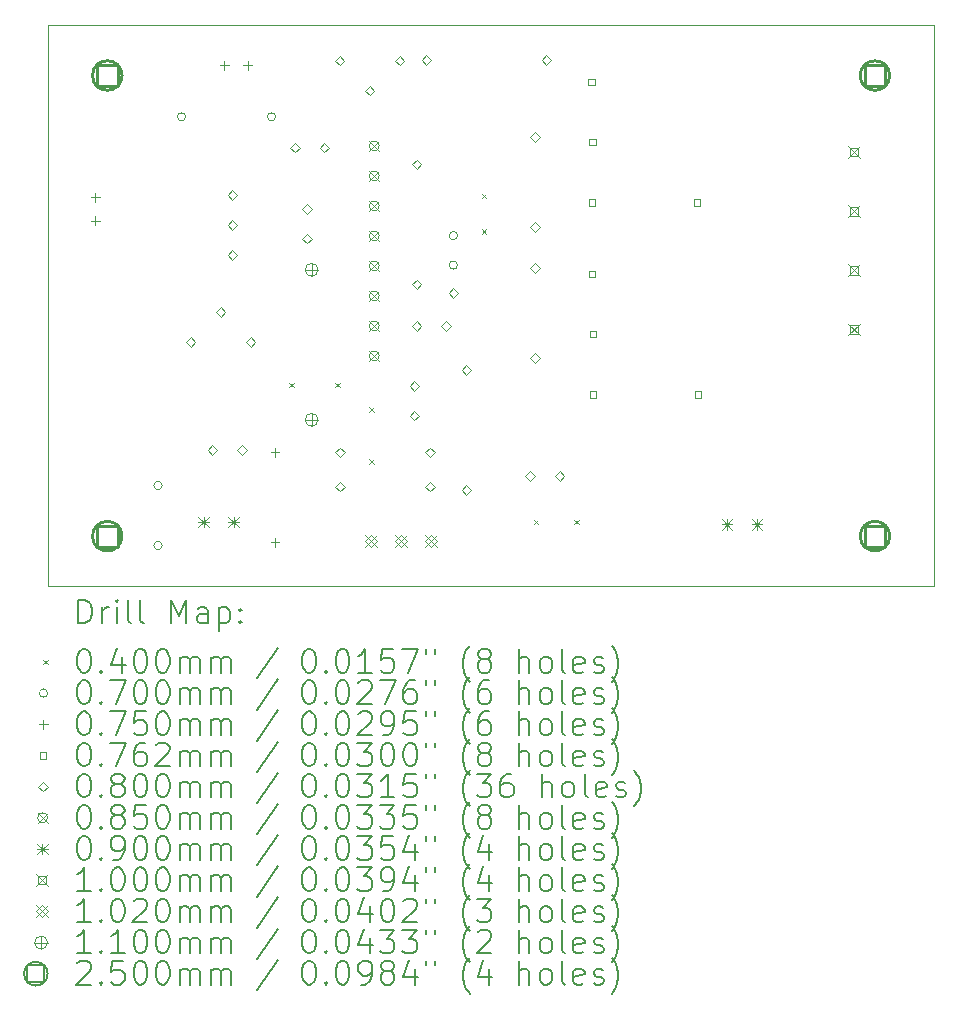
<source format=gbr>
%TF.GenerationSoftware,KiCad,Pcbnew,7.0.9*%
%TF.CreationDate,2023-11-29T12:33:46+01:00*%
%TF.ProjectId,Zabezpieczenie UPC1237,5a616265-7a70-4696-9563-7a656e696520,rev?*%
%TF.SameCoordinates,Original*%
%TF.FileFunction,Drillmap*%
%TF.FilePolarity,Positive*%
%FSLAX45Y45*%
G04 Gerber Fmt 4.5, Leading zero omitted, Abs format (unit mm)*
G04 Created by KiCad (PCBNEW 7.0.9) date 2023-11-29 12:33:46*
%MOMM*%
%LPD*%
G01*
G04 APERTURE LIST*
%ADD10C,0.100000*%
%ADD11C,0.200000*%
%ADD12C,0.102000*%
%ADD13C,0.110000*%
%ADD14C,0.250000*%
G04 APERTURE END LIST*
D10*
X9800000Y-9670000D02*
X17300000Y-9670000D01*
X17300000Y-14420000D01*
X9800000Y-14420000D01*
X9800000Y-9670000D01*
D11*
D10*
X11840000Y-12700000D02*
X11880000Y-12740000D01*
X11880000Y-12700000D02*
X11840000Y-12740000D01*
X12230000Y-12700000D02*
X12270000Y-12740000D01*
X12270000Y-12700000D02*
X12230000Y-12740000D01*
X12520000Y-12910000D02*
X12560000Y-12950000D01*
X12560000Y-12910000D02*
X12520000Y-12950000D01*
X12520000Y-13350000D02*
X12560000Y-13390000D01*
X12560000Y-13350000D02*
X12520000Y-13390000D01*
X13470000Y-11100000D02*
X13510000Y-11140000D01*
X13510000Y-11100000D02*
X13470000Y-11140000D01*
X13470000Y-11400000D02*
X13510000Y-11440000D01*
X13510000Y-11400000D02*
X13470000Y-11440000D01*
X13910000Y-13860000D02*
X13950000Y-13900000D01*
X13950000Y-13860000D02*
X13910000Y-13900000D01*
X14250000Y-13860000D02*
X14290000Y-13900000D01*
X14290000Y-13860000D02*
X14250000Y-13900000D01*
X10765000Y-13571000D02*
G75*
G03*
X10765000Y-13571000I-35000J0D01*
G01*
X10765000Y-14079000D02*
G75*
G03*
X10765000Y-14079000I-35000J0D01*
G01*
X10964000Y-10450000D02*
G75*
G03*
X10964000Y-10450000I-35000J0D01*
G01*
X11726000Y-10450000D02*
G75*
G03*
X11726000Y-10450000I-35000J0D01*
G01*
X13265000Y-11455000D02*
G75*
G03*
X13265000Y-11455000I-35000J0D01*
G01*
X13265000Y-11705000D02*
G75*
G03*
X13265000Y-11705000I-35000J0D01*
G01*
X10200000Y-11092500D02*
X10200000Y-11167500D01*
X10162500Y-11130000D02*
X10237500Y-11130000D01*
X10200000Y-11292500D02*
X10200000Y-11367500D01*
X10162500Y-11330000D02*
X10237500Y-11330000D01*
X11290000Y-9977500D02*
X11290000Y-10052500D01*
X11252500Y-10015000D02*
X11327500Y-10015000D01*
X11490000Y-9977500D02*
X11490000Y-10052500D01*
X11452500Y-10015000D02*
X11527500Y-10015000D01*
X11720000Y-13251000D02*
X11720000Y-13326000D01*
X11682500Y-13288500D02*
X11757500Y-13288500D01*
X11720000Y-14013000D02*
X11720000Y-14088000D01*
X11682500Y-14050500D02*
X11757500Y-14050500D01*
X14427941Y-10183941D02*
X14427941Y-10130059D01*
X14374059Y-10130059D01*
X14374059Y-10183941D01*
X14427941Y-10183941D01*
X14431941Y-11807941D02*
X14431941Y-11754059D01*
X14378059Y-11754059D01*
X14378059Y-11807941D01*
X14431941Y-11807941D01*
X14432941Y-11202941D02*
X14432941Y-11149059D01*
X14379059Y-11149059D01*
X14379059Y-11202941D01*
X14432941Y-11202941D01*
X14434941Y-10691941D02*
X14434941Y-10638059D01*
X14381059Y-10638059D01*
X14381059Y-10691941D01*
X14434941Y-10691941D01*
X14436941Y-12826941D02*
X14436941Y-12773059D01*
X14383059Y-12773059D01*
X14383059Y-12826941D01*
X14436941Y-12826941D01*
X14438941Y-12315941D02*
X14438941Y-12262059D01*
X14385059Y-12262059D01*
X14385059Y-12315941D01*
X14438941Y-12315941D01*
X15321941Y-11202941D02*
X15321941Y-11149059D01*
X15268059Y-11149059D01*
X15268059Y-11202941D01*
X15321941Y-11202941D01*
X15325941Y-12826941D02*
X15325941Y-12773059D01*
X15272059Y-12773059D01*
X15272059Y-12826941D01*
X15325941Y-12826941D01*
X11005000Y-12395000D02*
X11045000Y-12355000D01*
X11005000Y-12315000D01*
X10965000Y-12355000D01*
X11005000Y-12395000D01*
X11190511Y-13310000D02*
X11230511Y-13270000D01*
X11190511Y-13230000D01*
X11150511Y-13270000D01*
X11190511Y-13310000D01*
X11259000Y-12141000D02*
X11299000Y-12101000D01*
X11259000Y-12061000D01*
X11219000Y-12101000D01*
X11259000Y-12141000D01*
X11360000Y-11152000D02*
X11400000Y-11112000D01*
X11360000Y-11072000D01*
X11320000Y-11112000D01*
X11360000Y-11152000D01*
X11360000Y-11406000D02*
X11400000Y-11366000D01*
X11360000Y-11326000D01*
X11320000Y-11366000D01*
X11360000Y-11406000D01*
X11360000Y-11660000D02*
X11400000Y-11620000D01*
X11360000Y-11580000D01*
X11320000Y-11620000D01*
X11360000Y-11660000D01*
X11440511Y-13310000D02*
X11480511Y-13270000D01*
X11440511Y-13230000D01*
X11400511Y-13270000D01*
X11440511Y-13310000D01*
X11513000Y-12395000D02*
X11553000Y-12355000D01*
X11513000Y-12315000D01*
X11473000Y-12355000D01*
X11513000Y-12395000D01*
X11888238Y-10750000D02*
X11928238Y-10710000D01*
X11888238Y-10670000D01*
X11848238Y-10710000D01*
X11888238Y-10750000D01*
X11990000Y-11270511D02*
X12030000Y-11230511D01*
X11990000Y-11190511D01*
X11950000Y-11230511D01*
X11990000Y-11270511D01*
X11990000Y-11520511D02*
X12030000Y-11480511D01*
X11990000Y-11440511D01*
X11950000Y-11480511D01*
X11990000Y-11520511D01*
X12138238Y-10750000D02*
X12178238Y-10710000D01*
X12138238Y-10670000D01*
X12098238Y-10710000D01*
X12138238Y-10750000D01*
X12267000Y-10015000D02*
X12307000Y-9975000D01*
X12267000Y-9935000D01*
X12227000Y-9975000D01*
X12267000Y-10015000D01*
X12269000Y-13330000D02*
X12309000Y-13290000D01*
X12269000Y-13250000D01*
X12229000Y-13290000D01*
X12269000Y-13330000D01*
X12269000Y-13620000D02*
X12309000Y-13580000D01*
X12269000Y-13540000D01*
X12229000Y-13580000D01*
X12269000Y-13620000D01*
X12521000Y-10269000D02*
X12561000Y-10229000D01*
X12521000Y-10189000D01*
X12481000Y-10229000D01*
X12521000Y-10269000D01*
X12775000Y-10015000D02*
X12815000Y-9975000D01*
X12775000Y-9935000D01*
X12735000Y-9975000D01*
X12775000Y-10015000D01*
X12900000Y-12769489D02*
X12940000Y-12729489D01*
X12900000Y-12689489D01*
X12860000Y-12729489D01*
X12900000Y-12769489D01*
X12900000Y-13019489D02*
X12940000Y-12979489D01*
X12900000Y-12939489D01*
X12860000Y-12979489D01*
X12900000Y-13019489D01*
X12919489Y-12260000D02*
X12959489Y-12220000D01*
X12919489Y-12180000D01*
X12879489Y-12220000D01*
X12919489Y-12260000D01*
X12920000Y-10892000D02*
X12960000Y-10852000D01*
X12920000Y-10812000D01*
X12880000Y-10852000D01*
X12920000Y-10892000D01*
X12920000Y-11908000D02*
X12960000Y-11868000D01*
X12920000Y-11828000D01*
X12880000Y-11868000D01*
X12920000Y-11908000D01*
X13002000Y-10010000D02*
X13042000Y-9970000D01*
X13002000Y-9930000D01*
X12962000Y-9970000D01*
X13002000Y-10010000D01*
X13031000Y-13330000D02*
X13071000Y-13290000D01*
X13031000Y-13250000D01*
X12991000Y-13290000D01*
X13031000Y-13330000D01*
X13031000Y-13620000D02*
X13071000Y-13580000D01*
X13031000Y-13540000D01*
X12991000Y-13580000D01*
X13031000Y-13620000D01*
X13169489Y-12260000D02*
X13209489Y-12220000D01*
X13169489Y-12180000D01*
X13129489Y-12220000D01*
X13169489Y-12260000D01*
X13230000Y-11980000D02*
X13270000Y-11940000D01*
X13230000Y-11900000D01*
X13190000Y-11940000D01*
X13230000Y-11980000D01*
X13340000Y-12632000D02*
X13380000Y-12592000D01*
X13340000Y-12552000D01*
X13300000Y-12592000D01*
X13340000Y-12632000D01*
X13340000Y-13648000D02*
X13380000Y-13608000D01*
X13340000Y-13568000D01*
X13300000Y-13608000D01*
X13340000Y-13648000D01*
X13880000Y-13530000D02*
X13920000Y-13490000D01*
X13880000Y-13450000D01*
X13840000Y-13490000D01*
X13880000Y-13530000D01*
X13920000Y-10659000D02*
X13960000Y-10619000D01*
X13920000Y-10579000D01*
X13880000Y-10619000D01*
X13920000Y-10659000D01*
X13920000Y-11421000D02*
X13960000Y-11381000D01*
X13920000Y-11341000D01*
X13880000Y-11381000D01*
X13920000Y-11421000D01*
X13920000Y-11769000D02*
X13960000Y-11729000D01*
X13920000Y-11689000D01*
X13880000Y-11729000D01*
X13920000Y-11769000D01*
X13920000Y-12531000D02*
X13960000Y-12491000D01*
X13920000Y-12451000D01*
X13880000Y-12491000D01*
X13920000Y-12531000D01*
X14018000Y-10010000D02*
X14058000Y-9970000D01*
X14018000Y-9930000D01*
X13978000Y-9970000D01*
X14018000Y-10010000D01*
X14130000Y-13530000D02*
X14170000Y-13490000D01*
X14130000Y-13450000D01*
X14090000Y-13490000D01*
X14130000Y-13530000D01*
X12517500Y-10653500D02*
X12602500Y-10738500D01*
X12602500Y-10653500D02*
X12517500Y-10738500D01*
X12602500Y-10696000D02*
G75*
G03*
X12602500Y-10696000I-42500J0D01*
G01*
X12517500Y-10907500D02*
X12602500Y-10992500D01*
X12602500Y-10907500D02*
X12517500Y-10992500D01*
X12602500Y-10950000D02*
G75*
G03*
X12602500Y-10950000I-42500J0D01*
G01*
X12517500Y-11161500D02*
X12602500Y-11246500D01*
X12602500Y-11161500D02*
X12517500Y-11246500D01*
X12602500Y-11204000D02*
G75*
G03*
X12602500Y-11204000I-42500J0D01*
G01*
X12517500Y-11415500D02*
X12602500Y-11500500D01*
X12602500Y-11415500D02*
X12517500Y-11500500D01*
X12602500Y-11458000D02*
G75*
G03*
X12602500Y-11458000I-42500J0D01*
G01*
X12517500Y-11669500D02*
X12602500Y-11754500D01*
X12602500Y-11669500D02*
X12517500Y-11754500D01*
X12602500Y-11712000D02*
G75*
G03*
X12602500Y-11712000I-42500J0D01*
G01*
X12517500Y-11923500D02*
X12602500Y-12008500D01*
X12602500Y-11923500D02*
X12517500Y-12008500D01*
X12602500Y-11966000D02*
G75*
G03*
X12602500Y-11966000I-42500J0D01*
G01*
X12517500Y-12177500D02*
X12602500Y-12262500D01*
X12602500Y-12177500D02*
X12517500Y-12262500D01*
X12602500Y-12220000D02*
G75*
G03*
X12602500Y-12220000I-42500J0D01*
G01*
X12517500Y-12431500D02*
X12602500Y-12516500D01*
X12602500Y-12431500D02*
X12517500Y-12516500D01*
X12602500Y-12474000D02*
G75*
G03*
X12602500Y-12474000I-42500J0D01*
G01*
X11071000Y-13835000D02*
X11161000Y-13925000D01*
X11161000Y-13835000D02*
X11071000Y-13925000D01*
X11116000Y-13835000D02*
X11116000Y-13925000D01*
X11071000Y-13880000D02*
X11161000Y-13880000D01*
X11325000Y-13835000D02*
X11415000Y-13925000D01*
X11415000Y-13835000D02*
X11325000Y-13925000D01*
X11370000Y-13835000D02*
X11370000Y-13925000D01*
X11325000Y-13880000D02*
X11415000Y-13880000D01*
X15501000Y-13855000D02*
X15591000Y-13945000D01*
X15591000Y-13855000D02*
X15501000Y-13945000D01*
X15546000Y-13855000D02*
X15546000Y-13945000D01*
X15501000Y-13900000D02*
X15591000Y-13900000D01*
X15755000Y-13855000D02*
X15845000Y-13945000D01*
X15845000Y-13855000D02*
X15755000Y-13945000D01*
X15800000Y-13855000D02*
X15800000Y-13945000D01*
X15755000Y-13900000D02*
X15845000Y-13900000D01*
X16570000Y-10700000D02*
X16670000Y-10800000D01*
X16670000Y-10700000D02*
X16570000Y-10800000D01*
X16655356Y-10785356D02*
X16655356Y-10714644D01*
X16584644Y-10714644D01*
X16584644Y-10785356D01*
X16655356Y-10785356D01*
X16570000Y-11200000D02*
X16670000Y-11300000D01*
X16670000Y-11200000D02*
X16570000Y-11300000D01*
X16655356Y-11285356D02*
X16655356Y-11214644D01*
X16584644Y-11214644D01*
X16584644Y-11285356D01*
X16655356Y-11285356D01*
X16570000Y-11700000D02*
X16670000Y-11800000D01*
X16670000Y-11700000D02*
X16570000Y-11800000D01*
X16655356Y-11785356D02*
X16655356Y-11714644D01*
X16584644Y-11714644D01*
X16584644Y-11785356D01*
X16655356Y-11785356D01*
X16570000Y-12200000D02*
X16670000Y-12300000D01*
X16670000Y-12200000D02*
X16570000Y-12300000D01*
X16655356Y-12285356D02*
X16655356Y-12214644D01*
X16584644Y-12214644D01*
X16584644Y-12285356D01*
X16655356Y-12285356D01*
D12*
X12485000Y-13989000D02*
X12587000Y-14091000D01*
X12587000Y-13989000D02*
X12485000Y-14091000D01*
X12536000Y-14091000D02*
X12587000Y-14040000D01*
X12536000Y-13989000D01*
X12485000Y-14040000D01*
X12536000Y-14091000D01*
X12739000Y-13989000D02*
X12841000Y-14091000D01*
X12841000Y-13989000D02*
X12739000Y-14091000D01*
X12790000Y-14091000D02*
X12841000Y-14040000D01*
X12790000Y-13989000D01*
X12739000Y-14040000D01*
X12790000Y-14091000D01*
X12993000Y-13989000D02*
X13095000Y-14091000D01*
X13095000Y-13989000D02*
X12993000Y-14091000D01*
X13044000Y-14091000D02*
X13095000Y-14040000D01*
X13044000Y-13989000D01*
X12993000Y-14040000D01*
X13044000Y-14091000D01*
D13*
X12030000Y-11690000D02*
X12030000Y-11800000D01*
X11975000Y-11745000D02*
X12085000Y-11745000D01*
X12085000Y-11745000D02*
G75*
G03*
X12085000Y-11745000I-55000J0D01*
G01*
X12030000Y-12960000D02*
X12030000Y-13070000D01*
X11975000Y-13015000D02*
X12085000Y-13015000D01*
X12085000Y-13015000D02*
G75*
G03*
X12085000Y-13015000I-55000J0D01*
G01*
D14*
X10388389Y-10188389D02*
X10388389Y-10011611D01*
X10211611Y-10011611D01*
X10211611Y-10188389D01*
X10388389Y-10188389D01*
X10425000Y-10100000D02*
G75*
G03*
X10425000Y-10100000I-125000J0D01*
G01*
X10388389Y-14088389D02*
X10388389Y-13911611D01*
X10211611Y-13911611D01*
X10211611Y-14088389D01*
X10388389Y-14088389D01*
X10425000Y-14000000D02*
G75*
G03*
X10425000Y-14000000I-125000J0D01*
G01*
X16888389Y-10188389D02*
X16888389Y-10011611D01*
X16711611Y-10011611D01*
X16711611Y-10188389D01*
X16888389Y-10188389D01*
X16925000Y-10100000D02*
G75*
G03*
X16925000Y-10100000I-125000J0D01*
G01*
X16888389Y-14088389D02*
X16888389Y-13911611D01*
X16711611Y-13911611D01*
X16711611Y-14088389D01*
X16888389Y-14088389D01*
X16925000Y-14000000D02*
G75*
G03*
X16925000Y-14000000I-125000J0D01*
G01*
D11*
X10055777Y-14736484D02*
X10055777Y-14536484D01*
X10055777Y-14536484D02*
X10103396Y-14536484D01*
X10103396Y-14536484D02*
X10131967Y-14546008D01*
X10131967Y-14546008D02*
X10151015Y-14565055D01*
X10151015Y-14565055D02*
X10160539Y-14584103D01*
X10160539Y-14584103D02*
X10170063Y-14622198D01*
X10170063Y-14622198D02*
X10170063Y-14650769D01*
X10170063Y-14650769D02*
X10160539Y-14688865D01*
X10160539Y-14688865D02*
X10151015Y-14707912D01*
X10151015Y-14707912D02*
X10131967Y-14726960D01*
X10131967Y-14726960D02*
X10103396Y-14736484D01*
X10103396Y-14736484D02*
X10055777Y-14736484D01*
X10255777Y-14736484D02*
X10255777Y-14603150D01*
X10255777Y-14641246D02*
X10265301Y-14622198D01*
X10265301Y-14622198D02*
X10274824Y-14612674D01*
X10274824Y-14612674D02*
X10293872Y-14603150D01*
X10293872Y-14603150D02*
X10312920Y-14603150D01*
X10379586Y-14736484D02*
X10379586Y-14603150D01*
X10379586Y-14536484D02*
X10370063Y-14546008D01*
X10370063Y-14546008D02*
X10379586Y-14555531D01*
X10379586Y-14555531D02*
X10389110Y-14546008D01*
X10389110Y-14546008D02*
X10379586Y-14536484D01*
X10379586Y-14536484D02*
X10379586Y-14555531D01*
X10503396Y-14736484D02*
X10484348Y-14726960D01*
X10484348Y-14726960D02*
X10474824Y-14707912D01*
X10474824Y-14707912D02*
X10474824Y-14536484D01*
X10608158Y-14736484D02*
X10589110Y-14726960D01*
X10589110Y-14726960D02*
X10579586Y-14707912D01*
X10579586Y-14707912D02*
X10579586Y-14536484D01*
X10836729Y-14736484D02*
X10836729Y-14536484D01*
X10836729Y-14536484D02*
X10903396Y-14679341D01*
X10903396Y-14679341D02*
X10970063Y-14536484D01*
X10970063Y-14536484D02*
X10970063Y-14736484D01*
X11151015Y-14736484D02*
X11151015Y-14631722D01*
X11151015Y-14631722D02*
X11141491Y-14612674D01*
X11141491Y-14612674D02*
X11122444Y-14603150D01*
X11122444Y-14603150D02*
X11084348Y-14603150D01*
X11084348Y-14603150D02*
X11065301Y-14612674D01*
X11151015Y-14726960D02*
X11131967Y-14736484D01*
X11131967Y-14736484D02*
X11084348Y-14736484D01*
X11084348Y-14736484D02*
X11065301Y-14726960D01*
X11065301Y-14726960D02*
X11055777Y-14707912D01*
X11055777Y-14707912D02*
X11055777Y-14688865D01*
X11055777Y-14688865D02*
X11065301Y-14669817D01*
X11065301Y-14669817D02*
X11084348Y-14660293D01*
X11084348Y-14660293D02*
X11131967Y-14660293D01*
X11131967Y-14660293D02*
X11151015Y-14650769D01*
X11246253Y-14603150D02*
X11246253Y-14803150D01*
X11246253Y-14612674D02*
X11265301Y-14603150D01*
X11265301Y-14603150D02*
X11303396Y-14603150D01*
X11303396Y-14603150D02*
X11322443Y-14612674D01*
X11322443Y-14612674D02*
X11331967Y-14622198D01*
X11331967Y-14622198D02*
X11341491Y-14641246D01*
X11341491Y-14641246D02*
X11341491Y-14698388D01*
X11341491Y-14698388D02*
X11331967Y-14717436D01*
X11331967Y-14717436D02*
X11322443Y-14726960D01*
X11322443Y-14726960D02*
X11303396Y-14736484D01*
X11303396Y-14736484D02*
X11265301Y-14736484D01*
X11265301Y-14736484D02*
X11246253Y-14726960D01*
X11427205Y-14717436D02*
X11436729Y-14726960D01*
X11436729Y-14726960D02*
X11427205Y-14736484D01*
X11427205Y-14736484D02*
X11417682Y-14726960D01*
X11417682Y-14726960D02*
X11427205Y-14717436D01*
X11427205Y-14717436D02*
X11427205Y-14736484D01*
X11427205Y-14612674D02*
X11436729Y-14622198D01*
X11436729Y-14622198D02*
X11427205Y-14631722D01*
X11427205Y-14631722D02*
X11417682Y-14622198D01*
X11417682Y-14622198D02*
X11427205Y-14612674D01*
X11427205Y-14612674D02*
X11427205Y-14631722D01*
D10*
X9755000Y-15045000D02*
X9795000Y-15085000D01*
X9795000Y-15045000D02*
X9755000Y-15085000D01*
D11*
X10093872Y-14956484D02*
X10112920Y-14956484D01*
X10112920Y-14956484D02*
X10131967Y-14966008D01*
X10131967Y-14966008D02*
X10141491Y-14975531D01*
X10141491Y-14975531D02*
X10151015Y-14994579D01*
X10151015Y-14994579D02*
X10160539Y-15032674D01*
X10160539Y-15032674D02*
X10160539Y-15080293D01*
X10160539Y-15080293D02*
X10151015Y-15118388D01*
X10151015Y-15118388D02*
X10141491Y-15137436D01*
X10141491Y-15137436D02*
X10131967Y-15146960D01*
X10131967Y-15146960D02*
X10112920Y-15156484D01*
X10112920Y-15156484D02*
X10093872Y-15156484D01*
X10093872Y-15156484D02*
X10074824Y-15146960D01*
X10074824Y-15146960D02*
X10065301Y-15137436D01*
X10065301Y-15137436D02*
X10055777Y-15118388D01*
X10055777Y-15118388D02*
X10046253Y-15080293D01*
X10046253Y-15080293D02*
X10046253Y-15032674D01*
X10046253Y-15032674D02*
X10055777Y-14994579D01*
X10055777Y-14994579D02*
X10065301Y-14975531D01*
X10065301Y-14975531D02*
X10074824Y-14966008D01*
X10074824Y-14966008D02*
X10093872Y-14956484D01*
X10246253Y-15137436D02*
X10255777Y-15146960D01*
X10255777Y-15146960D02*
X10246253Y-15156484D01*
X10246253Y-15156484D02*
X10236729Y-15146960D01*
X10236729Y-15146960D02*
X10246253Y-15137436D01*
X10246253Y-15137436D02*
X10246253Y-15156484D01*
X10427205Y-15023150D02*
X10427205Y-15156484D01*
X10379586Y-14946960D02*
X10331967Y-15089817D01*
X10331967Y-15089817D02*
X10455777Y-15089817D01*
X10570063Y-14956484D02*
X10589110Y-14956484D01*
X10589110Y-14956484D02*
X10608158Y-14966008D01*
X10608158Y-14966008D02*
X10617682Y-14975531D01*
X10617682Y-14975531D02*
X10627205Y-14994579D01*
X10627205Y-14994579D02*
X10636729Y-15032674D01*
X10636729Y-15032674D02*
X10636729Y-15080293D01*
X10636729Y-15080293D02*
X10627205Y-15118388D01*
X10627205Y-15118388D02*
X10617682Y-15137436D01*
X10617682Y-15137436D02*
X10608158Y-15146960D01*
X10608158Y-15146960D02*
X10589110Y-15156484D01*
X10589110Y-15156484D02*
X10570063Y-15156484D01*
X10570063Y-15156484D02*
X10551015Y-15146960D01*
X10551015Y-15146960D02*
X10541491Y-15137436D01*
X10541491Y-15137436D02*
X10531967Y-15118388D01*
X10531967Y-15118388D02*
X10522444Y-15080293D01*
X10522444Y-15080293D02*
X10522444Y-15032674D01*
X10522444Y-15032674D02*
X10531967Y-14994579D01*
X10531967Y-14994579D02*
X10541491Y-14975531D01*
X10541491Y-14975531D02*
X10551015Y-14966008D01*
X10551015Y-14966008D02*
X10570063Y-14956484D01*
X10760539Y-14956484D02*
X10779586Y-14956484D01*
X10779586Y-14956484D02*
X10798634Y-14966008D01*
X10798634Y-14966008D02*
X10808158Y-14975531D01*
X10808158Y-14975531D02*
X10817682Y-14994579D01*
X10817682Y-14994579D02*
X10827205Y-15032674D01*
X10827205Y-15032674D02*
X10827205Y-15080293D01*
X10827205Y-15080293D02*
X10817682Y-15118388D01*
X10817682Y-15118388D02*
X10808158Y-15137436D01*
X10808158Y-15137436D02*
X10798634Y-15146960D01*
X10798634Y-15146960D02*
X10779586Y-15156484D01*
X10779586Y-15156484D02*
X10760539Y-15156484D01*
X10760539Y-15156484D02*
X10741491Y-15146960D01*
X10741491Y-15146960D02*
X10731967Y-15137436D01*
X10731967Y-15137436D02*
X10722444Y-15118388D01*
X10722444Y-15118388D02*
X10712920Y-15080293D01*
X10712920Y-15080293D02*
X10712920Y-15032674D01*
X10712920Y-15032674D02*
X10722444Y-14994579D01*
X10722444Y-14994579D02*
X10731967Y-14975531D01*
X10731967Y-14975531D02*
X10741491Y-14966008D01*
X10741491Y-14966008D02*
X10760539Y-14956484D01*
X10912920Y-15156484D02*
X10912920Y-15023150D01*
X10912920Y-15042198D02*
X10922444Y-15032674D01*
X10922444Y-15032674D02*
X10941491Y-15023150D01*
X10941491Y-15023150D02*
X10970063Y-15023150D01*
X10970063Y-15023150D02*
X10989110Y-15032674D01*
X10989110Y-15032674D02*
X10998634Y-15051722D01*
X10998634Y-15051722D02*
X10998634Y-15156484D01*
X10998634Y-15051722D02*
X11008158Y-15032674D01*
X11008158Y-15032674D02*
X11027205Y-15023150D01*
X11027205Y-15023150D02*
X11055777Y-15023150D01*
X11055777Y-15023150D02*
X11074825Y-15032674D01*
X11074825Y-15032674D02*
X11084348Y-15051722D01*
X11084348Y-15051722D02*
X11084348Y-15156484D01*
X11179586Y-15156484D02*
X11179586Y-15023150D01*
X11179586Y-15042198D02*
X11189110Y-15032674D01*
X11189110Y-15032674D02*
X11208158Y-15023150D01*
X11208158Y-15023150D02*
X11236729Y-15023150D01*
X11236729Y-15023150D02*
X11255777Y-15032674D01*
X11255777Y-15032674D02*
X11265301Y-15051722D01*
X11265301Y-15051722D02*
X11265301Y-15156484D01*
X11265301Y-15051722D02*
X11274824Y-15032674D01*
X11274824Y-15032674D02*
X11293872Y-15023150D01*
X11293872Y-15023150D02*
X11322443Y-15023150D01*
X11322443Y-15023150D02*
X11341491Y-15032674D01*
X11341491Y-15032674D02*
X11351015Y-15051722D01*
X11351015Y-15051722D02*
X11351015Y-15156484D01*
X11741491Y-14946960D02*
X11570063Y-15204103D01*
X11998634Y-14956484D02*
X12017682Y-14956484D01*
X12017682Y-14956484D02*
X12036729Y-14966008D01*
X12036729Y-14966008D02*
X12046253Y-14975531D01*
X12046253Y-14975531D02*
X12055777Y-14994579D01*
X12055777Y-14994579D02*
X12065301Y-15032674D01*
X12065301Y-15032674D02*
X12065301Y-15080293D01*
X12065301Y-15080293D02*
X12055777Y-15118388D01*
X12055777Y-15118388D02*
X12046253Y-15137436D01*
X12046253Y-15137436D02*
X12036729Y-15146960D01*
X12036729Y-15146960D02*
X12017682Y-15156484D01*
X12017682Y-15156484D02*
X11998634Y-15156484D01*
X11998634Y-15156484D02*
X11979586Y-15146960D01*
X11979586Y-15146960D02*
X11970063Y-15137436D01*
X11970063Y-15137436D02*
X11960539Y-15118388D01*
X11960539Y-15118388D02*
X11951015Y-15080293D01*
X11951015Y-15080293D02*
X11951015Y-15032674D01*
X11951015Y-15032674D02*
X11960539Y-14994579D01*
X11960539Y-14994579D02*
X11970063Y-14975531D01*
X11970063Y-14975531D02*
X11979586Y-14966008D01*
X11979586Y-14966008D02*
X11998634Y-14956484D01*
X12151015Y-15137436D02*
X12160539Y-15146960D01*
X12160539Y-15146960D02*
X12151015Y-15156484D01*
X12151015Y-15156484D02*
X12141491Y-15146960D01*
X12141491Y-15146960D02*
X12151015Y-15137436D01*
X12151015Y-15137436D02*
X12151015Y-15156484D01*
X12284348Y-14956484D02*
X12303396Y-14956484D01*
X12303396Y-14956484D02*
X12322444Y-14966008D01*
X12322444Y-14966008D02*
X12331967Y-14975531D01*
X12331967Y-14975531D02*
X12341491Y-14994579D01*
X12341491Y-14994579D02*
X12351015Y-15032674D01*
X12351015Y-15032674D02*
X12351015Y-15080293D01*
X12351015Y-15080293D02*
X12341491Y-15118388D01*
X12341491Y-15118388D02*
X12331967Y-15137436D01*
X12331967Y-15137436D02*
X12322444Y-15146960D01*
X12322444Y-15146960D02*
X12303396Y-15156484D01*
X12303396Y-15156484D02*
X12284348Y-15156484D01*
X12284348Y-15156484D02*
X12265301Y-15146960D01*
X12265301Y-15146960D02*
X12255777Y-15137436D01*
X12255777Y-15137436D02*
X12246253Y-15118388D01*
X12246253Y-15118388D02*
X12236729Y-15080293D01*
X12236729Y-15080293D02*
X12236729Y-15032674D01*
X12236729Y-15032674D02*
X12246253Y-14994579D01*
X12246253Y-14994579D02*
X12255777Y-14975531D01*
X12255777Y-14975531D02*
X12265301Y-14966008D01*
X12265301Y-14966008D02*
X12284348Y-14956484D01*
X12541491Y-15156484D02*
X12427206Y-15156484D01*
X12484348Y-15156484D02*
X12484348Y-14956484D01*
X12484348Y-14956484D02*
X12465301Y-14985055D01*
X12465301Y-14985055D02*
X12446253Y-15004103D01*
X12446253Y-15004103D02*
X12427206Y-15013627D01*
X12722444Y-14956484D02*
X12627206Y-14956484D01*
X12627206Y-14956484D02*
X12617682Y-15051722D01*
X12617682Y-15051722D02*
X12627206Y-15042198D01*
X12627206Y-15042198D02*
X12646253Y-15032674D01*
X12646253Y-15032674D02*
X12693872Y-15032674D01*
X12693872Y-15032674D02*
X12712920Y-15042198D01*
X12712920Y-15042198D02*
X12722444Y-15051722D01*
X12722444Y-15051722D02*
X12731967Y-15070769D01*
X12731967Y-15070769D02*
X12731967Y-15118388D01*
X12731967Y-15118388D02*
X12722444Y-15137436D01*
X12722444Y-15137436D02*
X12712920Y-15146960D01*
X12712920Y-15146960D02*
X12693872Y-15156484D01*
X12693872Y-15156484D02*
X12646253Y-15156484D01*
X12646253Y-15156484D02*
X12627206Y-15146960D01*
X12627206Y-15146960D02*
X12617682Y-15137436D01*
X12798634Y-14956484D02*
X12931967Y-14956484D01*
X12931967Y-14956484D02*
X12846253Y-15156484D01*
X12998634Y-14956484D02*
X12998634Y-14994579D01*
X13074825Y-14956484D02*
X13074825Y-14994579D01*
X13370063Y-15232674D02*
X13360539Y-15223150D01*
X13360539Y-15223150D02*
X13341491Y-15194579D01*
X13341491Y-15194579D02*
X13331968Y-15175531D01*
X13331968Y-15175531D02*
X13322444Y-15146960D01*
X13322444Y-15146960D02*
X13312920Y-15099341D01*
X13312920Y-15099341D02*
X13312920Y-15061246D01*
X13312920Y-15061246D02*
X13322444Y-15013627D01*
X13322444Y-15013627D02*
X13331968Y-14985055D01*
X13331968Y-14985055D02*
X13341491Y-14966008D01*
X13341491Y-14966008D02*
X13360539Y-14937436D01*
X13360539Y-14937436D02*
X13370063Y-14927912D01*
X13474825Y-15042198D02*
X13455777Y-15032674D01*
X13455777Y-15032674D02*
X13446253Y-15023150D01*
X13446253Y-15023150D02*
X13436729Y-15004103D01*
X13436729Y-15004103D02*
X13436729Y-14994579D01*
X13436729Y-14994579D02*
X13446253Y-14975531D01*
X13446253Y-14975531D02*
X13455777Y-14966008D01*
X13455777Y-14966008D02*
X13474825Y-14956484D01*
X13474825Y-14956484D02*
X13512920Y-14956484D01*
X13512920Y-14956484D02*
X13531968Y-14966008D01*
X13531968Y-14966008D02*
X13541491Y-14975531D01*
X13541491Y-14975531D02*
X13551015Y-14994579D01*
X13551015Y-14994579D02*
X13551015Y-15004103D01*
X13551015Y-15004103D02*
X13541491Y-15023150D01*
X13541491Y-15023150D02*
X13531968Y-15032674D01*
X13531968Y-15032674D02*
X13512920Y-15042198D01*
X13512920Y-15042198D02*
X13474825Y-15042198D01*
X13474825Y-15042198D02*
X13455777Y-15051722D01*
X13455777Y-15051722D02*
X13446253Y-15061246D01*
X13446253Y-15061246D02*
X13436729Y-15080293D01*
X13436729Y-15080293D02*
X13436729Y-15118388D01*
X13436729Y-15118388D02*
X13446253Y-15137436D01*
X13446253Y-15137436D02*
X13455777Y-15146960D01*
X13455777Y-15146960D02*
X13474825Y-15156484D01*
X13474825Y-15156484D02*
X13512920Y-15156484D01*
X13512920Y-15156484D02*
X13531968Y-15146960D01*
X13531968Y-15146960D02*
X13541491Y-15137436D01*
X13541491Y-15137436D02*
X13551015Y-15118388D01*
X13551015Y-15118388D02*
X13551015Y-15080293D01*
X13551015Y-15080293D02*
X13541491Y-15061246D01*
X13541491Y-15061246D02*
X13531968Y-15051722D01*
X13531968Y-15051722D02*
X13512920Y-15042198D01*
X13789110Y-15156484D02*
X13789110Y-14956484D01*
X13874825Y-15156484D02*
X13874825Y-15051722D01*
X13874825Y-15051722D02*
X13865301Y-15032674D01*
X13865301Y-15032674D02*
X13846253Y-15023150D01*
X13846253Y-15023150D02*
X13817682Y-15023150D01*
X13817682Y-15023150D02*
X13798634Y-15032674D01*
X13798634Y-15032674D02*
X13789110Y-15042198D01*
X13998634Y-15156484D02*
X13979587Y-15146960D01*
X13979587Y-15146960D02*
X13970063Y-15137436D01*
X13970063Y-15137436D02*
X13960539Y-15118388D01*
X13960539Y-15118388D02*
X13960539Y-15061246D01*
X13960539Y-15061246D02*
X13970063Y-15042198D01*
X13970063Y-15042198D02*
X13979587Y-15032674D01*
X13979587Y-15032674D02*
X13998634Y-15023150D01*
X13998634Y-15023150D02*
X14027206Y-15023150D01*
X14027206Y-15023150D02*
X14046253Y-15032674D01*
X14046253Y-15032674D02*
X14055777Y-15042198D01*
X14055777Y-15042198D02*
X14065301Y-15061246D01*
X14065301Y-15061246D02*
X14065301Y-15118388D01*
X14065301Y-15118388D02*
X14055777Y-15137436D01*
X14055777Y-15137436D02*
X14046253Y-15146960D01*
X14046253Y-15146960D02*
X14027206Y-15156484D01*
X14027206Y-15156484D02*
X13998634Y-15156484D01*
X14179587Y-15156484D02*
X14160539Y-15146960D01*
X14160539Y-15146960D02*
X14151015Y-15127912D01*
X14151015Y-15127912D02*
X14151015Y-14956484D01*
X14331968Y-15146960D02*
X14312920Y-15156484D01*
X14312920Y-15156484D02*
X14274825Y-15156484D01*
X14274825Y-15156484D02*
X14255777Y-15146960D01*
X14255777Y-15146960D02*
X14246253Y-15127912D01*
X14246253Y-15127912D02*
X14246253Y-15051722D01*
X14246253Y-15051722D02*
X14255777Y-15032674D01*
X14255777Y-15032674D02*
X14274825Y-15023150D01*
X14274825Y-15023150D02*
X14312920Y-15023150D01*
X14312920Y-15023150D02*
X14331968Y-15032674D01*
X14331968Y-15032674D02*
X14341491Y-15051722D01*
X14341491Y-15051722D02*
X14341491Y-15070769D01*
X14341491Y-15070769D02*
X14246253Y-15089817D01*
X14417682Y-15146960D02*
X14436730Y-15156484D01*
X14436730Y-15156484D02*
X14474825Y-15156484D01*
X14474825Y-15156484D02*
X14493872Y-15146960D01*
X14493872Y-15146960D02*
X14503396Y-15127912D01*
X14503396Y-15127912D02*
X14503396Y-15118388D01*
X14503396Y-15118388D02*
X14493872Y-15099341D01*
X14493872Y-15099341D02*
X14474825Y-15089817D01*
X14474825Y-15089817D02*
X14446253Y-15089817D01*
X14446253Y-15089817D02*
X14427206Y-15080293D01*
X14427206Y-15080293D02*
X14417682Y-15061246D01*
X14417682Y-15061246D02*
X14417682Y-15051722D01*
X14417682Y-15051722D02*
X14427206Y-15032674D01*
X14427206Y-15032674D02*
X14446253Y-15023150D01*
X14446253Y-15023150D02*
X14474825Y-15023150D01*
X14474825Y-15023150D02*
X14493872Y-15032674D01*
X14570063Y-15232674D02*
X14579587Y-15223150D01*
X14579587Y-15223150D02*
X14598634Y-15194579D01*
X14598634Y-15194579D02*
X14608158Y-15175531D01*
X14608158Y-15175531D02*
X14617682Y-15146960D01*
X14617682Y-15146960D02*
X14627206Y-15099341D01*
X14627206Y-15099341D02*
X14627206Y-15061246D01*
X14627206Y-15061246D02*
X14617682Y-15013627D01*
X14617682Y-15013627D02*
X14608158Y-14985055D01*
X14608158Y-14985055D02*
X14598634Y-14966008D01*
X14598634Y-14966008D02*
X14579587Y-14937436D01*
X14579587Y-14937436D02*
X14570063Y-14927912D01*
D10*
X9795000Y-15329000D02*
G75*
G03*
X9795000Y-15329000I-35000J0D01*
G01*
D11*
X10093872Y-15220484D02*
X10112920Y-15220484D01*
X10112920Y-15220484D02*
X10131967Y-15230008D01*
X10131967Y-15230008D02*
X10141491Y-15239531D01*
X10141491Y-15239531D02*
X10151015Y-15258579D01*
X10151015Y-15258579D02*
X10160539Y-15296674D01*
X10160539Y-15296674D02*
X10160539Y-15344293D01*
X10160539Y-15344293D02*
X10151015Y-15382388D01*
X10151015Y-15382388D02*
X10141491Y-15401436D01*
X10141491Y-15401436D02*
X10131967Y-15410960D01*
X10131967Y-15410960D02*
X10112920Y-15420484D01*
X10112920Y-15420484D02*
X10093872Y-15420484D01*
X10093872Y-15420484D02*
X10074824Y-15410960D01*
X10074824Y-15410960D02*
X10065301Y-15401436D01*
X10065301Y-15401436D02*
X10055777Y-15382388D01*
X10055777Y-15382388D02*
X10046253Y-15344293D01*
X10046253Y-15344293D02*
X10046253Y-15296674D01*
X10046253Y-15296674D02*
X10055777Y-15258579D01*
X10055777Y-15258579D02*
X10065301Y-15239531D01*
X10065301Y-15239531D02*
X10074824Y-15230008D01*
X10074824Y-15230008D02*
X10093872Y-15220484D01*
X10246253Y-15401436D02*
X10255777Y-15410960D01*
X10255777Y-15410960D02*
X10246253Y-15420484D01*
X10246253Y-15420484D02*
X10236729Y-15410960D01*
X10236729Y-15410960D02*
X10246253Y-15401436D01*
X10246253Y-15401436D02*
X10246253Y-15420484D01*
X10322444Y-15220484D02*
X10455777Y-15220484D01*
X10455777Y-15220484D02*
X10370063Y-15420484D01*
X10570063Y-15220484D02*
X10589110Y-15220484D01*
X10589110Y-15220484D02*
X10608158Y-15230008D01*
X10608158Y-15230008D02*
X10617682Y-15239531D01*
X10617682Y-15239531D02*
X10627205Y-15258579D01*
X10627205Y-15258579D02*
X10636729Y-15296674D01*
X10636729Y-15296674D02*
X10636729Y-15344293D01*
X10636729Y-15344293D02*
X10627205Y-15382388D01*
X10627205Y-15382388D02*
X10617682Y-15401436D01*
X10617682Y-15401436D02*
X10608158Y-15410960D01*
X10608158Y-15410960D02*
X10589110Y-15420484D01*
X10589110Y-15420484D02*
X10570063Y-15420484D01*
X10570063Y-15420484D02*
X10551015Y-15410960D01*
X10551015Y-15410960D02*
X10541491Y-15401436D01*
X10541491Y-15401436D02*
X10531967Y-15382388D01*
X10531967Y-15382388D02*
X10522444Y-15344293D01*
X10522444Y-15344293D02*
X10522444Y-15296674D01*
X10522444Y-15296674D02*
X10531967Y-15258579D01*
X10531967Y-15258579D02*
X10541491Y-15239531D01*
X10541491Y-15239531D02*
X10551015Y-15230008D01*
X10551015Y-15230008D02*
X10570063Y-15220484D01*
X10760539Y-15220484D02*
X10779586Y-15220484D01*
X10779586Y-15220484D02*
X10798634Y-15230008D01*
X10798634Y-15230008D02*
X10808158Y-15239531D01*
X10808158Y-15239531D02*
X10817682Y-15258579D01*
X10817682Y-15258579D02*
X10827205Y-15296674D01*
X10827205Y-15296674D02*
X10827205Y-15344293D01*
X10827205Y-15344293D02*
X10817682Y-15382388D01*
X10817682Y-15382388D02*
X10808158Y-15401436D01*
X10808158Y-15401436D02*
X10798634Y-15410960D01*
X10798634Y-15410960D02*
X10779586Y-15420484D01*
X10779586Y-15420484D02*
X10760539Y-15420484D01*
X10760539Y-15420484D02*
X10741491Y-15410960D01*
X10741491Y-15410960D02*
X10731967Y-15401436D01*
X10731967Y-15401436D02*
X10722444Y-15382388D01*
X10722444Y-15382388D02*
X10712920Y-15344293D01*
X10712920Y-15344293D02*
X10712920Y-15296674D01*
X10712920Y-15296674D02*
X10722444Y-15258579D01*
X10722444Y-15258579D02*
X10731967Y-15239531D01*
X10731967Y-15239531D02*
X10741491Y-15230008D01*
X10741491Y-15230008D02*
X10760539Y-15220484D01*
X10912920Y-15420484D02*
X10912920Y-15287150D01*
X10912920Y-15306198D02*
X10922444Y-15296674D01*
X10922444Y-15296674D02*
X10941491Y-15287150D01*
X10941491Y-15287150D02*
X10970063Y-15287150D01*
X10970063Y-15287150D02*
X10989110Y-15296674D01*
X10989110Y-15296674D02*
X10998634Y-15315722D01*
X10998634Y-15315722D02*
X10998634Y-15420484D01*
X10998634Y-15315722D02*
X11008158Y-15296674D01*
X11008158Y-15296674D02*
X11027205Y-15287150D01*
X11027205Y-15287150D02*
X11055777Y-15287150D01*
X11055777Y-15287150D02*
X11074825Y-15296674D01*
X11074825Y-15296674D02*
X11084348Y-15315722D01*
X11084348Y-15315722D02*
X11084348Y-15420484D01*
X11179586Y-15420484D02*
X11179586Y-15287150D01*
X11179586Y-15306198D02*
X11189110Y-15296674D01*
X11189110Y-15296674D02*
X11208158Y-15287150D01*
X11208158Y-15287150D02*
X11236729Y-15287150D01*
X11236729Y-15287150D02*
X11255777Y-15296674D01*
X11255777Y-15296674D02*
X11265301Y-15315722D01*
X11265301Y-15315722D02*
X11265301Y-15420484D01*
X11265301Y-15315722D02*
X11274824Y-15296674D01*
X11274824Y-15296674D02*
X11293872Y-15287150D01*
X11293872Y-15287150D02*
X11322443Y-15287150D01*
X11322443Y-15287150D02*
X11341491Y-15296674D01*
X11341491Y-15296674D02*
X11351015Y-15315722D01*
X11351015Y-15315722D02*
X11351015Y-15420484D01*
X11741491Y-15210960D02*
X11570063Y-15468103D01*
X11998634Y-15220484D02*
X12017682Y-15220484D01*
X12017682Y-15220484D02*
X12036729Y-15230008D01*
X12036729Y-15230008D02*
X12046253Y-15239531D01*
X12046253Y-15239531D02*
X12055777Y-15258579D01*
X12055777Y-15258579D02*
X12065301Y-15296674D01*
X12065301Y-15296674D02*
X12065301Y-15344293D01*
X12065301Y-15344293D02*
X12055777Y-15382388D01*
X12055777Y-15382388D02*
X12046253Y-15401436D01*
X12046253Y-15401436D02*
X12036729Y-15410960D01*
X12036729Y-15410960D02*
X12017682Y-15420484D01*
X12017682Y-15420484D02*
X11998634Y-15420484D01*
X11998634Y-15420484D02*
X11979586Y-15410960D01*
X11979586Y-15410960D02*
X11970063Y-15401436D01*
X11970063Y-15401436D02*
X11960539Y-15382388D01*
X11960539Y-15382388D02*
X11951015Y-15344293D01*
X11951015Y-15344293D02*
X11951015Y-15296674D01*
X11951015Y-15296674D02*
X11960539Y-15258579D01*
X11960539Y-15258579D02*
X11970063Y-15239531D01*
X11970063Y-15239531D02*
X11979586Y-15230008D01*
X11979586Y-15230008D02*
X11998634Y-15220484D01*
X12151015Y-15401436D02*
X12160539Y-15410960D01*
X12160539Y-15410960D02*
X12151015Y-15420484D01*
X12151015Y-15420484D02*
X12141491Y-15410960D01*
X12141491Y-15410960D02*
X12151015Y-15401436D01*
X12151015Y-15401436D02*
X12151015Y-15420484D01*
X12284348Y-15220484D02*
X12303396Y-15220484D01*
X12303396Y-15220484D02*
X12322444Y-15230008D01*
X12322444Y-15230008D02*
X12331967Y-15239531D01*
X12331967Y-15239531D02*
X12341491Y-15258579D01*
X12341491Y-15258579D02*
X12351015Y-15296674D01*
X12351015Y-15296674D02*
X12351015Y-15344293D01*
X12351015Y-15344293D02*
X12341491Y-15382388D01*
X12341491Y-15382388D02*
X12331967Y-15401436D01*
X12331967Y-15401436D02*
X12322444Y-15410960D01*
X12322444Y-15410960D02*
X12303396Y-15420484D01*
X12303396Y-15420484D02*
X12284348Y-15420484D01*
X12284348Y-15420484D02*
X12265301Y-15410960D01*
X12265301Y-15410960D02*
X12255777Y-15401436D01*
X12255777Y-15401436D02*
X12246253Y-15382388D01*
X12246253Y-15382388D02*
X12236729Y-15344293D01*
X12236729Y-15344293D02*
X12236729Y-15296674D01*
X12236729Y-15296674D02*
X12246253Y-15258579D01*
X12246253Y-15258579D02*
X12255777Y-15239531D01*
X12255777Y-15239531D02*
X12265301Y-15230008D01*
X12265301Y-15230008D02*
X12284348Y-15220484D01*
X12427206Y-15239531D02*
X12436729Y-15230008D01*
X12436729Y-15230008D02*
X12455777Y-15220484D01*
X12455777Y-15220484D02*
X12503396Y-15220484D01*
X12503396Y-15220484D02*
X12522444Y-15230008D01*
X12522444Y-15230008D02*
X12531967Y-15239531D01*
X12531967Y-15239531D02*
X12541491Y-15258579D01*
X12541491Y-15258579D02*
X12541491Y-15277627D01*
X12541491Y-15277627D02*
X12531967Y-15306198D01*
X12531967Y-15306198D02*
X12417682Y-15420484D01*
X12417682Y-15420484D02*
X12541491Y-15420484D01*
X12608158Y-15220484D02*
X12741491Y-15220484D01*
X12741491Y-15220484D02*
X12655777Y-15420484D01*
X12903396Y-15220484D02*
X12865301Y-15220484D01*
X12865301Y-15220484D02*
X12846253Y-15230008D01*
X12846253Y-15230008D02*
X12836729Y-15239531D01*
X12836729Y-15239531D02*
X12817682Y-15268103D01*
X12817682Y-15268103D02*
X12808158Y-15306198D01*
X12808158Y-15306198D02*
X12808158Y-15382388D01*
X12808158Y-15382388D02*
X12817682Y-15401436D01*
X12817682Y-15401436D02*
X12827206Y-15410960D01*
X12827206Y-15410960D02*
X12846253Y-15420484D01*
X12846253Y-15420484D02*
X12884348Y-15420484D01*
X12884348Y-15420484D02*
X12903396Y-15410960D01*
X12903396Y-15410960D02*
X12912920Y-15401436D01*
X12912920Y-15401436D02*
X12922444Y-15382388D01*
X12922444Y-15382388D02*
X12922444Y-15334769D01*
X12922444Y-15334769D02*
X12912920Y-15315722D01*
X12912920Y-15315722D02*
X12903396Y-15306198D01*
X12903396Y-15306198D02*
X12884348Y-15296674D01*
X12884348Y-15296674D02*
X12846253Y-15296674D01*
X12846253Y-15296674D02*
X12827206Y-15306198D01*
X12827206Y-15306198D02*
X12817682Y-15315722D01*
X12817682Y-15315722D02*
X12808158Y-15334769D01*
X12998634Y-15220484D02*
X12998634Y-15258579D01*
X13074825Y-15220484D02*
X13074825Y-15258579D01*
X13370063Y-15496674D02*
X13360539Y-15487150D01*
X13360539Y-15487150D02*
X13341491Y-15458579D01*
X13341491Y-15458579D02*
X13331968Y-15439531D01*
X13331968Y-15439531D02*
X13322444Y-15410960D01*
X13322444Y-15410960D02*
X13312920Y-15363341D01*
X13312920Y-15363341D02*
X13312920Y-15325246D01*
X13312920Y-15325246D02*
X13322444Y-15277627D01*
X13322444Y-15277627D02*
X13331968Y-15249055D01*
X13331968Y-15249055D02*
X13341491Y-15230008D01*
X13341491Y-15230008D02*
X13360539Y-15201436D01*
X13360539Y-15201436D02*
X13370063Y-15191912D01*
X13531968Y-15220484D02*
X13493872Y-15220484D01*
X13493872Y-15220484D02*
X13474825Y-15230008D01*
X13474825Y-15230008D02*
X13465301Y-15239531D01*
X13465301Y-15239531D02*
X13446253Y-15268103D01*
X13446253Y-15268103D02*
X13436729Y-15306198D01*
X13436729Y-15306198D02*
X13436729Y-15382388D01*
X13436729Y-15382388D02*
X13446253Y-15401436D01*
X13446253Y-15401436D02*
X13455777Y-15410960D01*
X13455777Y-15410960D02*
X13474825Y-15420484D01*
X13474825Y-15420484D02*
X13512920Y-15420484D01*
X13512920Y-15420484D02*
X13531968Y-15410960D01*
X13531968Y-15410960D02*
X13541491Y-15401436D01*
X13541491Y-15401436D02*
X13551015Y-15382388D01*
X13551015Y-15382388D02*
X13551015Y-15334769D01*
X13551015Y-15334769D02*
X13541491Y-15315722D01*
X13541491Y-15315722D02*
X13531968Y-15306198D01*
X13531968Y-15306198D02*
X13512920Y-15296674D01*
X13512920Y-15296674D02*
X13474825Y-15296674D01*
X13474825Y-15296674D02*
X13455777Y-15306198D01*
X13455777Y-15306198D02*
X13446253Y-15315722D01*
X13446253Y-15315722D02*
X13436729Y-15334769D01*
X13789110Y-15420484D02*
X13789110Y-15220484D01*
X13874825Y-15420484D02*
X13874825Y-15315722D01*
X13874825Y-15315722D02*
X13865301Y-15296674D01*
X13865301Y-15296674D02*
X13846253Y-15287150D01*
X13846253Y-15287150D02*
X13817682Y-15287150D01*
X13817682Y-15287150D02*
X13798634Y-15296674D01*
X13798634Y-15296674D02*
X13789110Y-15306198D01*
X13998634Y-15420484D02*
X13979587Y-15410960D01*
X13979587Y-15410960D02*
X13970063Y-15401436D01*
X13970063Y-15401436D02*
X13960539Y-15382388D01*
X13960539Y-15382388D02*
X13960539Y-15325246D01*
X13960539Y-15325246D02*
X13970063Y-15306198D01*
X13970063Y-15306198D02*
X13979587Y-15296674D01*
X13979587Y-15296674D02*
X13998634Y-15287150D01*
X13998634Y-15287150D02*
X14027206Y-15287150D01*
X14027206Y-15287150D02*
X14046253Y-15296674D01*
X14046253Y-15296674D02*
X14055777Y-15306198D01*
X14055777Y-15306198D02*
X14065301Y-15325246D01*
X14065301Y-15325246D02*
X14065301Y-15382388D01*
X14065301Y-15382388D02*
X14055777Y-15401436D01*
X14055777Y-15401436D02*
X14046253Y-15410960D01*
X14046253Y-15410960D02*
X14027206Y-15420484D01*
X14027206Y-15420484D02*
X13998634Y-15420484D01*
X14179587Y-15420484D02*
X14160539Y-15410960D01*
X14160539Y-15410960D02*
X14151015Y-15391912D01*
X14151015Y-15391912D02*
X14151015Y-15220484D01*
X14331968Y-15410960D02*
X14312920Y-15420484D01*
X14312920Y-15420484D02*
X14274825Y-15420484D01*
X14274825Y-15420484D02*
X14255777Y-15410960D01*
X14255777Y-15410960D02*
X14246253Y-15391912D01*
X14246253Y-15391912D02*
X14246253Y-15315722D01*
X14246253Y-15315722D02*
X14255777Y-15296674D01*
X14255777Y-15296674D02*
X14274825Y-15287150D01*
X14274825Y-15287150D02*
X14312920Y-15287150D01*
X14312920Y-15287150D02*
X14331968Y-15296674D01*
X14331968Y-15296674D02*
X14341491Y-15315722D01*
X14341491Y-15315722D02*
X14341491Y-15334769D01*
X14341491Y-15334769D02*
X14246253Y-15353817D01*
X14417682Y-15410960D02*
X14436730Y-15420484D01*
X14436730Y-15420484D02*
X14474825Y-15420484D01*
X14474825Y-15420484D02*
X14493872Y-15410960D01*
X14493872Y-15410960D02*
X14503396Y-15391912D01*
X14503396Y-15391912D02*
X14503396Y-15382388D01*
X14503396Y-15382388D02*
X14493872Y-15363341D01*
X14493872Y-15363341D02*
X14474825Y-15353817D01*
X14474825Y-15353817D02*
X14446253Y-15353817D01*
X14446253Y-15353817D02*
X14427206Y-15344293D01*
X14427206Y-15344293D02*
X14417682Y-15325246D01*
X14417682Y-15325246D02*
X14417682Y-15315722D01*
X14417682Y-15315722D02*
X14427206Y-15296674D01*
X14427206Y-15296674D02*
X14446253Y-15287150D01*
X14446253Y-15287150D02*
X14474825Y-15287150D01*
X14474825Y-15287150D02*
X14493872Y-15296674D01*
X14570063Y-15496674D02*
X14579587Y-15487150D01*
X14579587Y-15487150D02*
X14598634Y-15458579D01*
X14598634Y-15458579D02*
X14608158Y-15439531D01*
X14608158Y-15439531D02*
X14617682Y-15410960D01*
X14617682Y-15410960D02*
X14627206Y-15363341D01*
X14627206Y-15363341D02*
X14627206Y-15325246D01*
X14627206Y-15325246D02*
X14617682Y-15277627D01*
X14617682Y-15277627D02*
X14608158Y-15249055D01*
X14608158Y-15249055D02*
X14598634Y-15230008D01*
X14598634Y-15230008D02*
X14579587Y-15201436D01*
X14579587Y-15201436D02*
X14570063Y-15191912D01*
D10*
X9757500Y-15555500D02*
X9757500Y-15630500D01*
X9720000Y-15593000D02*
X9795000Y-15593000D01*
D11*
X10093872Y-15484484D02*
X10112920Y-15484484D01*
X10112920Y-15484484D02*
X10131967Y-15494008D01*
X10131967Y-15494008D02*
X10141491Y-15503531D01*
X10141491Y-15503531D02*
X10151015Y-15522579D01*
X10151015Y-15522579D02*
X10160539Y-15560674D01*
X10160539Y-15560674D02*
X10160539Y-15608293D01*
X10160539Y-15608293D02*
X10151015Y-15646388D01*
X10151015Y-15646388D02*
X10141491Y-15665436D01*
X10141491Y-15665436D02*
X10131967Y-15674960D01*
X10131967Y-15674960D02*
X10112920Y-15684484D01*
X10112920Y-15684484D02*
X10093872Y-15684484D01*
X10093872Y-15684484D02*
X10074824Y-15674960D01*
X10074824Y-15674960D02*
X10065301Y-15665436D01*
X10065301Y-15665436D02*
X10055777Y-15646388D01*
X10055777Y-15646388D02*
X10046253Y-15608293D01*
X10046253Y-15608293D02*
X10046253Y-15560674D01*
X10046253Y-15560674D02*
X10055777Y-15522579D01*
X10055777Y-15522579D02*
X10065301Y-15503531D01*
X10065301Y-15503531D02*
X10074824Y-15494008D01*
X10074824Y-15494008D02*
X10093872Y-15484484D01*
X10246253Y-15665436D02*
X10255777Y-15674960D01*
X10255777Y-15674960D02*
X10246253Y-15684484D01*
X10246253Y-15684484D02*
X10236729Y-15674960D01*
X10236729Y-15674960D02*
X10246253Y-15665436D01*
X10246253Y-15665436D02*
X10246253Y-15684484D01*
X10322444Y-15484484D02*
X10455777Y-15484484D01*
X10455777Y-15484484D02*
X10370063Y-15684484D01*
X10627205Y-15484484D02*
X10531967Y-15484484D01*
X10531967Y-15484484D02*
X10522444Y-15579722D01*
X10522444Y-15579722D02*
X10531967Y-15570198D01*
X10531967Y-15570198D02*
X10551015Y-15560674D01*
X10551015Y-15560674D02*
X10598634Y-15560674D01*
X10598634Y-15560674D02*
X10617682Y-15570198D01*
X10617682Y-15570198D02*
X10627205Y-15579722D01*
X10627205Y-15579722D02*
X10636729Y-15598769D01*
X10636729Y-15598769D02*
X10636729Y-15646388D01*
X10636729Y-15646388D02*
X10627205Y-15665436D01*
X10627205Y-15665436D02*
X10617682Y-15674960D01*
X10617682Y-15674960D02*
X10598634Y-15684484D01*
X10598634Y-15684484D02*
X10551015Y-15684484D01*
X10551015Y-15684484D02*
X10531967Y-15674960D01*
X10531967Y-15674960D02*
X10522444Y-15665436D01*
X10760539Y-15484484D02*
X10779586Y-15484484D01*
X10779586Y-15484484D02*
X10798634Y-15494008D01*
X10798634Y-15494008D02*
X10808158Y-15503531D01*
X10808158Y-15503531D02*
X10817682Y-15522579D01*
X10817682Y-15522579D02*
X10827205Y-15560674D01*
X10827205Y-15560674D02*
X10827205Y-15608293D01*
X10827205Y-15608293D02*
X10817682Y-15646388D01*
X10817682Y-15646388D02*
X10808158Y-15665436D01*
X10808158Y-15665436D02*
X10798634Y-15674960D01*
X10798634Y-15674960D02*
X10779586Y-15684484D01*
X10779586Y-15684484D02*
X10760539Y-15684484D01*
X10760539Y-15684484D02*
X10741491Y-15674960D01*
X10741491Y-15674960D02*
X10731967Y-15665436D01*
X10731967Y-15665436D02*
X10722444Y-15646388D01*
X10722444Y-15646388D02*
X10712920Y-15608293D01*
X10712920Y-15608293D02*
X10712920Y-15560674D01*
X10712920Y-15560674D02*
X10722444Y-15522579D01*
X10722444Y-15522579D02*
X10731967Y-15503531D01*
X10731967Y-15503531D02*
X10741491Y-15494008D01*
X10741491Y-15494008D02*
X10760539Y-15484484D01*
X10912920Y-15684484D02*
X10912920Y-15551150D01*
X10912920Y-15570198D02*
X10922444Y-15560674D01*
X10922444Y-15560674D02*
X10941491Y-15551150D01*
X10941491Y-15551150D02*
X10970063Y-15551150D01*
X10970063Y-15551150D02*
X10989110Y-15560674D01*
X10989110Y-15560674D02*
X10998634Y-15579722D01*
X10998634Y-15579722D02*
X10998634Y-15684484D01*
X10998634Y-15579722D02*
X11008158Y-15560674D01*
X11008158Y-15560674D02*
X11027205Y-15551150D01*
X11027205Y-15551150D02*
X11055777Y-15551150D01*
X11055777Y-15551150D02*
X11074825Y-15560674D01*
X11074825Y-15560674D02*
X11084348Y-15579722D01*
X11084348Y-15579722D02*
X11084348Y-15684484D01*
X11179586Y-15684484D02*
X11179586Y-15551150D01*
X11179586Y-15570198D02*
X11189110Y-15560674D01*
X11189110Y-15560674D02*
X11208158Y-15551150D01*
X11208158Y-15551150D02*
X11236729Y-15551150D01*
X11236729Y-15551150D02*
X11255777Y-15560674D01*
X11255777Y-15560674D02*
X11265301Y-15579722D01*
X11265301Y-15579722D02*
X11265301Y-15684484D01*
X11265301Y-15579722D02*
X11274824Y-15560674D01*
X11274824Y-15560674D02*
X11293872Y-15551150D01*
X11293872Y-15551150D02*
X11322443Y-15551150D01*
X11322443Y-15551150D02*
X11341491Y-15560674D01*
X11341491Y-15560674D02*
X11351015Y-15579722D01*
X11351015Y-15579722D02*
X11351015Y-15684484D01*
X11741491Y-15474960D02*
X11570063Y-15732103D01*
X11998634Y-15484484D02*
X12017682Y-15484484D01*
X12017682Y-15484484D02*
X12036729Y-15494008D01*
X12036729Y-15494008D02*
X12046253Y-15503531D01*
X12046253Y-15503531D02*
X12055777Y-15522579D01*
X12055777Y-15522579D02*
X12065301Y-15560674D01*
X12065301Y-15560674D02*
X12065301Y-15608293D01*
X12065301Y-15608293D02*
X12055777Y-15646388D01*
X12055777Y-15646388D02*
X12046253Y-15665436D01*
X12046253Y-15665436D02*
X12036729Y-15674960D01*
X12036729Y-15674960D02*
X12017682Y-15684484D01*
X12017682Y-15684484D02*
X11998634Y-15684484D01*
X11998634Y-15684484D02*
X11979586Y-15674960D01*
X11979586Y-15674960D02*
X11970063Y-15665436D01*
X11970063Y-15665436D02*
X11960539Y-15646388D01*
X11960539Y-15646388D02*
X11951015Y-15608293D01*
X11951015Y-15608293D02*
X11951015Y-15560674D01*
X11951015Y-15560674D02*
X11960539Y-15522579D01*
X11960539Y-15522579D02*
X11970063Y-15503531D01*
X11970063Y-15503531D02*
X11979586Y-15494008D01*
X11979586Y-15494008D02*
X11998634Y-15484484D01*
X12151015Y-15665436D02*
X12160539Y-15674960D01*
X12160539Y-15674960D02*
X12151015Y-15684484D01*
X12151015Y-15684484D02*
X12141491Y-15674960D01*
X12141491Y-15674960D02*
X12151015Y-15665436D01*
X12151015Y-15665436D02*
X12151015Y-15684484D01*
X12284348Y-15484484D02*
X12303396Y-15484484D01*
X12303396Y-15484484D02*
X12322444Y-15494008D01*
X12322444Y-15494008D02*
X12331967Y-15503531D01*
X12331967Y-15503531D02*
X12341491Y-15522579D01*
X12341491Y-15522579D02*
X12351015Y-15560674D01*
X12351015Y-15560674D02*
X12351015Y-15608293D01*
X12351015Y-15608293D02*
X12341491Y-15646388D01*
X12341491Y-15646388D02*
X12331967Y-15665436D01*
X12331967Y-15665436D02*
X12322444Y-15674960D01*
X12322444Y-15674960D02*
X12303396Y-15684484D01*
X12303396Y-15684484D02*
X12284348Y-15684484D01*
X12284348Y-15684484D02*
X12265301Y-15674960D01*
X12265301Y-15674960D02*
X12255777Y-15665436D01*
X12255777Y-15665436D02*
X12246253Y-15646388D01*
X12246253Y-15646388D02*
X12236729Y-15608293D01*
X12236729Y-15608293D02*
X12236729Y-15560674D01*
X12236729Y-15560674D02*
X12246253Y-15522579D01*
X12246253Y-15522579D02*
X12255777Y-15503531D01*
X12255777Y-15503531D02*
X12265301Y-15494008D01*
X12265301Y-15494008D02*
X12284348Y-15484484D01*
X12427206Y-15503531D02*
X12436729Y-15494008D01*
X12436729Y-15494008D02*
X12455777Y-15484484D01*
X12455777Y-15484484D02*
X12503396Y-15484484D01*
X12503396Y-15484484D02*
X12522444Y-15494008D01*
X12522444Y-15494008D02*
X12531967Y-15503531D01*
X12531967Y-15503531D02*
X12541491Y-15522579D01*
X12541491Y-15522579D02*
X12541491Y-15541627D01*
X12541491Y-15541627D02*
X12531967Y-15570198D01*
X12531967Y-15570198D02*
X12417682Y-15684484D01*
X12417682Y-15684484D02*
X12541491Y-15684484D01*
X12636729Y-15684484D02*
X12674825Y-15684484D01*
X12674825Y-15684484D02*
X12693872Y-15674960D01*
X12693872Y-15674960D02*
X12703396Y-15665436D01*
X12703396Y-15665436D02*
X12722444Y-15636865D01*
X12722444Y-15636865D02*
X12731967Y-15598769D01*
X12731967Y-15598769D02*
X12731967Y-15522579D01*
X12731967Y-15522579D02*
X12722444Y-15503531D01*
X12722444Y-15503531D02*
X12712920Y-15494008D01*
X12712920Y-15494008D02*
X12693872Y-15484484D01*
X12693872Y-15484484D02*
X12655777Y-15484484D01*
X12655777Y-15484484D02*
X12636729Y-15494008D01*
X12636729Y-15494008D02*
X12627206Y-15503531D01*
X12627206Y-15503531D02*
X12617682Y-15522579D01*
X12617682Y-15522579D02*
X12617682Y-15570198D01*
X12617682Y-15570198D02*
X12627206Y-15589246D01*
X12627206Y-15589246D02*
X12636729Y-15598769D01*
X12636729Y-15598769D02*
X12655777Y-15608293D01*
X12655777Y-15608293D02*
X12693872Y-15608293D01*
X12693872Y-15608293D02*
X12712920Y-15598769D01*
X12712920Y-15598769D02*
X12722444Y-15589246D01*
X12722444Y-15589246D02*
X12731967Y-15570198D01*
X12912920Y-15484484D02*
X12817682Y-15484484D01*
X12817682Y-15484484D02*
X12808158Y-15579722D01*
X12808158Y-15579722D02*
X12817682Y-15570198D01*
X12817682Y-15570198D02*
X12836729Y-15560674D01*
X12836729Y-15560674D02*
X12884348Y-15560674D01*
X12884348Y-15560674D02*
X12903396Y-15570198D01*
X12903396Y-15570198D02*
X12912920Y-15579722D01*
X12912920Y-15579722D02*
X12922444Y-15598769D01*
X12922444Y-15598769D02*
X12922444Y-15646388D01*
X12922444Y-15646388D02*
X12912920Y-15665436D01*
X12912920Y-15665436D02*
X12903396Y-15674960D01*
X12903396Y-15674960D02*
X12884348Y-15684484D01*
X12884348Y-15684484D02*
X12836729Y-15684484D01*
X12836729Y-15684484D02*
X12817682Y-15674960D01*
X12817682Y-15674960D02*
X12808158Y-15665436D01*
X12998634Y-15484484D02*
X12998634Y-15522579D01*
X13074825Y-15484484D02*
X13074825Y-15522579D01*
X13370063Y-15760674D02*
X13360539Y-15751150D01*
X13360539Y-15751150D02*
X13341491Y-15722579D01*
X13341491Y-15722579D02*
X13331968Y-15703531D01*
X13331968Y-15703531D02*
X13322444Y-15674960D01*
X13322444Y-15674960D02*
X13312920Y-15627341D01*
X13312920Y-15627341D02*
X13312920Y-15589246D01*
X13312920Y-15589246D02*
X13322444Y-15541627D01*
X13322444Y-15541627D02*
X13331968Y-15513055D01*
X13331968Y-15513055D02*
X13341491Y-15494008D01*
X13341491Y-15494008D02*
X13360539Y-15465436D01*
X13360539Y-15465436D02*
X13370063Y-15455912D01*
X13531968Y-15484484D02*
X13493872Y-15484484D01*
X13493872Y-15484484D02*
X13474825Y-15494008D01*
X13474825Y-15494008D02*
X13465301Y-15503531D01*
X13465301Y-15503531D02*
X13446253Y-15532103D01*
X13446253Y-15532103D02*
X13436729Y-15570198D01*
X13436729Y-15570198D02*
X13436729Y-15646388D01*
X13436729Y-15646388D02*
X13446253Y-15665436D01*
X13446253Y-15665436D02*
X13455777Y-15674960D01*
X13455777Y-15674960D02*
X13474825Y-15684484D01*
X13474825Y-15684484D02*
X13512920Y-15684484D01*
X13512920Y-15684484D02*
X13531968Y-15674960D01*
X13531968Y-15674960D02*
X13541491Y-15665436D01*
X13541491Y-15665436D02*
X13551015Y-15646388D01*
X13551015Y-15646388D02*
X13551015Y-15598769D01*
X13551015Y-15598769D02*
X13541491Y-15579722D01*
X13541491Y-15579722D02*
X13531968Y-15570198D01*
X13531968Y-15570198D02*
X13512920Y-15560674D01*
X13512920Y-15560674D02*
X13474825Y-15560674D01*
X13474825Y-15560674D02*
X13455777Y-15570198D01*
X13455777Y-15570198D02*
X13446253Y-15579722D01*
X13446253Y-15579722D02*
X13436729Y-15598769D01*
X13789110Y-15684484D02*
X13789110Y-15484484D01*
X13874825Y-15684484D02*
X13874825Y-15579722D01*
X13874825Y-15579722D02*
X13865301Y-15560674D01*
X13865301Y-15560674D02*
X13846253Y-15551150D01*
X13846253Y-15551150D02*
X13817682Y-15551150D01*
X13817682Y-15551150D02*
X13798634Y-15560674D01*
X13798634Y-15560674D02*
X13789110Y-15570198D01*
X13998634Y-15684484D02*
X13979587Y-15674960D01*
X13979587Y-15674960D02*
X13970063Y-15665436D01*
X13970063Y-15665436D02*
X13960539Y-15646388D01*
X13960539Y-15646388D02*
X13960539Y-15589246D01*
X13960539Y-15589246D02*
X13970063Y-15570198D01*
X13970063Y-15570198D02*
X13979587Y-15560674D01*
X13979587Y-15560674D02*
X13998634Y-15551150D01*
X13998634Y-15551150D02*
X14027206Y-15551150D01*
X14027206Y-15551150D02*
X14046253Y-15560674D01*
X14046253Y-15560674D02*
X14055777Y-15570198D01*
X14055777Y-15570198D02*
X14065301Y-15589246D01*
X14065301Y-15589246D02*
X14065301Y-15646388D01*
X14065301Y-15646388D02*
X14055777Y-15665436D01*
X14055777Y-15665436D02*
X14046253Y-15674960D01*
X14046253Y-15674960D02*
X14027206Y-15684484D01*
X14027206Y-15684484D02*
X13998634Y-15684484D01*
X14179587Y-15684484D02*
X14160539Y-15674960D01*
X14160539Y-15674960D02*
X14151015Y-15655912D01*
X14151015Y-15655912D02*
X14151015Y-15484484D01*
X14331968Y-15674960D02*
X14312920Y-15684484D01*
X14312920Y-15684484D02*
X14274825Y-15684484D01*
X14274825Y-15684484D02*
X14255777Y-15674960D01*
X14255777Y-15674960D02*
X14246253Y-15655912D01*
X14246253Y-15655912D02*
X14246253Y-15579722D01*
X14246253Y-15579722D02*
X14255777Y-15560674D01*
X14255777Y-15560674D02*
X14274825Y-15551150D01*
X14274825Y-15551150D02*
X14312920Y-15551150D01*
X14312920Y-15551150D02*
X14331968Y-15560674D01*
X14331968Y-15560674D02*
X14341491Y-15579722D01*
X14341491Y-15579722D02*
X14341491Y-15598769D01*
X14341491Y-15598769D02*
X14246253Y-15617817D01*
X14417682Y-15674960D02*
X14436730Y-15684484D01*
X14436730Y-15684484D02*
X14474825Y-15684484D01*
X14474825Y-15684484D02*
X14493872Y-15674960D01*
X14493872Y-15674960D02*
X14503396Y-15655912D01*
X14503396Y-15655912D02*
X14503396Y-15646388D01*
X14503396Y-15646388D02*
X14493872Y-15627341D01*
X14493872Y-15627341D02*
X14474825Y-15617817D01*
X14474825Y-15617817D02*
X14446253Y-15617817D01*
X14446253Y-15617817D02*
X14427206Y-15608293D01*
X14427206Y-15608293D02*
X14417682Y-15589246D01*
X14417682Y-15589246D02*
X14417682Y-15579722D01*
X14417682Y-15579722D02*
X14427206Y-15560674D01*
X14427206Y-15560674D02*
X14446253Y-15551150D01*
X14446253Y-15551150D02*
X14474825Y-15551150D01*
X14474825Y-15551150D02*
X14493872Y-15560674D01*
X14570063Y-15760674D02*
X14579587Y-15751150D01*
X14579587Y-15751150D02*
X14598634Y-15722579D01*
X14598634Y-15722579D02*
X14608158Y-15703531D01*
X14608158Y-15703531D02*
X14617682Y-15674960D01*
X14617682Y-15674960D02*
X14627206Y-15627341D01*
X14627206Y-15627341D02*
X14627206Y-15589246D01*
X14627206Y-15589246D02*
X14617682Y-15541627D01*
X14617682Y-15541627D02*
X14608158Y-15513055D01*
X14608158Y-15513055D02*
X14598634Y-15494008D01*
X14598634Y-15494008D02*
X14579587Y-15465436D01*
X14579587Y-15465436D02*
X14570063Y-15455912D01*
D10*
X9783841Y-15883941D02*
X9783841Y-15830059D01*
X9729959Y-15830059D01*
X9729959Y-15883941D01*
X9783841Y-15883941D01*
D11*
X10093872Y-15748484D02*
X10112920Y-15748484D01*
X10112920Y-15748484D02*
X10131967Y-15758008D01*
X10131967Y-15758008D02*
X10141491Y-15767531D01*
X10141491Y-15767531D02*
X10151015Y-15786579D01*
X10151015Y-15786579D02*
X10160539Y-15824674D01*
X10160539Y-15824674D02*
X10160539Y-15872293D01*
X10160539Y-15872293D02*
X10151015Y-15910388D01*
X10151015Y-15910388D02*
X10141491Y-15929436D01*
X10141491Y-15929436D02*
X10131967Y-15938960D01*
X10131967Y-15938960D02*
X10112920Y-15948484D01*
X10112920Y-15948484D02*
X10093872Y-15948484D01*
X10093872Y-15948484D02*
X10074824Y-15938960D01*
X10074824Y-15938960D02*
X10065301Y-15929436D01*
X10065301Y-15929436D02*
X10055777Y-15910388D01*
X10055777Y-15910388D02*
X10046253Y-15872293D01*
X10046253Y-15872293D02*
X10046253Y-15824674D01*
X10046253Y-15824674D02*
X10055777Y-15786579D01*
X10055777Y-15786579D02*
X10065301Y-15767531D01*
X10065301Y-15767531D02*
X10074824Y-15758008D01*
X10074824Y-15758008D02*
X10093872Y-15748484D01*
X10246253Y-15929436D02*
X10255777Y-15938960D01*
X10255777Y-15938960D02*
X10246253Y-15948484D01*
X10246253Y-15948484D02*
X10236729Y-15938960D01*
X10236729Y-15938960D02*
X10246253Y-15929436D01*
X10246253Y-15929436D02*
X10246253Y-15948484D01*
X10322444Y-15748484D02*
X10455777Y-15748484D01*
X10455777Y-15748484D02*
X10370063Y-15948484D01*
X10617682Y-15748484D02*
X10579586Y-15748484D01*
X10579586Y-15748484D02*
X10560539Y-15758008D01*
X10560539Y-15758008D02*
X10551015Y-15767531D01*
X10551015Y-15767531D02*
X10531967Y-15796103D01*
X10531967Y-15796103D02*
X10522444Y-15834198D01*
X10522444Y-15834198D02*
X10522444Y-15910388D01*
X10522444Y-15910388D02*
X10531967Y-15929436D01*
X10531967Y-15929436D02*
X10541491Y-15938960D01*
X10541491Y-15938960D02*
X10560539Y-15948484D01*
X10560539Y-15948484D02*
X10598634Y-15948484D01*
X10598634Y-15948484D02*
X10617682Y-15938960D01*
X10617682Y-15938960D02*
X10627205Y-15929436D01*
X10627205Y-15929436D02*
X10636729Y-15910388D01*
X10636729Y-15910388D02*
X10636729Y-15862769D01*
X10636729Y-15862769D02*
X10627205Y-15843722D01*
X10627205Y-15843722D02*
X10617682Y-15834198D01*
X10617682Y-15834198D02*
X10598634Y-15824674D01*
X10598634Y-15824674D02*
X10560539Y-15824674D01*
X10560539Y-15824674D02*
X10541491Y-15834198D01*
X10541491Y-15834198D02*
X10531967Y-15843722D01*
X10531967Y-15843722D02*
X10522444Y-15862769D01*
X10712920Y-15767531D02*
X10722444Y-15758008D01*
X10722444Y-15758008D02*
X10741491Y-15748484D01*
X10741491Y-15748484D02*
X10789110Y-15748484D01*
X10789110Y-15748484D02*
X10808158Y-15758008D01*
X10808158Y-15758008D02*
X10817682Y-15767531D01*
X10817682Y-15767531D02*
X10827205Y-15786579D01*
X10827205Y-15786579D02*
X10827205Y-15805627D01*
X10827205Y-15805627D02*
X10817682Y-15834198D01*
X10817682Y-15834198D02*
X10703396Y-15948484D01*
X10703396Y-15948484D02*
X10827205Y-15948484D01*
X10912920Y-15948484D02*
X10912920Y-15815150D01*
X10912920Y-15834198D02*
X10922444Y-15824674D01*
X10922444Y-15824674D02*
X10941491Y-15815150D01*
X10941491Y-15815150D02*
X10970063Y-15815150D01*
X10970063Y-15815150D02*
X10989110Y-15824674D01*
X10989110Y-15824674D02*
X10998634Y-15843722D01*
X10998634Y-15843722D02*
X10998634Y-15948484D01*
X10998634Y-15843722D02*
X11008158Y-15824674D01*
X11008158Y-15824674D02*
X11027205Y-15815150D01*
X11027205Y-15815150D02*
X11055777Y-15815150D01*
X11055777Y-15815150D02*
X11074825Y-15824674D01*
X11074825Y-15824674D02*
X11084348Y-15843722D01*
X11084348Y-15843722D02*
X11084348Y-15948484D01*
X11179586Y-15948484D02*
X11179586Y-15815150D01*
X11179586Y-15834198D02*
X11189110Y-15824674D01*
X11189110Y-15824674D02*
X11208158Y-15815150D01*
X11208158Y-15815150D02*
X11236729Y-15815150D01*
X11236729Y-15815150D02*
X11255777Y-15824674D01*
X11255777Y-15824674D02*
X11265301Y-15843722D01*
X11265301Y-15843722D02*
X11265301Y-15948484D01*
X11265301Y-15843722D02*
X11274824Y-15824674D01*
X11274824Y-15824674D02*
X11293872Y-15815150D01*
X11293872Y-15815150D02*
X11322443Y-15815150D01*
X11322443Y-15815150D02*
X11341491Y-15824674D01*
X11341491Y-15824674D02*
X11351015Y-15843722D01*
X11351015Y-15843722D02*
X11351015Y-15948484D01*
X11741491Y-15738960D02*
X11570063Y-15996103D01*
X11998634Y-15748484D02*
X12017682Y-15748484D01*
X12017682Y-15748484D02*
X12036729Y-15758008D01*
X12036729Y-15758008D02*
X12046253Y-15767531D01*
X12046253Y-15767531D02*
X12055777Y-15786579D01*
X12055777Y-15786579D02*
X12065301Y-15824674D01*
X12065301Y-15824674D02*
X12065301Y-15872293D01*
X12065301Y-15872293D02*
X12055777Y-15910388D01*
X12055777Y-15910388D02*
X12046253Y-15929436D01*
X12046253Y-15929436D02*
X12036729Y-15938960D01*
X12036729Y-15938960D02*
X12017682Y-15948484D01*
X12017682Y-15948484D02*
X11998634Y-15948484D01*
X11998634Y-15948484D02*
X11979586Y-15938960D01*
X11979586Y-15938960D02*
X11970063Y-15929436D01*
X11970063Y-15929436D02*
X11960539Y-15910388D01*
X11960539Y-15910388D02*
X11951015Y-15872293D01*
X11951015Y-15872293D02*
X11951015Y-15824674D01*
X11951015Y-15824674D02*
X11960539Y-15786579D01*
X11960539Y-15786579D02*
X11970063Y-15767531D01*
X11970063Y-15767531D02*
X11979586Y-15758008D01*
X11979586Y-15758008D02*
X11998634Y-15748484D01*
X12151015Y-15929436D02*
X12160539Y-15938960D01*
X12160539Y-15938960D02*
X12151015Y-15948484D01*
X12151015Y-15948484D02*
X12141491Y-15938960D01*
X12141491Y-15938960D02*
X12151015Y-15929436D01*
X12151015Y-15929436D02*
X12151015Y-15948484D01*
X12284348Y-15748484D02*
X12303396Y-15748484D01*
X12303396Y-15748484D02*
X12322444Y-15758008D01*
X12322444Y-15758008D02*
X12331967Y-15767531D01*
X12331967Y-15767531D02*
X12341491Y-15786579D01*
X12341491Y-15786579D02*
X12351015Y-15824674D01*
X12351015Y-15824674D02*
X12351015Y-15872293D01*
X12351015Y-15872293D02*
X12341491Y-15910388D01*
X12341491Y-15910388D02*
X12331967Y-15929436D01*
X12331967Y-15929436D02*
X12322444Y-15938960D01*
X12322444Y-15938960D02*
X12303396Y-15948484D01*
X12303396Y-15948484D02*
X12284348Y-15948484D01*
X12284348Y-15948484D02*
X12265301Y-15938960D01*
X12265301Y-15938960D02*
X12255777Y-15929436D01*
X12255777Y-15929436D02*
X12246253Y-15910388D01*
X12246253Y-15910388D02*
X12236729Y-15872293D01*
X12236729Y-15872293D02*
X12236729Y-15824674D01*
X12236729Y-15824674D02*
X12246253Y-15786579D01*
X12246253Y-15786579D02*
X12255777Y-15767531D01*
X12255777Y-15767531D02*
X12265301Y-15758008D01*
X12265301Y-15758008D02*
X12284348Y-15748484D01*
X12417682Y-15748484D02*
X12541491Y-15748484D01*
X12541491Y-15748484D02*
X12474825Y-15824674D01*
X12474825Y-15824674D02*
X12503396Y-15824674D01*
X12503396Y-15824674D02*
X12522444Y-15834198D01*
X12522444Y-15834198D02*
X12531967Y-15843722D01*
X12531967Y-15843722D02*
X12541491Y-15862769D01*
X12541491Y-15862769D02*
X12541491Y-15910388D01*
X12541491Y-15910388D02*
X12531967Y-15929436D01*
X12531967Y-15929436D02*
X12522444Y-15938960D01*
X12522444Y-15938960D02*
X12503396Y-15948484D01*
X12503396Y-15948484D02*
X12446253Y-15948484D01*
X12446253Y-15948484D02*
X12427206Y-15938960D01*
X12427206Y-15938960D02*
X12417682Y-15929436D01*
X12665301Y-15748484D02*
X12684348Y-15748484D01*
X12684348Y-15748484D02*
X12703396Y-15758008D01*
X12703396Y-15758008D02*
X12712920Y-15767531D01*
X12712920Y-15767531D02*
X12722444Y-15786579D01*
X12722444Y-15786579D02*
X12731967Y-15824674D01*
X12731967Y-15824674D02*
X12731967Y-15872293D01*
X12731967Y-15872293D02*
X12722444Y-15910388D01*
X12722444Y-15910388D02*
X12712920Y-15929436D01*
X12712920Y-15929436D02*
X12703396Y-15938960D01*
X12703396Y-15938960D02*
X12684348Y-15948484D01*
X12684348Y-15948484D02*
X12665301Y-15948484D01*
X12665301Y-15948484D02*
X12646253Y-15938960D01*
X12646253Y-15938960D02*
X12636729Y-15929436D01*
X12636729Y-15929436D02*
X12627206Y-15910388D01*
X12627206Y-15910388D02*
X12617682Y-15872293D01*
X12617682Y-15872293D02*
X12617682Y-15824674D01*
X12617682Y-15824674D02*
X12627206Y-15786579D01*
X12627206Y-15786579D02*
X12636729Y-15767531D01*
X12636729Y-15767531D02*
X12646253Y-15758008D01*
X12646253Y-15758008D02*
X12665301Y-15748484D01*
X12855777Y-15748484D02*
X12874825Y-15748484D01*
X12874825Y-15748484D02*
X12893872Y-15758008D01*
X12893872Y-15758008D02*
X12903396Y-15767531D01*
X12903396Y-15767531D02*
X12912920Y-15786579D01*
X12912920Y-15786579D02*
X12922444Y-15824674D01*
X12922444Y-15824674D02*
X12922444Y-15872293D01*
X12922444Y-15872293D02*
X12912920Y-15910388D01*
X12912920Y-15910388D02*
X12903396Y-15929436D01*
X12903396Y-15929436D02*
X12893872Y-15938960D01*
X12893872Y-15938960D02*
X12874825Y-15948484D01*
X12874825Y-15948484D02*
X12855777Y-15948484D01*
X12855777Y-15948484D02*
X12836729Y-15938960D01*
X12836729Y-15938960D02*
X12827206Y-15929436D01*
X12827206Y-15929436D02*
X12817682Y-15910388D01*
X12817682Y-15910388D02*
X12808158Y-15872293D01*
X12808158Y-15872293D02*
X12808158Y-15824674D01*
X12808158Y-15824674D02*
X12817682Y-15786579D01*
X12817682Y-15786579D02*
X12827206Y-15767531D01*
X12827206Y-15767531D02*
X12836729Y-15758008D01*
X12836729Y-15758008D02*
X12855777Y-15748484D01*
X12998634Y-15748484D02*
X12998634Y-15786579D01*
X13074825Y-15748484D02*
X13074825Y-15786579D01*
X13370063Y-16024674D02*
X13360539Y-16015150D01*
X13360539Y-16015150D02*
X13341491Y-15986579D01*
X13341491Y-15986579D02*
X13331968Y-15967531D01*
X13331968Y-15967531D02*
X13322444Y-15938960D01*
X13322444Y-15938960D02*
X13312920Y-15891341D01*
X13312920Y-15891341D02*
X13312920Y-15853246D01*
X13312920Y-15853246D02*
X13322444Y-15805627D01*
X13322444Y-15805627D02*
X13331968Y-15777055D01*
X13331968Y-15777055D02*
X13341491Y-15758008D01*
X13341491Y-15758008D02*
X13360539Y-15729436D01*
X13360539Y-15729436D02*
X13370063Y-15719912D01*
X13474825Y-15834198D02*
X13455777Y-15824674D01*
X13455777Y-15824674D02*
X13446253Y-15815150D01*
X13446253Y-15815150D02*
X13436729Y-15796103D01*
X13436729Y-15796103D02*
X13436729Y-15786579D01*
X13436729Y-15786579D02*
X13446253Y-15767531D01*
X13446253Y-15767531D02*
X13455777Y-15758008D01*
X13455777Y-15758008D02*
X13474825Y-15748484D01*
X13474825Y-15748484D02*
X13512920Y-15748484D01*
X13512920Y-15748484D02*
X13531968Y-15758008D01*
X13531968Y-15758008D02*
X13541491Y-15767531D01*
X13541491Y-15767531D02*
X13551015Y-15786579D01*
X13551015Y-15786579D02*
X13551015Y-15796103D01*
X13551015Y-15796103D02*
X13541491Y-15815150D01*
X13541491Y-15815150D02*
X13531968Y-15824674D01*
X13531968Y-15824674D02*
X13512920Y-15834198D01*
X13512920Y-15834198D02*
X13474825Y-15834198D01*
X13474825Y-15834198D02*
X13455777Y-15843722D01*
X13455777Y-15843722D02*
X13446253Y-15853246D01*
X13446253Y-15853246D02*
X13436729Y-15872293D01*
X13436729Y-15872293D02*
X13436729Y-15910388D01*
X13436729Y-15910388D02*
X13446253Y-15929436D01*
X13446253Y-15929436D02*
X13455777Y-15938960D01*
X13455777Y-15938960D02*
X13474825Y-15948484D01*
X13474825Y-15948484D02*
X13512920Y-15948484D01*
X13512920Y-15948484D02*
X13531968Y-15938960D01*
X13531968Y-15938960D02*
X13541491Y-15929436D01*
X13541491Y-15929436D02*
X13551015Y-15910388D01*
X13551015Y-15910388D02*
X13551015Y-15872293D01*
X13551015Y-15872293D02*
X13541491Y-15853246D01*
X13541491Y-15853246D02*
X13531968Y-15843722D01*
X13531968Y-15843722D02*
X13512920Y-15834198D01*
X13789110Y-15948484D02*
X13789110Y-15748484D01*
X13874825Y-15948484D02*
X13874825Y-15843722D01*
X13874825Y-15843722D02*
X13865301Y-15824674D01*
X13865301Y-15824674D02*
X13846253Y-15815150D01*
X13846253Y-15815150D02*
X13817682Y-15815150D01*
X13817682Y-15815150D02*
X13798634Y-15824674D01*
X13798634Y-15824674D02*
X13789110Y-15834198D01*
X13998634Y-15948484D02*
X13979587Y-15938960D01*
X13979587Y-15938960D02*
X13970063Y-15929436D01*
X13970063Y-15929436D02*
X13960539Y-15910388D01*
X13960539Y-15910388D02*
X13960539Y-15853246D01*
X13960539Y-15853246D02*
X13970063Y-15834198D01*
X13970063Y-15834198D02*
X13979587Y-15824674D01*
X13979587Y-15824674D02*
X13998634Y-15815150D01*
X13998634Y-15815150D02*
X14027206Y-15815150D01*
X14027206Y-15815150D02*
X14046253Y-15824674D01*
X14046253Y-15824674D02*
X14055777Y-15834198D01*
X14055777Y-15834198D02*
X14065301Y-15853246D01*
X14065301Y-15853246D02*
X14065301Y-15910388D01*
X14065301Y-15910388D02*
X14055777Y-15929436D01*
X14055777Y-15929436D02*
X14046253Y-15938960D01*
X14046253Y-15938960D02*
X14027206Y-15948484D01*
X14027206Y-15948484D02*
X13998634Y-15948484D01*
X14179587Y-15948484D02*
X14160539Y-15938960D01*
X14160539Y-15938960D02*
X14151015Y-15919912D01*
X14151015Y-15919912D02*
X14151015Y-15748484D01*
X14331968Y-15938960D02*
X14312920Y-15948484D01*
X14312920Y-15948484D02*
X14274825Y-15948484D01*
X14274825Y-15948484D02*
X14255777Y-15938960D01*
X14255777Y-15938960D02*
X14246253Y-15919912D01*
X14246253Y-15919912D02*
X14246253Y-15843722D01*
X14246253Y-15843722D02*
X14255777Y-15824674D01*
X14255777Y-15824674D02*
X14274825Y-15815150D01*
X14274825Y-15815150D02*
X14312920Y-15815150D01*
X14312920Y-15815150D02*
X14331968Y-15824674D01*
X14331968Y-15824674D02*
X14341491Y-15843722D01*
X14341491Y-15843722D02*
X14341491Y-15862769D01*
X14341491Y-15862769D02*
X14246253Y-15881817D01*
X14417682Y-15938960D02*
X14436730Y-15948484D01*
X14436730Y-15948484D02*
X14474825Y-15948484D01*
X14474825Y-15948484D02*
X14493872Y-15938960D01*
X14493872Y-15938960D02*
X14503396Y-15919912D01*
X14503396Y-15919912D02*
X14503396Y-15910388D01*
X14503396Y-15910388D02*
X14493872Y-15891341D01*
X14493872Y-15891341D02*
X14474825Y-15881817D01*
X14474825Y-15881817D02*
X14446253Y-15881817D01*
X14446253Y-15881817D02*
X14427206Y-15872293D01*
X14427206Y-15872293D02*
X14417682Y-15853246D01*
X14417682Y-15853246D02*
X14417682Y-15843722D01*
X14417682Y-15843722D02*
X14427206Y-15824674D01*
X14427206Y-15824674D02*
X14446253Y-15815150D01*
X14446253Y-15815150D02*
X14474825Y-15815150D01*
X14474825Y-15815150D02*
X14493872Y-15824674D01*
X14570063Y-16024674D02*
X14579587Y-16015150D01*
X14579587Y-16015150D02*
X14598634Y-15986579D01*
X14598634Y-15986579D02*
X14608158Y-15967531D01*
X14608158Y-15967531D02*
X14617682Y-15938960D01*
X14617682Y-15938960D02*
X14627206Y-15891341D01*
X14627206Y-15891341D02*
X14627206Y-15853246D01*
X14627206Y-15853246D02*
X14617682Y-15805627D01*
X14617682Y-15805627D02*
X14608158Y-15777055D01*
X14608158Y-15777055D02*
X14598634Y-15758008D01*
X14598634Y-15758008D02*
X14579587Y-15729436D01*
X14579587Y-15729436D02*
X14570063Y-15719912D01*
D10*
X9755000Y-16161000D02*
X9795000Y-16121000D01*
X9755000Y-16081000D01*
X9715000Y-16121000D01*
X9755000Y-16161000D01*
D11*
X10093872Y-16012484D02*
X10112920Y-16012484D01*
X10112920Y-16012484D02*
X10131967Y-16022008D01*
X10131967Y-16022008D02*
X10141491Y-16031531D01*
X10141491Y-16031531D02*
X10151015Y-16050579D01*
X10151015Y-16050579D02*
X10160539Y-16088674D01*
X10160539Y-16088674D02*
X10160539Y-16136293D01*
X10160539Y-16136293D02*
X10151015Y-16174388D01*
X10151015Y-16174388D02*
X10141491Y-16193436D01*
X10141491Y-16193436D02*
X10131967Y-16202960D01*
X10131967Y-16202960D02*
X10112920Y-16212484D01*
X10112920Y-16212484D02*
X10093872Y-16212484D01*
X10093872Y-16212484D02*
X10074824Y-16202960D01*
X10074824Y-16202960D02*
X10065301Y-16193436D01*
X10065301Y-16193436D02*
X10055777Y-16174388D01*
X10055777Y-16174388D02*
X10046253Y-16136293D01*
X10046253Y-16136293D02*
X10046253Y-16088674D01*
X10046253Y-16088674D02*
X10055777Y-16050579D01*
X10055777Y-16050579D02*
X10065301Y-16031531D01*
X10065301Y-16031531D02*
X10074824Y-16022008D01*
X10074824Y-16022008D02*
X10093872Y-16012484D01*
X10246253Y-16193436D02*
X10255777Y-16202960D01*
X10255777Y-16202960D02*
X10246253Y-16212484D01*
X10246253Y-16212484D02*
X10236729Y-16202960D01*
X10236729Y-16202960D02*
X10246253Y-16193436D01*
X10246253Y-16193436D02*
X10246253Y-16212484D01*
X10370063Y-16098198D02*
X10351015Y-16088674D01*
X10351015Y-16088674D02*
X10341491Y-16079150D01*
X10341491Y-16079150D02*
X10331967Y-16060103D01*
X10331967Y-16060103D02*
X10331967Y-16050579D01*
X10331967Y-16050579D02*
X10341491Y-16031531D01*
X10341491Y-16031531D02*
X10351015Y-16022008D01*
X10351015Y-16022008D02*
X10370063Y-16012484D01*
X10370063Y-16012484D02*
X10408158Y-16012484D01*
X10408158Y-16012484D02*
X10427205Y-16022008D01*
X10427205Y-16022008D02*
X10436729Y-16031531D01*
X10436729Y-16031531D02*
X10446253Y-16050579D01*
X10446253Y-16050579D02*
X10446253Y-16060103D01*
X10446253Y-16060103D02*
X10436729Y-16079150D01*
X10436729Y-16079150D02*
X10427205Y-16088674D01*
X10427205Y-16088674D02*
X10408158Y-16098198D01*
X10408158Y-16098198D02*
X10370063Y-16098198D01*
X10370063Y-16098198D02*
X10351015Y-16107722D01*
X10351015Y-16107722D02*
X10341491Y-16117246D01*
X10341491Y-16117246D02*
X10331967Y-16136293D01*
X10331967Y-16136293D02*
X10331967Y-16174388D01*
X10331967Y-16174388D02*
X10341491Y-16193436D01*
X10341491Y-16193436D02*
X10351015Y-16202960D01*
X10351015Y-16202960D02*
X10370063Y-16212484D01*
X10370063Y-16212484D02*
X10408158Y-16212484D01*
X10408158Y-16212484D02*
X10427205Y-16202960D01*
X10427205Y-16202960D02*
X10436729Y-16193436D01*
X10436729Y-16193436D02*
X10446253Y-16174388D01*
X10446253Y-16174388D02*
X10446253Y-16136293D01*
X10446253Y-16136293D02*
X10436729Y-16117246D01*
X10436729Y-16117246D02*
X10427205Y-16107722D01*
X10427205Y-16107722D02*
X10408158Y-16098198D01*
X10570063Y-16012484D02*
X10589110Y-16012484D01*
X10589110Y-16012484D02*
X10608158Y-16022008D01*
X10608158Y-16022008D02*
X10617682Y-16031531D01*
X10617682Y-16031531D02*
X10627205Y-16050579D01*
X10627205Y-16050579D02*
X10636729Y-16088674D01*
X10636729Y-16088674D02*
X10636729Y-16136293D01*
X10636729Y-16136293D02*
X10627205Y-16174388D01*
X10627205Y-16174388D02*
X10617682Y-16193436D01*
X10617682Y-16193436D02*
X10608158Y-16202960D01*
X10608158Y-16202960D02*
X10589110Y-16212484D01*
X10589110Y-16212484D02*
X10570063Y-16212484D01*
X10570063Y-16212484D02*
X10551015Y-16202960D01*
X10551015Y-16202960D02*
X10541491Y-16193436D01*
X10541491Y-16193436D02*
X10531967Y-16174388D01*
X10531967Y-16174388D02*
X10522444Y-16136293D01*
X10522444Y-16136293D02*
X10522444Y-16088674D01*
X10522444Y-16088674D02*
X10531967Y-16050579D01*
X10531967Y-16050579D02*
X10541491Y-16031531D01*
X10541491Y-16031531D02*
X10551015Y-16022008D01*
X10551015Y-16022008D02*
X10570063Y-16012484D01*
X10760539Y-16012484D02*
X10779586Y-16012484D01*
X10779586Y-16012484D02*
X10798634Y-16022008D01*
X10798634Y-16022008D02*
X10808158Y-16031531D01*
X10808158Y-16031531D02*
X10817682Y-16050579D01*
X10817682Y-16050579D02*
X10827205Y-16088674D01*
X10827205Y-16088674D02*
X10827205Y-16136293D01*
X10827205Y-16136293D02*
X10817682Y-16174388D01*
X10817682Y-16174388D02*
X10808158Y-16193436D01*
X10808158Y-16193436D02*
X10798634Y-16202960D01*
X10798634Y-16202960D02*
X10779586Y-16212484D01*
X10779586Y-16212484D02*
X10760539Y-16212484D01*
X10760539Y-16212484D02*
X10741491Y-16202960D01*
X10741491Y-16202960D02*
X10731967Y-16193436D01*
X10731967Y-16193436D02*
X10722444Y-16174388D01*
X10722444Y-16174388D02*
X10712920Y-16136293D01*
X10712920Y-16136293D02*
X10712920Y-16088674D01*
X10712920Y-16088674D02*
X10722444Y-16050579D01*
X10722444Y-16050579D02*
X10731967Y-16031531D01*
X10731967Y-16031531D02*
X10741491Y-16022008D01*
X10741491Y-16022008D02*
X10760539Y-16012484D01*
X10912920Y-16212484D02*
X10912920Y-16079150D01*
X10912920Y-16098198D02*
X10922444Y-16088674D01*
X10922444Y-16088674D02*
X10941491Y-16079150D01*
X10941491Y-16079150D02*
X10970063Y-16079150D01*
X10970063Y-16079150D02*
X10989110Y-16088674D01*
X10989110Y-16088674D02*
X10998634Y-16107722D01*
X10998634Y-16107722D02*
X10998634Y-16212484D01*
X10998634Y-16107722D02*
X11008158Y-16088674D01*
X11008158Y-16088674D02*
X11027205Y-16079150D01*
X11027205Y-16079150D02*
X11055777Y-16079150D01*
X11055777Y-16079150D02*
X11074825Y-16088674D01*
X11074825Y-16088674D02*
X11084348Y-16107722D01*
X11084348Y-16107722D02*
X11084348Y-16212484D01*
X11179586Y-16212484D02*
X11179586Y-16079150D01*
X11179586Y-16098198D02*
X11189110Y-16088674D01*
X11189110Y-16088674D02*
X11208158Y-16079150D01*
X11208158Y-16079150D02*
X11236729Y-16079150D01*
X11236729Y-16079150D02*
X11255777Y-16088674D01*
X11255777Y-16088674D02*
X11265301Y-16107722D01*
X11265301Y-16107722D02*
X11265301Y-16212484D01*
X11265301Y-16107722D02*
X11274824Y-16088674D01*
X11274824Y-16088674D02*
X11293872Y-16079150D01*
X11293872Y-16079150D02*
X11322443Y-16079150D01*
X11322443Y-16079150D02*
X11341491Y-16088674D01*
X11341491Y-16088674D02*
X11351015Y-16107722D01*
X11351015Y-16107722D02*
X11351015Y-16212484D01*
X11741491Y-16002960D02*
X11570063Y-16260103D01*
X11998634Y-16012484D02*
X12017682Y-16012484D01*
X12017682Y-16012484D02*
X12036729Y-16022008D01*
X12036729Y-16022008D02*
X12046253Y-16031531D01*
X12046253Y-16031531D02*
X12055777Y-16050579D01*
X12055777Y-16050579D02*
X12065301Y-16088674D01*
X12065301Y-16088674D02*
X12065301Y-16136293D01*
X12065301Y-16136293D02*
X12055777Y-16174388D01*
X12055777Y-16174388D02*
X12046253Y-16193436D01*
X12046253Y-16193436D02*
X12036729Y-16202960D01*
X12036729Y-16202960D02*
X12017682Y-16212484D01*
X12017682Y-16212484D02*
X11998634Y-16212484D01*
X11998634Y-16212484D02*
X11979586Y-16202960D01*
X11979586Y-16202960D02*
X11970063Y-16193436D01*
X11970063Y-16193436D02*
X11960539Y-16174388D01*
X11960539Y-16174388D02*
X11951015Y-16136293D01*
X11951015Y-16136293D02*
X11951015Y-16088674D01*
X11951015Y-16088674D02*
X11960539Y-16050579D01*
X11960539Y-16050579D02*
X11970063Y-16031531D01*
X11970063Y-16031531D02*
X11979586Y-16022008D01*
X11979586Y-16022008D02*
X11998634Y-16012484D01*
X12151015Y-16193436D02*
X12160539Y-16202960D01*
X12160539Y-16202960D02*
X12151015Y-16212484D01*
X12151015Y-16212484D02*
X12141491Y-16202960D01*
X12141491Y-16202960D02*
X12151015Y-16193436D01*
X12151015Y-16193436D02*
X12151015Y-16212484D01*
X12284348Y-16012484D02*
X12303396Y-16012484D01*
X12303396Y-16012484D02*
X12322444Y-16022008D01*
X12322444Y-16022008D02*
X12331967Y-16031531D01*
X12331967Y-16031531D02*
X12341491Y-16050579D01*
X12341491Y-16050579D02*
X12351015Y-16088674D01*
X12351015Y-16088674D02*
X12351015Y-16136293D01*
X12351015Y-16136293D02*
X12341491Y-16174388D01*
X12341491Y-16174388D02*
X12331967Y-16193436D01*
X12331967Y-16193436D02*
X12322444Y-16202960D01*
X12322444Y-16202960D02*
X12303396Y-16212484D01*
X12303396Y-16212484D02*
X12284348Y-16212484D01*
X12284348Y-16212484D02*
X12265301Y-16202960D01*
X12265301Y-16202960D02*
X12255777Y-16193436D01*
X12255777Y-16193436D02*
X12246253Y-16174388D01*
X12246253Y-16174388D02*
X12236729Y-16136293D01*
X12236729Y-16136293D02*
X12236729Y-16088674D01*
X12236729Y-16088674D02*
X12246253Y-16050579D01*
X12246253Y-16050579D02*
X12255777Y-16031531D01*
X12255777Y-16031531D02*
X12265301Y-16022008D01*
X12265301Y-16022008D02*
X12284348Y-16012484D01*
X12417682Y-16012484D02*
X12541491Y-16012484D01*
X12541491Y-16012484D02*
X12474825Y-16088674D01*
X12474825Y-16088674D02*
X12503396Y-16088674D01*
X12503396Y-16088674D02*
X12522444Y-16098198D01*
X12522444Y-16098198D02*
X12531967Y-16107722D01*
X12531967Y-16107722D02*
X12541491Y-16126769D01*
X12541491Y-16126769D02*
X12541491Y-16174388D01*
X12541491Y-16174388D02*
X12531967Y-16193436D01*
X12531967Y-16193436D02*
X12522444Y-16202960D01*
X12522444Y-16202960D02*
X12503396Y-16212484D01*
X12503396Y-16212484D02*
X12446253Y-16212484D01*
X12446253Y-16212484D02*
X12427206Y-16202960D01*
X12427206Y-16202960D02*
X12417682Y-16193436D01*
X12731967Y-16212484D02*
X12617682Y-16212484D01*
X12674825Y-16212484D02*
X12674825Y-16012484D01*
X12674825Y-16012484D02*
X12655777Y-16041055D01*
X12655777Y-16041055D02*
X12636729Y-16060103D01*
X12636729Y-16060103D02*
X12617682Y-16069627D01*
X12912920Y-16012484D02*
X12817682Y-16012484D01*
X12817682Y-16012484D02*
X12808158Y-16107722D01*
X12808158Y-16107722D02*
X12817682Y-16098198D01*
X12817682Y-16098198D02*
X12836729Y-16088674D01*
X12836729Y-16088674D02*
X12884348Y-16088674D01*
X12884348Y-16088674D02*
X12903396Y-16098198D01*
X12903396Y-16098198D02*
X12912920Y-16107722D01*
X12912920Y-16107722D02*
X12922444Y-16126769D01*
X12922444Y-16126769D02*
X12922444Y-16174388D01*
X12922444Y-16174388D02*
X12912920Y-16193436D01*
X12912920Y-16193436D02*
X12903396Y-16202960D01*
X12903396Y-16202960D02*
X12884348Y-16212484D01*
X12884348Y-16212484D02*
X12836729Y-16212484D01*
X12836729Y-16212484D02*
X12817682Y-16202960D01*
X12817682Y-16202960D02*
X12808158Y-16193436D01*
X12998634Y-16012484D02*
X12998634Y-16050579D01*
X13074825Y-16012484D02*
X13074825Y-16050579D01*
X13370063Y-16288674D02*
X13360539Y-16279150D01*
X13360539Y-16279150D02*
X13341491Y-16250579D01*
X13341491Y-16250579D02*
X13331968Y-16231531D01*
X13331968Y-16231531D02*
X13322444Y-16202960D01*
X13322444Y-16202960D02*
X13312920Y-16155341D01*
X13312920Y-16155341D02*
X13312920Y-16117246D01*
X13312920Y-16117246D02*
X13322444Y-16069627D01*
X13322444Y-16069627D02*
X13331968Y-16041055D01*
X13331968Y-16041055D02*
X13341491Y-16022008D01*
X13341491Y-16022008D02*
X13360539Y-15993436D01*
X13360539Y-15993436D02*
X13370063Y-15983912D01*
X13427206Y-16012484D02*
X13551015Y-16012484D01*
X13551015Y-16012484D02*
X13484348Y-16088674D01*
X13484348Y-16088674D02*
X13512920Y-16088674D01*
X13512920Y-16088674D02*
X13531968Y-16098198D01*
X13531968Y-16098198D02*
X13541491Y-16107722D01*
X13541491Y-16107722D02*
X13551015Y-16126769D01*
X13551015Y-16126769D02*
X13551015Y-16174388D01*
X13551015Y-16174388D02*
X13541491Y-16193436D01*
X13541491Y-16193436D02*
X13531968Y-16202960D01*
X13531968Y-16202960D02*
X13512920Y-16212484D01*
X13512920Y-16212484D02*
X13455777Y-16212484D01*
X13455777Y-16212484D02*
X13436729Y-16202960D01*
X13436729Y-16202960D02*
X13427206Y-16193436D01*
X13722444Y-16012484D02*
X13684348Y-16012484D01*
X13684348Y-16012484D02*
X13665301Y-16022008D01*
X13665301Y-16022008D02*
X13655777Y-16031531D01*
X13655777Y-16031531D02*
X13636729Y-16060103D01*
X13636729Y-16060103D02*
X13627206Y-16098198D01*
X13627206Y-16098198D02*
X13627206Y-16174388D01*
X13627206Y-16174388D02*
X13636729Y-16193436D01*
X13636729Y-16193436D02*
X13646253Y-16202960D01*
X13646253Y-16202960D02*
X13665301Y-16212484D01*
X13665301Y-16212484D02*
X13703396Y-16212484D01*
X13703396Y-16212484D02*
X13722444Y-16202960D01*
X13722444Y-16202960D02*
X13731968Y-16193436D01*
X13731968Y-16193436D02*
X13741491Y-16174388D01*
X13741491Y-16174388D02*
X13741491Y-16126769D01*
X13741491Y-16126769D02*
X13731968Y-16107722D01*
X13731968Y-16107722D02*
X13722444Y-16098198D01*
X13722444Y-16098198D02*
X13703396Y-16088674D01*
X13703396Y-16088674D02*
X13665301Y-16088674D01*
X13665301Y-16088674D02*
X13646253Y-16098198D01*
X13646253Y-16098198D02*
X13636729Y-16107722D01*
X13636729Y-16107722D02*
X13627206Y-16126769D01*
X13979587Y-16212484D02*
X13979587Y-16012484D01*
X14065301Y-16212484D02*
X14065301Y-16107722D01*
X14065301Y-16107722D02*
X14055777Y-16088674D01*
X14055777Y-16088674D02*
X14036730Y-16079150D01*
X14036730Y-16079150D02*
X14008158Y-16079150D01*
X14008158Y-16079150D02*
X13989110Y-16088674D01*
X13989110Y-16088674D02*
X13979587Y-16098198D01*
X14189110Y-16212484D02*
X14170063Y-16202960D01*
X14170063Y-16202960D02*
X14160539Y-16193436D01*
X14160539Y-16193436D02*
X14151015Y-16174388D01*
X14151015Y-16174388D02*
X14151015Y-16117246D01*
X14151015Y-16117246D02*
X14160539Y-16098198D01*
X14160539Y-16098198D02*
X14170063Y-16088674D01*
X14170063Y-16088674D02*
X14189110Y-16079150D01*
X14189110Y-16079150D02*
X14217682Y-16079150D01*
X14217682Y-16079150D02*
X14236730Y-16088674D01*
X14236730Y-16088674D02*
X14246253Y-16098198D01*
X14246253Y-16098198D02*
X14255777Y-16117246D01*
X14255777Y-16117246D02*
X14255777Y-16174388D01*
X14255777Y-16174388D02*
X14246253Y-16193436D01*
X14246253Y-16193436D02*
X14236730Y-16202960D01*
X14236730Y-16202960D02*
X14217682Y-16212484D01*
X14217682Y-16212484D02*
X14189110Y-16212484D01*
X14370063Y-16212484D02*
X14351015Y-16202960D01*
X14351015Y-16202960D02*
X14341491Y-16183912D01*
X14341491Y-16183912D02*
X14341491Y-16012484D01*
X14522444Y-16202960D02*
X14503396Y-16212484D01*
X14503396Y-16212484D02*
X14465301Y-16212484D01*
X14465301Y-16212484D02*
X14446253Y-16202960D01*
X14446253Y-16202960D02*
X14436730Y-16183912D01*
X14436730Y-16183912D02*
X14436730Y-16107722D01*
X14436730Y-16107722D02*
X14446253Y-16088674D01*
X14446253Y-16088674D02*
X14465301Y-16079150D01*
X14465301Y-16079150D02*
X14503396Y-16079150D01*
X14503396Y-16079150D02*
X14522444Y-16088674D01*
X14522444Y-16088674D02*
X14531968Y-16107722D01*
X14531968Y-16107722D02*
X14531968Y-16126769D01*
X14531968Y-16126769D02*
X14436730Y-16145817D01*
X14608158Y-16202960D02*
X14627206Y-16212484D01*
X14627206Y-16212484D02*
X14665301Y-16212484D01*
X14665301Y-16212484D02*
X14684349Y-16202960D01*
X14684349Y-16202960D02*
X14693872Y-16183912D01*
X14693872Y-16183912D02*
X14693872Y-16174388D01*
X14693872Y-16174388D02*
X14684349Y-16155341D01*
X14684349Y-16155341D02*
X14665301Y-16145817D01*
X14665301Y-16145817D02*
X14636730Y-16145817D01*
X14636730Y-16145817D02*
X14617682Y-16136293D01*
X14617682Y-16136293D02*
X14608158Y-16117246D01*
X14608158Y-16117246D02*
X14608158Y-16107722D01*
X14608158Y-16107722D02*
X14617682Y-16088674D01*
X14617682Y-16088674D02*
X14636730Y-16079150D01*
X14636730Y-16079150D02*
X14665301Y-16079150D01*
X14665301Y-16079150D02*
X14684349Y-16088674D01*
X14760539Y-16288674D02*
X14770063Y-16279150D01*
X14770063Y-16279150D02*
X14789111Y-16250579D01*
X14789111Y-16250579D02*
X14798634Y-16231531D01*
X14798634Y-16231531D02*
X14808158Y-16202960D01*
X14808158Y-16202960D02*
X14817682Y-16155341D01*
X14817682Y-16155341D02*
X14817682Y-16117246D01*
X14817682Y-16117246D02*
X14808158Y-16069627D01*
X14808158Y-16069627D02*
X14798634Y-16041055D01*
X14798634Y-16041055D02*
X14789111Y-16022008D01*
X14789111Y-16022008D02*
X14770063Y-15993436D01*
X14770063Y-15993436D02*
X14760539Y-15983912D01*
D10*
X9710000Y-16342500D02*
X9795000Y-16427500D01*
X9795000Y-16342500D02*
X9710000Y-16427500D01*
X9795000Y-16385000D02*
G75*
G03*
X9795000Y-16385000I-42500J0D01*
G01*
D11*
X10093872Y-16276484D02*
X10112920Y-16276484D01*
X10112920Y-16276484D02*
X10131967Y-16286008D01*
X10131967Y-16286008D02*
X10141491Y-16295531D01*
X10141491Y-16295531D02*
X10151015Y-16314579D01*
X10151015Y-16314579D02*
X10160539Y-16352674D01*
X10160539Y-16352674D02*
X10160539Y-16400293D01*
X10160539Y-16400293D02*
X10151015Y-16438388D01*
X10151015Y-16438388D02*
X10141491Y-16457436D01*
X10141491Y-16457436D02*
X10131967Y-16466960D01*
X10131967Y-16466960D02*
X10112920Y-16476484D01*
X10112920Y-16476484D02*
X10093872Y-16476484D01*
X10093872Y-16476484D02*
X10074824Y-16466960D01*
X10074824Y-16466960D02*
X10065301Y-16457436D01*
X10065301Y-16457436D02*
X10055777Y-16438388D01*
X10055777Y-16438388D02*
X10046253Y-16400293D01*
X10046253Y-16400293D02*
X10046253Y-16352674D01*
X10046253Y-16352674D02*
X10055777Y-16314579D01*
X10055777Y-16314579D02*
X10065301Y-16295531D01*
X10065301Y-16295531D02*
X10074824Y-16286008D01*
X10074824Y-16286008D02*
X10093872Y-16276484D01*
X10246253Y-16457436D02*
X10255777Y-16466960D01*
X10255777Y-16466960D02*
X10246253Y-16476484D01*
X10246253Y-16476484D02*
X10236729Y-16466960D01*
X10236729Y-16466960D02*
X10246253Y-16457436D01*
X10246253Y-16457436D02*
X10246253Y-16476484D01*
X10370063Y-16362198D02*
X10351015Y-16352674D01*
X10351015Y-16352674D02*
X10341491Y-16343150D01*
X10341491Y-16343150D02*
X10331967Y-16324103D01*
X10331967Y-16324103D02*
X10331967Y-16314579D01*
X10331967Y-16314579D02*
X10341491Y-16295531D01*
X10341491Y-16295531D02*
X10351015Y-16286008D01*
X10351015Y-16286008D02*
X10370063Y-16276484D01*
X10370063Y-16276484D02*
X10408158Y-16276484D01*
X10408158Y-16276484D02*
X10427205Y-16286008D01*
X10427205Y-16286008D02*
X10436729Y-16295531D01*
X10436729Y-16295531D02*
X10446253Y-16314579D01*
X10446253Y-16314579D02*
X10446253Y-16324103D01*
X10446253Y-16324103D02*
X10436729Y-16343150D01*
X10436729Y-16343150D02*
X10427205Y-16352674D01*
X10427205Y-16352674D02*
X10408158Y-16362198D01*
X10408158Y-16362198D02*
X10370063Y-16362198D01*
X10370063Y-16362198D02*
X10351015Y-16371722D01*
X10351015Y-16371722D02*
X10341491Y-16381246D01*
X10341491Y-16381246D02*
X10331967Y-16400293D01*
X10331967Y-16400293D02*
X10331967Y-16438388D01*
X10331967Y-16438388D02*
X10341491Y-16457436D01*
X10341491Y-16457436D02*
X10351015Y-16466960D01*
X10351015Y-16466960D02*
X10370063Y-16476484D01*
X10370063Y-16476484D02*
X10408158Y-16476484D01*
X10408158Y-16476484D02*
X10427205Y-16466960D01*
X10427205Y-16466960D02*
X10436729Y-16457436D01*
X10436729Y-16457436D02*
X10446253Y-16438388D01*
X10446253Y-16438388D02*
X10446253Y-16400293D01*
X10446253Y-16400293D02*
X10436729Y-16381246D01*
X10436729Y-16381246D02*
X10427205Y-16371722D01*
X10427205Y-16371722D02*
X10408158Y-16362198D01*
X10627205Y-16276484D02*
X10531967Y-16276484D01*
X10531967Y-16276484D02*
X10522444Y-16371722D01*
X10522444Y-16371722D02*
X10531967Y-16362198D01*
X10531967Y-16362198D02*
X10551015Y-16352674D01*
X10551015Y-16352674D02*
X10598634Y-16352674D01*
X10598634Y-16352674D02*
X10617682Y-16362198D01*
X10617682Y-16362198D02*
X10627205Y-16371722D01*
X10627205Y-16371722D02*
X10636729Y-16390769D01*
X10636729Y-16390769D02*
X10636729Y-16438388D01*
X10636729Y-16438388D02*
X10627205Y-16457436D01*
X10627205Y-16457436D02*
X10617682Y-16466960D01*
X10617682Y-16466960D02*
X10598634Y-16476484D01*
X10598634Y-16476484D02*
X10551015Y-16476484D01*
X10551015Y-16476484D02*
X10531967Y-16466960D01*
X10531967Y-16466960D02*
X10522444Y-16457436D01*
X10760539Y-16276484D02*
X10779586Y-16276484D01*
X10779586Y-16276484D02*
X10798634Y-16286008D01*
X10798634Y-16286008D02*
X10808158Y-16295531D01*
X10808158Y-16295531D02*
X10817682Y-16314579D01*
X10817682Y-16314579D02*
X10827205Y-16352674D01*
X10827205Y-16352674D02*
X10827205Y-16400293D01*
X10827205Y-16400293D02*
X10817682Y-16438388D01*
X10817682Y-16438388D02*
X10808158Y-16457436D01*
X10808158Y-16457436D02*
X10798634Y-16466960D01*
X10798634Y-16466960D02*
X10779586Y-16476484D01*
X10779586Y-16476484D02*
X10760539Y-16476484D01*
X10760539Y-16476484D02*
X10741491Y-16466960D01*
X10741491Y-16466960D02*
X10731967Y-16457436D01*
X10731967Y-16457436D02*
X10722444Y-16438388D01*
X10722444Y-16438388D02*
X10712920Y-16400293D01*
X10712920Y-16400293D02*
X10712920Y-16352674D01*
X10712920Y-16352674D02*
X10722444Y-16314579D01*
X10722444Y-16314579D02*
X10731967Y-16295531D01*
X10731967Y-16295531D02*
X10741491Y-16286008D01*
X10741491Y-16286008D02*
X10760539Y-16276484D01*
X10912920Y-16476484D02*
X10912920Y-16343150D01*
X10912920Y-16362198D02*
X10922444Y-16352674D01*
X10922444Y-16352674D02*
X10941491Y-16343150D01*
X10941491Y-16343150D02*
X10970063Y-16343150D01*
X10970063Y-16343150D02*
X10989110Y-16352674D01*
X10989110Y-16352674D02*
X10998634Y-16371722D01*
X10998634Y-16371722D02*
X10998634Y-16476484D01*
X10998634Y-16371722D02*
X11008158Y-16352674D01*
X11008158Y-16352674D02*
X11027205Y-16343150D01*
X11027205Y-16343150D02*
X11055777Y-16343150D01*
X11055777Y-16343150D02*
X11074825Y-16352674D01*
X11074825Y-16352674D02*
X11084348Y-16371722D01*
X11084348Y-16371722D02*
X11084348Y-16476484D01*
X11179586Y-16476484D02*
X11179586Y-16343150D01*
X11179586Y-16362198D02*
X11189110Y-16352674D01*
X11189110Y-16352674D02*
X11208158Y-16343150D01*
X11208158Y-16343150D02*
X11236729Y-16343150D01*
X11236729Y-16343150D02*
X11255777Y-16352674D01*
X11255777Y-16352674D02*
X11265301Y-16371722D01*
X11265301Y-16371722D02*
X11265301Y-16476484D01*
X11265301Y-16371722D02*
X11274824Y-16352674D01*
X11274824Y-16352674D02*
X11293872Y-16343150D01*
X11293872Y-16343150D02*
X11322443Y-16343150D01*
X11322443Y-16343150D02*
X11341491Y-16352674D01*
X11341491Y-16352674D02*
X11351015Y-16371722D01*
X11351015Y-16371722D02*
X11351015Y-16476484D01*
X11741491Y-16266960D02*
X11570063Y-16524103D01*
X11998634Y-16276484D02*
X12017682Y-16276484D01*
X12017682Y-16276484D02*
X12036729Y-16286008D01*
X12036729Y-16286008D02*
X12046253Y-16295531D01*
X12046253Y-16295531D02*
X12055777Y-16314579D01*
X12055777Y-16314579D02*
X12065301Y-16352674D01*
X12065301Y-16352674D02*
X12065301Y-16400293D01*
X12065301Y-16400293D02*
X12055777Y-16438388D01*
X12055777Y-16438388D02*
X12046253Y-16457436D01*
X12046253Y-16457436D02*
X12036729Y-16466960D01*
X12036729Y-16466960D02*
X12017682Y-16476484D01*
X12017682Y-16476484D02*
X11998634Y-16476484D01*
X11998634Y-16476484D02*
X11979586Y-16466960D01*
X11979586Y-16466960D02*
X11970063Y-16457436D01*
X11970063Y-16457436D02*
X11960539Y-16438388D01*
X11960539Y-16438388D02*
X11951015Y-16400293D01*
X11951015Y-16400293D02*
X11951015Y-16352674D01*
X11951015Y-16352674D02*
X11960539Y-16314579D01*
X11960539Y-16314579D02*
X11970063Y-16295531D01*
X11970063Y-16295531D02*
X11979586Y-16286008D01*
X11979586Y-16286008D02*
X11998634Y-16276484D01*
X12151015Y-16457436D02*
X12160539Y-16466960D01*
X12160539Y-16466960D02*
X12151015Y-16476484D01*
X12151015Y-16476484D02*
X12141491Y-16466960D01*
X12141491Y-16466960D02*
X12151015Y-16457436D01*
X12151015Y-16457436D02*
X12151015Y-16476484D01*
X12284348Y-16276484D02*
X12303396Y-16276484D01*
X12303396Y-16276484D02*
X12322444Y-16286008D01*
X12322444Y-16286008D02*
X12331967Y-16295531D01*
X12331967Y-16295531D02*
X12341491Y-16314579D01*
X12341491Y-16314579D02*
X12351015Y-16352674D01*
X12351015Y-16352674D02*
X12351015Y-16400293D01*
X12351015Y-16400293D02*
X12341491Y-16438388D01*
X12341491Y-16438388D02*
X12331967Y-16457436D01*
X12331967Y-16457436D02*
X12322444Y-16466960D01*
X12322444Y-16466960D02*
X12303396Y-16476484D01*
X12303396Y-16476484D02*
X12284348Y-16476484D01*
X12284348Y-16476484D02*
X12265301Y-16466960D01*
X12265301Y-16466960D02*
X12255777Y-16457436D01*
X12255777Y-16457436D02*
X12246253Y-16438388D01*
X12246253Y-16438388D02*
X12236729Y-16400293D01*
X12236729Y-16400293D02*
X12236729Y-16352674D01*
X12236729Y-16352674D02*
X12246253Y-16314579D01*
X12246253Y-16314579D02*
X12255777Y-16295531D01*
X12255777Y-16295531D02*
X12265301Y-16286008D01*
X12265301Y-16286008D02*
X12284348Y-16276484D01*
X12417682Y-16276484D02*
X12541491Y-16276484D01*
X12541491Y-16276484D02*
X12474825Y-16352674D01*
X12474825Y-16352674D02*
X12503396Y-16352674D01*
X12503396Y-16352674D02*
X12522444Y-16362198D01*
X12522444Y-16362198D02*
X12531967Y-16371722D01*
X12531967Y-16371722D02*
X12541491Y-16390769D01*
X12541491Y-16390769D02*
X12541491Y-16438388D01*
X12541491Y-16438388D02*
X12531967Y-16457436D01*
X12531967Y-16457436D02*
X12522444Y-16466960D01*
X12522444Y-16466960D02*
X12503396Y-16476484D01*
X12503396Y-16476484D02*
X12446253Y-16476484D01*
X12446253Y-16476484D02*
X12427206Y-16466960D01*
X12427206Y-16466960D02*
X12417682Y-16457436D01*
X12608158Y-16276484D02*
X12731967Y-16276484D01*
X12731967Y-16276484D02*
X12665301Y-16352674D01*
X12665301Y-16352674D02*
X12693872Y-16352674D01*
X12693872Y-16352674D02*
X12712920Y-16362198D01*
X12712920Y-16362198D02*
X12722444Y-16371722D01*
X12722444Y-16371722D02*
X12731967Y-16390769D01*
X12731967Y-16390769D02*
X12731967Y-16438388D01*
X12731967Y-16438388D02*
X12722444Y-16457436D01*
X12722444Y-16457436D02*
X12712920Y-16466960D01*
X12712920Y-16466960D02*
X12693872Y-16476484D01*
X12693872Y-16476484D02*
X12636729Y-16476484D01*
X12636729Y-16476484D02*
X12617682Y-16466960D01*
X12617682Y-16466960D02*
X12608158Y-16457436D01*
X12912920Y-16276484D02*
X12817682Y-16276484D01*
X12817682Y-16276484D02*
X12808158Y-16371722D01*
X12808158Y-16371722D02*
X12817682Y-16362198D01*
X12817682Y-16362198D02*
X12836729Y-16352674D01*
X12836729Y-16352674D02*
X12884348Y-16352674D01*
X12884348Y-16352674D02*
X12903396Y-16362198D01*
X12903396Y-16362198D02*
X12912920Y-16371722D01*
X12912920Y-16371722D02*
X12922444Y-16390769D01*
X12922444Y-16390769D02*
X12922444Y-16438388D01*
X12922444Y-16438388D02*
X12912920Y-16457436D01*
X12912920Y-16457436D02*
X12903396Y-16466960D01*
X12903396Y-16466960D02*
X12884348Y-16476484D01*
X12884348Y-16476484D02*
X12836729Y-16476484D01*
X12836729Y-16476484D02*
X12817682Y-16466960D01*
X12817682Y-16466960D02*
X12808158Y-16457436D01*
X12998634Y-16276484D02*
X12998634Y-16314579D01*
X13074825Y-16276484D02*
X13074825Y-16314579D01*
X13370063Y-16552674D02*
X13360539Y-16543150D01*
X13360539Y-16543150D02*
X13341491Y-16514579D01*
X13341491Y-16514579D02*
X13331968Y-16495531D01*
X13331968Y-16495531D02*
X13322444Y-16466960D01*
X13322444Y-16466960D02*
X13312920Y-16419341D01*
X13312920Y-16419341D02*
X13312920Y-16381246D01*
X13312920Y-16381246D02*
X13322444Y-16333627D01*
X13322444Y-16333627D02*
X13331968Y-16305055D01*
X13331968Y-16305055D02*
X13341491Y-16286008D01*
X13341491Y-16286008D02*
X13360539Y-16257436D01*
X13360539Y-16257436D02*
X13370063Y-16247912D01*
X13474825Y-16362198D02*
X13455777Y-16352674D01*
X13455777Y-16352674D02*
X13446253Y-16343150D01*
X13446253Y-16343150D02*
X13436729Y-16324103D01*
X13436729Y-16324103D02*
X13436729Y-16314579D01*
X13436729Y-16314579D02*
X13446253Y-16295531D01*
X13446253Y-16295531D02*
X13455777Y-16286008D01*
X13455777Y-16286008D02*
X13474825Y-16276484D01*
X13474825Y-16276484D02*
X13512920Y-16276484D01*
X13512920Y-16276484D02*
X13531968Y-16286008D01*
X13531968Y-16286008D02*
X13541491Y-16295531D01*
X13541491Y-16295531D02*
X13551015Y-16314579D01*
X13551015Y-16314579D02*
X13551015Y-16324103D01*
X13551015Y-16324103D02*
X13541491Y-16343150D01*
X13541491Y-16343150D02*
X13531968Y-16352674D01*
X13531968Y-16352674D02*
X13512920Y-16362198D01*
X13512920Y-16362198D02*
X13474825Y-16362198D01*
X13474825Y-16362198D02*
X13455777Y-16371722D01*
X13455777Y-16371722D02*
X13446253Y-16381246D01*
X13446253Y-16381246D02*
X13436729Y-16400293D01*
X13436729Y-16400293D02*
X13436729Y-16438388D01*
X13436729Y-16438388D02*
X13446253Y-16457436D01*
X13446253Y-16457436D02*
X13455777Y-16466960D01*
X13455777Y-16466960D02*
X13474825Y-16476484D01*
X13474825Y-16476484D02*
X13512920Y-16476484D01*
X13512920Y-16476484D02*
X13531968Y-16466960D01*
X13531968Y-16466960D02*
X13541491Y-16457436D01*
X13541491Y-16457436D02*
X13551015Y-16438388D01*
X13551015Y-16438388D02*
X13551015Y-16400293D01*
X13551015Y-16400293D02*
X13541491Y-16381246D01*
X13541491Y-16381246D02*
X13531968Y-16371722D01*
X13531968Y-16371722D02*
X13512920Y-16362198D01*
X13789110Y-16476484D02*
X13789110Y-16276484D01*
X13874825Y-16476484D02*
X13874825Y-16371722D01*
X13874825Y-16371722D02*
X13865301Y-16352674D01*
X13865301Y-16352674D02*
X13846253Y-16343150D01*
X13846253Y-16343150D02*
X13817682Y-16343150D01*
X13817682Y-16343150D02*
X13798634Y-16352674D01*
X13798634Y-16352674D02*
X13789110Y-16362198D01*
X13998634Y-16476484D02*
X13979587Y-16466960D01*
X13979587Y-16466960D02*
X13970063Y-16457436D01*
X13970063Y-16457436D02*
X13960539Y-16438388D01*
X13960539Y-16438388D02*
X13960539Y-16381246D01*
X13960539Y-16381246D02*
X13970063Y-16362198D01*
X13970063Y-16362198D02*
X13979587Y-16352674D01*
X13979587Y-16352674D02*
X13998634Y-16343150D01*
X13998634Y-16343150D02*
X14027206Y-16343150D01*
X14027206Y-16343150D02*
X14046253Y-16352674D01*
X14046253Y-16352674D02*
X14055777Y-16362198D01*
X14055777Y-16362198D02*
X14065301Y-16381246D01*
X14065301Y-16381246D02*
X14065301Y-16438388D01*
X14065301Y-16438388D02*
X14055777Y-16457436D01*
X14055777Y-16457436D02*
X14046253Y-16466960D01*
X14046253Y-16466960D02*
X14027206Y-16476484D01*
X14027206Y-16476484D02*
X13998634Y-16476484D01*
X14179587Y-16476484D02*
X14160539Y-16466960D01*
X14160539Y-16466960D02*
X14151015Y-16447912D01*
X14151015Y-16447912D02*
X14151015Y-16276484D01*
X14331968Y-16466960D02*
X14312920Y-16476484D01*
X14312920Y-16476484D02*
X14274825Y-16476484D01*
X14274825Y-16476484D02*
X14255777Y-16466960D01*
X14255777Y-16466960D02*
X14246253Y-16447912D01*
X14246253Y-16447912D02*
X14246253Y-16371722D01*
X14246253Y-16371722D02*
X14255777Y-16352674D01*
X14255777Y-16352674D02*
X14274825Y-16343150D01*
X14274825Y-16343150D02*
X14312920Y-16343150D01*
X14312920Y-16343150D02*
X14331968Y-16352674D01*
X14331968Y-16352674D02*
X14341491Y-16371722D01*
X14341491Y-16371722D02*
X14341491Y-16390769D01*
X14341491Y-16390769D02*
X14246253Y-16409817D01*
X14417682Y-16466960D02*
X14436730Y-16476484D01*
X14436730Y-16476484D02*
X14474825Y-16476484D01*
X14474825Y-16476484D02*
X14493872Y-16466960D01*
X14493872Y-16466960D02*
X14503396Y-16447912D01*
X14503396Y-16447912D02*
X14503396Y-16438388D01*
X14503396Y-16438388D02*
X14493872Y-16419341D01*
X14493872Y-16419341D02*
X14474825Y-16409817D01*
X14474825Y-16409817D02*
X14446253Y-16409817D01*
X14446253Y-16409817D02*
X14427206Y-16400293D01*
X14427206Y-16400293D02*
X14417682Y-16381246D01*
X14417682Y-16381246D02*
X14417682Y-16371722D01*
X14417682Y-16371722D02*
X14427206Y-16352674D01*
X14427206Y-16352674D02*
X14446253Y-16343150D01*
X14446253Y-16343150D02*
X14474825Y-16343150D01*
X14474825Y-16343150D02*
X14493872Y-16352674D01*
X14570063Y-16552674D02*
X14579587Y-16543150D01*
X14579587Y-16543150D02*
X14598634Y-16514579D01*
X14598634Y-16514579D02*
X14608158Y-16495531D01*
X14608158Y-16495531D02*
X14617682Y-16466960D01*
X14617682Y-16466960D02*
X14627206Y-16419341D01*
X14627206Y-16419341D02*
X14627206Y-16381246D01*
X14627206Y-16381246D02*
X14617682Y-16333627D01*
X14617682Y-16333627D02*
X14608158Y-16305055D01*
X14608158Y-16305055D02*
X14598634Y-16286008D01*
X14598634Y-16286008D02*
X14579587Y-16257436D01*
X14579587Y-16257436D02*
X14570063Y-16247912D01*
D10*
X9705000Y-16604000D02*
X9795000Y-16694000D01*
X9795000Y-16604000D02*
X9705000Y-16694000D01*
X9750000Y-16604000D02*
X9750000Y-16694000D01*
X9705000Y-16649000D02*
X9795000Y-16649000D01*
D11*
X10093872Y-16540484D02*
X10112920Y-16540484D01*
X10112920Y-16540484D02*
X10131967Y-16550008D01*
X10131967Y-16550008D02*
X10141491Y-16559531D01*
X10141491Y-16559531D02*
X10151015Y-16578579D01*
X10151015Y-16578579D02*
X10160539Y-16616674D01*
X10160539Y-16616674D02*
X10160539Y-16664293D01*
X10160539Y-16664293D02*
X10151015Y-16702388D01*
X10151015Y-16702388D02*
X10141491Y-16721436D01*
X10141491Y-16721436D02*
X10131967Y-16730960D01*
X10131967Y-16730960D02*
X10112920Y-16740484D01*
X10112920Y-16740484D02*
X10093872Y-16740484D01*
X10093872Y-16740484D02*
X10074824Y-16730960D01*
X10074824Y-16730960D02*
X10065301Y-16721436D01*
X10065301Y-16721436D02*
X10055777Y-16702388D01*
X10055777Y-16702388D02*
X10046253Y-16664293D01*
X10046253Y-16664293D02*
X10046253Y-16616674D01*
X10046253Y-16616674D02*
X10055777Y-16578579D01*
X10055777Y-16578579D02*
X10065301Y-16559531D01*
X10065301Y-16559531D02*
X10074824Y-16550008D01*
X10074824Y-16550008D02*
X10093872Y-16540484D01*
X10246253Y-16721436D02*
X10255777Y-16730960D01*
X10255777Y-16730960D02*
X10246253Y-16740484D01*
X10246253Y-16740484D02*
X10236729Y-16730960D01*
X10236729Y-16730960D02*
X10246253Y-16721436D01*
X10246253Y-16721436D02*
X10246253Y-16740484D01*
X10351015Y-16740484D02*
X10389110Y-16740484D01*
X10389110Y-16740484D02*
X10408158Y-16730960D01*
X10408158Y-16730960D02*
X10417682Y-16721436D01*
X10417682Y-16721436D02*
X10436729Y-16692865D01*
X10436729Y-16692865D02*
X10446253Y-16654769D01*
X10446253Y-16654769D02*
X10446253Y-16578579D01*
X10446253Y-16578579D02*
X10436729Y-16559531D01*
X10436729Y-16559531D02*
X10427205Y-16550008D01*
X10427205Y-16550008D02*
X10408158Y-16540484D01*
X10408158Y-16540484D02*
X10370063Y-16540484D01*
X10370063Y-16540484D02*
X10351015Y-16550008D01*
X10351015Y-16550008D02*
X10341491Y-16559531D01*
X10341491Y-16559531D02*
X10331967Y-16578579D01*
X10331967Y-16578579D02*
X10331967Y-16626198D01*
X10331967Y-16626198D02*
X10341491Y-16645246D01*
X10341491Y-16645246D02*
X10351015Y-16654769D01*
X10351015Y-16654769D02*
X10370063Y-16664293D01*
X10370063Y-16664293D02*
X10408158Y-16664293D01*
X10408158Y-16664293D02*
X10427205Y-16654769D01*
X10427205Y-16654769D02*
X10436729Y-16645246D01*
X10436729Y-16645246D02*
X10446253Y-16626198D01*
X10570063Y-16540484D02*
X10589110Y-16540484D01*
X10589110Y-16540484D02*
X10608158Y-16550008D01*
X10608158Y-16550008D02*
X10617682Y-16559531D01*
X10617682Y-16559531D02*
X10627205Y-16578579D01*
X10627205Y-16578579D02*
X10636729Y-16616674D01*
X10636729Y-16616674D02*
X10636729Y-16664293D01*
X10636729Y-16664293D02*
X10627205Y-16702388D01*
X10627205Y-16702388D02*
X10617682Y-16721436D01*
X10617682Y-16721436D02*
X10608158Y-16730960D01*
X10608158Y-16730960D02*
X10589110Y-16740484D01*
X10589110Y-16740484D02*
X10570063Y-16740484D01*
X10570063Y-16740484D02*
X10551015Y-16730960D01*
X10551015Y-16730960D02*
X10541491Y-16721436D01*
X10541491Y-16721436D02*
X10531967Y-16702388D01*
X10531967Y-16702388D02*
X10522444Y-16664293D01*
X10522444Y-16664293D02*
X10522444Y-16616674D01*
X10522444Y-16616674D02*
X10531967Y-16578579D01*
X10531967Y-16578579D02*
X10541491Y-16559531D01*
X10541491Y-16559531D02*
X10551015Y-16550008D01*
X10551015Y-16550008D02*
X10570063Y-16540484D01*
X10760539Y-16540484D02*
X10779586Y-16540484D01*
X10779586Y-16540484D02*
X10798634Y-16550008D01*
X10798634Y-16550008D02*
X10808158Y-16559531D01*
X10808158Y-16559531D02*
X10817682Y-16578579D01*
X10817682Y-16578579D02*
X10827205Y-16616674D01*
X10827205Y-16616674D02*
X10827205Y-16664293D01*
X10827205Y-16664293D02*
X10817682Y-16702388D01*
X10817682Y-16702388D02*
X10808158Y-16721436D01*
X10808158Y-16721436D02*
X10798634Y-16730960D01*
X10798634Y-16730960D02*
X10779586Y-16740484D01*
X10779586Y-16740484D02*
X10760539Y-16740484D01*
X10760539Y-16740484D02*
X10741491Y-16730960D01*
X10741491Y-16730960D02*
X10731967Y-16721436D01*
X10731967Y-16721436D02*
X10722444Y-16702388D01*
X10722444Y-16702388D02*
X10712920Y-16664293D01*
X10712920Y-16664293D02*
X10712920Y-16616674D01*
X10712920Y-16616674D02*
X10722444Y-16578579D01*
X10722444Y-16578579D02*
X10731967Y-16559531D01*
X10731967Y-16559531D02*
X10741491Y-16550008D01*
X10741491Y-16550008D02*
X10760539Y-16540484D01*
X10912920Y-16740484D02*
X10912920Y-16607150D01*
X10912920Y-16626198D02*
X10922444Y-16616674D01*
X10922444Y-16616674D02*
X10941491Y-16607150D01*
X10941491Y-16607150D02*
X10970063Y-16607150D01*
X10970063Y-16607150D02*
X10989110Y-16616674D01*
X10989110Y-16616674D02*
X10998634Y-16635722D01*
X10998634Y-16635722D02*
X10998634Y-16740484D01*
X10998634Y-16635722D02*
X11008158Y-16616674D01*
X11008158Y-16616674D02*
X11027205Y-16607150D01*
X11027205Y-16607150D02*
X11055777Y-16607150D01*
X11055777Y-16607150D02*
X11074825Y-16616674D01*
X11074825Y-16616674D02*
X11084348Y-16635722D01*
X11084348Y-16635722D02*
X11084348Y-16740484D01*
X11179586Y-16740484D02*
X11179586Y-16607150D01*
X11179586Y-16626198D02*
X11189110Y-16616674D01*
X11189110Y-16616674D02*
X11208158Y-16607150D01*
X11208158Y-16607150D02*
X11236729Y-16607150D01*
X11236729Y-16607150D02*
X11255777Y-16616674D01*
X11255777Y-16616674D02*
X11265301Y-16635722D01*
X11265301Y-16635722D02*
X11265301Y-16740484D01*
X11265301Y-16635722D02*
X11274824Y-16616674D01*
X11274824Y-16616674D02*
X11293872Y-16607150D01*
X11293872Y-16607150D02*
X11322443Y-16607150D01*
X11322443Y-16607150D02*
X11341491Y-16616674D01*
X11341491Y-16616674D02*
X11351015Y-16635722D01*
X11351015Y-16635722D02*
X11351015Y-16740484D01*
X11741491Y-16530960D02*
X11570063Y-16788103D01*
X11998634Y-16540484D02*
X12017682Y-16540484D01*
X12017682Y-16540484D02*
X12036729Y-16550008D01*
X12036729Y-16550008D02*
X12046253Y-16559531D01*
X12046253Y-16559531D02*
X12055777Y-16578579D01*
X12055777Y-16578579D02*
X12065301Y-16616674D01*
X12065301Y-16616674D02*
X12065301Y-16664293D01*
X12065301Y-16664293D02*
X12055777Y-16702388D01*
X12055777Y-16702388D02*
X12046253Y-16721436D01*
X12046253Y-16721436D02*
X12036729Y-16730960D01*
X12036729Y-16730960D02*
X12017682Y-16740484D01*
X12017682Y-16740484D02*
X11998634Y-16740484D01*
X11998634Y-16740484D02*
X11979586Y-16730960D01*
X11979586Y-16730960D02*
X11970063Y-16721436D01*
X11970063Y-16721436D02*
X11960539Y-16702388D01*
X11960539Y-16702388D02*
X11951015Y-16664293D01*
X11951015Y-16664293D02*
X11951015Y-16616674D01*
X11951015Y-16616674D02*
X11960539Y-16578579D01*
X11960539Y-16578579D02*
X11970063Y-16559531D01*
X11970063Y-16559531D02*
X11979586Y-16550008D01*
X11979586Y-16550008D02*
X11998634Y-16540484D01*
X12151015Y-16721436D02*
X12160539Y-16730960D01*
X12160539Y-16730960D02*
X12151015Y-16740484D01*
X12151015Y-16740484D02*
X12141491Y-16730960D01*
X12141491Y-16730960D02*
X12151015Y-16721436D01*
X12151015Y-16721436D02*
X12151015Y-16740484D01*
X12284348Y-16540484D02*
X12303396Y-16540484D01*
X12303396Y-16540484D02*
X12322444Y-16550008D01*
X12322444Y-16550008D02*
X12331967Y-16559531D01*
X12331967Y-16559531D02*
X12341491Y-16578579D01*
X12341491Y-16578579D02*
X12351015Y-16616674D01*
X12351015Y-16616674D02*
X12351015Y-16664293D01*
X12351015Y-16664293D02*
X12341491Y-16702388D01*
X12341491Y-16702388D02*
X12331967Y-16721436D01*
X12331967Y-16721436D02*
X12322444Y-16730960D01*
X12322444Y-16730960D02*
X12303396Y-16740484D01*
X12303396Y-16740484D02*
X12284348Y-16740484D01*
X12284348Y-16740484D02*
X12265301Y-16730960D01*
X12265301Y-16730960D02*
X12255777Y-16721436D01*
X12255777Y-16721436D02*
X12246253Y-16702388D01*
X12246253Y-16702388D02*
X12236729Y-16664293D01*
X12236729Y-16664293D02*
X12236729Y-16616674D01*
X12236729Y-16616674D02*
X12246253Y-16578579D01*
X12246253Y-16578579D02*
X12255777Y-16559531D01*
X12255777Y-16559531D02*
X12265301Y-16550008D01*
X12265301Y-16550008D02*
X12284348Y-16540484D01*
X12417682Y-16540484D02*
X12541491Y-16540484D01*
X12541491Y-16540484D02*
X12474825Y-16616674D01*
X12474825Y-16616674D02*
X12503396Y-16616674D01*
X12503396Y-16616674D02*
X12522444Y-16626198D01*
X12522444Y-16626198D02*
X12531967Y-16635722D01*
X12531967Y-16635722D02*
X12541491Y-16654769D01*
X12541491Y-16654769D02*
X12541491Y-16702388D01*
X12541491Y-16702388D02*
X12531967Y-16721436D01*
X12531967Y-16721436D02*
X12522444Y-16730960D01*
X12522444Y-16730960D02*
X12503396Y-16740484D01*
X12503396Y-16740484D02*
X12446253Y-16740484D01*
X12446253Y-16740484D02*
X12427206Y-16730960D01*
X12427206Y-16730960D02*
X12417682Y-16721436D01*
X12722444Y-16540484D02*
X12627206Y-16540484D01*
X12627206Y-16540484D02*
X12617682Y-16635722D01*
X12617682Y-16635722D02*
X12627206Y-16626198D01*
X12627206Y-16626198D02*
X12646253Y-16616674D01*
X12646253Y-16616674D02*
X12693872Y-16616674D01*
X12693872Y-16616674D02*
X12712920Y-16626198D01*
X12712920Y-16626198D02*
X12722444Y-16635722D01*
X12722444Y-16635722D02*
X12731967Y-16654769D01*
X12731967Y-16654769D02*
X12731967Y-16702388D01*
X12731967Y-16702388D02*
X12722444Y-16721436D01*
X12722444Y-16721436D02*
X12712920Y-16730960D01*
X12712920Y-16730960D02*
X12693872Y-16740484D01*
X12693872Y-16740484D02*
X12646253Y-16740484D01*
X12646253Y-16740484D02*
X12627206Y-16730960D01*
X12627206Y-16730960D02*
X12617682Y-16721436D01*
X12903396Y-16607150D02*
X12903396Y-16740484D01*
X12855777Y-16530960D02*
X12808158Y-16673817D01*
X12808158Y-16673817D02*
X12931967Y-16673817D01*
X12998634Y-16540484D02*
X12998634Y-16578579D01*
X13074825Y-16540484D02*
X13074825Y-16578579D01*
X13370063Y-16816674D02*
X13360539Y-16807150D01*
X13360539Y-16807150D02*
X13341491Y-16778579D01*
X13341491Y-16778579D02*
X13331968Y-16759531D01*
X13331968Y-16759531D02*
X13322444Y-16730960D01*
X13322444Y-16730960D02*
X13312920Y-16683341D01*
X13312920Y-16683341D02*
X13312920Y-16645246D01*
X13312920Y-16645246D02*
X13322444Y-16597627D01*
X13322444Y-16597627D02*
X13331968Y-16569055D01*
X13331968Y-16569055D02*
X13341491Y-16550008D01*
X13341491Y-16550008D02*
X13360539Y-16521436D01*
X13360539Y-16521436D02*
X13370063Y-16511912D01*
X13531968Y-16607150D02*
X13531968Y-16740484D01*
X13484348Y-16530960D02*
X13436729Y-16673817D01*
X13436729Y-16673817D02*
X13560539Y-16673817D01*
X13789110Y-16740484D02*
X13789110Y-16540484D01*
X13874825Y-16740484D02*
X13874825Y-16635722D01*
X13874825Y-16635722D02*
X13865301Y-16616674D01*
X13865301Y-16616674D02*
X13846253Y-16607150D01*
X13846253Y-16607150D02*
X13817682Y-16607150D01*
X13817682Y-16607150D02*
X13798634Y-16616674D01*
X13798634Y-16616674D02*
X13789110Y-16626198D01*
X13998634Y-16740484D02*
X13979587Y-16730960D01*
X13979587Y-16730960D02*
X13970063Y-16721436D01*
X13970063Y-16721436D02*
X13960539Y-16702388D01*
X13960539Y-16702388D02*
X13960539Y-16645246D01*
X13960539Y-16645246D02*
X13970063Y-16626198D01*
X13970063Y-16626198D02*
X13979587Y-16616674D01*
X13979587Y-16616674D02*
X13998634Y-16607150D01*
X13998634Y-16607150D02*
X14027206Y-16607150D01*
X14027206Y-16607150D02*
X14046253Y-16616674D01*
X14046253Y-16616674D02*
X14055777Y-16626198D01*
X14055777Y-16626198D02*
X14065301Y-16645246D01*
X14065301Y-16645246D02*
X14065301Y-16702388D01*
X14065301Y-16702388D02*
X14055777Y-16721436D01*
X14055777Y-16721436D02*
X14046253Y-16730960D01*
X14046253Y-16730960D02*
X14027206Y-16740484D01*
X14027206Y-16740484D02*
X13998634Y-16740484D01*
X14179587Y-16740484D02*
X14160539Y-16730960D01*
X14160539Y-16730960D02*
X14151015Y-16711912D01*
X14151015Y-16711912D02*
X14151015Y-16540484D01*
X14331968Y-16730960D02*
X14312920Y-16740484D01*
X14312920Y-16740484D02*
X14274825Y-16740484D01*
X14274825Y-16740484D02*
X14255777Y-16730960D01*
X14255777Y-16730960D02*
X14246253Y-16711912D01*
X14246253Y-16711912D02*
X14246253Y-16635722D01*
X14246253Y-16635722D02*
X14255777Y-16616674D01*
X14255777Y-16616674D02*
X14274825Y-16607150D01*
X14274825Y-16607150D02*
X14312920Y-16607150D01*
X14312920Y-16607150D02*
X14331968Y-16616674D01*
X14331968Y-16616674D02*
X14341491Y-16635722D01*
X14341491Y-16635722D02*
X14341491Y-16654769D01*
X14341491Y-16654769D02*
X14246253Y-16673817D01*
X14417682Y-16730960D02*
X14436730Y-16740484D01*
X14436730Y-16740484D02*
X14474825Y-16740484D01*
X14474825Y-16740484D02*
X14493872Y-16730960D01*
X14493872Y-16730960D02*
X14503396Y-16711912D01*
X14503396Y-16711912D02*
X14503396Y-16702388D01*
X14503396Y-16702388D02*
X14493872Y-16683341D01*
X14493872Y-16683341D02*
X14474825Y-16673817D01*
X14474825Y-16673817D02*
X14446253Y-16673817D01*
X14446253Y-16673817D02*
X14427206Y-16664293D01*
X14427206Y-16664293D02*
X14417682Y-16645246D01*
X14417682Y-16645246D02*
X14417682Y-16635722D01*
X14417682Y-16635722D02*
X14427206Y-16616674D01*
X14427206Y-16616674D02*
X14446253Y-16607150D01*
X14446253Y-16607150D02*
X14474825Y-16607150D01*
X14474825Y-16607150D02*
X14493872Y-16616674D01*
X14570063Y-16816674D02*
X14579587Y-16807150D01*
X14579587Y-16807150D02*
X14598634Y-16778579D01*
X14598634Y-16778579D02*
X14608158Y-16759531D01*
X14608158Y-16759531D02*
X14617682Y-16730960D01*
X14617682Y-16730960D02*
X14627206Y-16683341D01*
X14627206Y-16683341D02*
X14627206Y-16645246D01*
X14627206Y-16645246D02*
X14617682Y-16597627D01*
X14617682Y-16597627D02*
X14608158Y-16569055D01*
X14608158Y-16569055D02*
X14598634Y-16550008D01*
X14598634Y-16550008D02*
X14579587Y-16521436D01*
X14579587Y-16521436D02*
X14570063Y-16511912D01*
D10*
X9695000Y-16863000D02*
X9795000Y-16963000D01*
X9795000Y-16863000D02*
X9695000Y-16963000D01*
X9780356Y-16948356D02*
X9780356Y-16877644D01*
X9709644Y-16877644D01*
X9709644Y-16948356D01*
X9780356Y-16948356D01*
D11*
X10160539Y-17004484D02*
X10046253Y-17004484D01*
X10103396Y-17004484D02*
X10103396Y-16804484D01*
X10103396Y-16804484D02*
X10084348Y-16833055D01*
X10084348Y-16833055D02*
X10065301Y-16852103D01*
X10065301Y-16852103D02*
X10046253Y-16861627D01*
X10246253Y-16985436D02*
X10255777Y-16994960D01*
X10255777Y-16994960D02*
X10246253Y-17004484D01*
X10246253Y-17004484D02*
X10236729Y-16994960D01*
X10236729Y-16994960D02*
X10246253Y-16985436D01*
X10246253Y-16985436D02*
X10246253Y-17004484D01*
X10379586Y-16804484D02*
X10398634Y-16804484D01*
X10398634Y-16804484D02*
X10417682Y-16814008D01*
X10417682Y-16814008D02*
X10427205Y-16823531D01*
X10427205Y-16823531D02*
X10436729Y-16842579D01*
X10436729Y-16842579D02*
X10446253Y-16880674D01*
X10446253Y-16880674D02*
X10446253Y-16928293D01*
X10446253Y-16928293D02*
X10436729Y-16966389D01*
X10436729Y-16966389D02*
X10427205Y-16985436D01*
X10427205Y-16985436D02*
X10417682Y-16994960D01*
X10417682Y-16994960D02*
X10398634Y-17004484D01*
X10398634Y-17004484D02*
X10379586Y-17004484D01*
X10379586Y-17004484D02*
X10360539Y-16994960D01*
X10360539Y-16994960D02*
X10351015Y-16985436D01*
X10351015Y-16985436D02*
X10341491Y-16966389D01*
X10341491Y-16966389D02*
X10331967Y-16928293D01*
X10331967Y-16928293D02*
X10331967Y-16880674D01*
X10331967Y-16880674D02*
X10341491Y-16842579D01*
X10341491Y-16842579D02*
X10351015Y-16823531D01*
X10351015Y-16823531D02*
X10360539Y-16814008D01*
X10360539Y-16814008D02*
X10379586Y-16804484D01*
X10570063Y-16804484D02*
X10589110Y-16804484D01*
X10589110Y-16804484D02*
X10608158Y-16814008D01*
X10608158Y-16814008D02*
X10617682Y-16823531D01*
X10617682Y-16823531D02*
X10627205Y-16842579D01*
X10627205Y-16842579D02*
X10636729Y-16880674D01*
X10636729Y-16880674D02*
X10636729Y-16928293D01*
X10636729Y-16928293D02*
X10627205Y-16966389D01*
X10627205Y-16966389D02*
X10617682Y-16985436D01*
X10617682Y-16985436D02*
X10608158Y-16994960D01*
X10608158Y-16994960D02*
X10589110Y-17004484D01*
X10589110Y-17004484D02*
X10570063Y-17004484D01*
X10570063Y-17004484D02*
X10551015Y-16994960D01*
X10551015Y-16994960D02*
X10541491Y-16985436D01*
X10541491Y-16985436D02*
X10531967Y-16966389D01*
X10531967Y-16966389D02*
X10522444Y-16928293D01*
X10522444Y-16928293D02*
X10522444Y-16880674D01*
X10522444Y-16880674D02*
X10531967Y-16842579D01*
X10531967Y-16842579D02*
X10541491Y-16823531D01*
X10541491Y-16823531D02*
X10551015Y-16814008D01*
X10551015Y-16814008D02*
X10570063Y-16804484D01*
X10760539Y-16804484D02*
X10779586Y-16804484D01*
X10779586Y-16804484D02*
X10798634Y-16814008D01*
X10798634Y-16814008D02*
X10808158Y-16823531D01*
X10808158Y-16823531D02*
X10817682Y-16842579D01*
X10817682Y-16842579D02*
X10827205Y-16880674D01*
X10827205Y-16880674D02*
X10827205Y-16928293D01*
X10827205Y-16928293D02*
X10817682Y-16966389D01*
X10817682Y-16966389D02*
X10808158Y-16985436D01*
X10808158Y-16985436D02*
X10798634Y-16994960D01*
X10798634Y-16994960D02*
X10779586Y-17004484D01*
X10779586Y-17004484D02*
X10760539Y-17004484D01*
X10760539Y-17004484D02*
X10741491Y-16994960D01*
X10741491Y-16994960D02*
X10731967Y-16985436D01*
X10731967Y-16985436D02*
X10722444Y-16966389D01*
X10722444Y-16966389D02*
X10712920Y-16928293D01*
X10712920Y-16928293D02*
X10712920Y-16880674D01*
X10712920Y-16880674D02*
X10722444Y-16842579D01*
X10722444Y-16842579D02*
X10731967Y-16823531D01*
X10731967Y-16823531D02*
X10741491Y-16814008D01*
X10741491Y-16814008D02*
X10760539Y-16804484D01*
X10912920Y-17004484D02*
X10912920Y-16871150D01*
X10912920Y-16890198D02*
X10922444Y-16880674D01*
X10922444Y-16880674D02*
X10941491Y-16871150D01*
X10941491Y-16871150D02*
X10970063Y-16871150D01*
X10970063Y-16871150D02*
X10989110Y-16880674D01*
X10989110Y-16880674D02*
X10998634Y-16899722D01*
X10998634Y-16899722D02*
X10998634Y-17004484D01*
X10998634Y-16899722D02*
X11008158Y-16880674D01*
X11008158Y-16880674D02*
X11027205Y-16871150D01*
X11027205Y-16871150D02*
X11055777Y-16871150D01*
X11055777Y-16871150D02*
X11074825Y-16880674D01*
X11074825Y-16880674D02*
X11084348Y-16899722D01*
X11084348Y-16899722D02*
X11084348Y-17004484D01*
X11179586Y-17004484D02*
X11179586Y-16871150D01*
X11179586Y-16890198D02*
X11189110Y-16880674D01*
X11189110Y-16880674D02*
X11208158Y-16871150D01*
X11208158Y-16871150D02*
X11236729Y-16871150D01*
X11236729Y-16871150D02*
X11255777Y-16880674D01*
X11255777Y-16880674D02*
X11265301Y-16899722D01*
X11265301Y-16899722D02*
X11265301Y-17004484D01*
X11265301Y-16899722D02*
X11274824Y-16880674D01*
X11274824Y-16880674D02*
X11293872Y-16871150D01*
X11293872Y-16871150D02*
X11322443Y-16871150D01*
X11322443Y-16871150D02*
X11341491Y-16880674D01*
X11341491Y-16880674D02*
X11351015Y-16899722D01*
X11351015Y-16899722D02*
X11351015Y-17004484D01*
X11741491Y-16794960D02*
X11570063Y-17052103D01*
X11998634Y-16804484D02*
X12017682Y-16804484D01*
X12017682Y-16804484D02*
X12036729Y-16814008D01*
X12036729Y-16814008D02*
X12046253Y-16823531D01*
X12046253Y-16823531D02*
X12055777Y-16842579D01*
X12055777Y-16842579D02*
X12065301Y-16880674D01*
X12065301Y-16880674D02*
X12065301Y-16928293D01*
X12065301Y-16928293D02*
X12055777Y-16966389D01*
X12055777Y-16966389D02*
X12046253Y-16985436D01*
X12046253Y-16985436D02*
X12036729Y-16994960D01*
X12036729Y-16994960D02*
X12017682Y-17004484D01*
X12017682Y-17004484D02*
X11998634Y-17004484D01*
X11998634Y-17004484D02*
X11979586Y-16994960D01*
X11979586Y-16994960D02*
X11970063Y-16985436D01*
X11970063Y-16985436D02*
X11960539Y-16966389D01*
X11960539Y-16966389D02*
X11951015Y-16928293D01*
X11951015Y-16928293D02*
X11951015Y-16880674D01*
X11951015Y-16880674D02*
X11960539Y-16842579D01*
X11960539Y-16842579D02*
X11970063Y-16823531D01*
X11970063Y-16823531D02*
X11979586Y-16814008D01*
X11979586Y-16814008D02*
X11998634Y-16804484D01*
X12151015Y-16985436D02*
X12160539Y-16994960D01*
X12160539Y-16994960D02*
X12151015Y-17004484D01*
X12151015Y-17004484D02*
X12141491Y-16994960D01*
X12141491Y-16994960D02*
X12151015Y-16985436D01*
X12151015Y-16985436D02*
X12151015Y-17004484D01*
X12284348Y-16804484D02*
X12303396Y-16804484D01*
X12303396Y-16804484D02*
X12322444Y-16814008D01*
X12322444Y-16814008D02*
X12331967Y-16823531D01*
X12331967Y-16823531D02*
X12341491Y-16842579D01*
X12341491Y-16842579D02*
X12351015Y-16880674D01*
X12351015Y-16880674D02*
X12351015Y-16928293D01*
X12351015Y-16928293D02*
X12341491Y-16966389D01*
X12341491Y-16966389D02*
X12331967Y-16985436D01*
X12331967Y-16985436D02*
X12322444Y-16994960D01*
X12322444Y-16994960D02*
X12303396Y-17004484D01*
X12303396Y-17004484D02*
X12284348Y-17004484D01*
X12284348Y-17004484D02*
X12265301Y-16994960D01*
X12265301Y-16994960D02*
X12255777Y-16985436D01*
X12255777Y-16985436D02*
X12246253Y-16966389D01*
X12246253Y-16966389D02*
X12236729Y-16928293D01*
X12236729Y-16928293D02*
X12236729Y-16880674D01*
X12236729Y-16880674D02*
X12246253Y-16842579D01*
X12246253Y-16842579D02*
X12255777Y-16823531D01*
X12255777Y-16823531D02*
X12265301Y-16814008D01*
X12265301Y-16814008D02*
X12284348Y-16804484D01*
X12417682Y-16804484D02*
X12541491Y-16804484D01*
X12541491Y-16804484D02*
X12474825Y-16880674D01*
X12474825Y-16880674D02*
X12503396Y-16880674D01*
X12503396Y-16880674D02*
X12522444Y-16890198D01*
X12522444Y-16890198D02*
X12531967Y-16899722D01*
X12531967Y-16899722D02*
X12541491Y-16918770D01*
X12541491Y-16918770D02*
X12541491Y-16966389D01*
X12541491Y-16966389D02*
X12531967Y-16985436D01*
X12531967Y-16985436D02*
X12522444Y-16994960D01*
X12522444Y-16994960D02*
X12503396Y-17004484D01*
X12503396Y-17004484D02*
X12446253Y-17004484D01*
X12446253Y-17004484D02*
X12427206Y-16994960D01*
X12427206Y-16994960D02*
X12417682Y-16985436D01*
X12636729Y-17004484D02*
X12674825Y-17004484D01*
X12674825Y-17004484D02*
X12693872Y-16994960D01*
X12693872Y-16994960D02*
X12703396Y-16985436D01*
X12703396Y-16985436D02*
X12722444Y-16956865D01*
X12722444Y-16956865D02*
X12731967Y-16918770D01*
X12731967Y-16918770D02*
X12731967Y-16842579D01*
X12731967Y-16842579D02*
X12722444Y-16823531D01*
X12722444Y-16823531D02*
X12712920Y-16814008D01*
X12712920Y-16814008D02*
X12693872Y-16804484D01*
X12693872Y-16804484D02*
X12655777Y-16804484D01*
X12655777Y-16804484D02*
X12636729Y-16814008D01*
X12636729Y-16814008D02*
X12627206Y-16823531D01*
X12627206Y-16823531D02*
X12617682Y-16842579D01*
X12617682Y-16842579D02*
X12617682Y-16890198D01*
X12617682Y-16890198D02*
X12627206Y-16909246D01*
X12627206Y-16909246D02*
X12636729Y-16918770D01*
X12636729Y-16918770D02*
X12655777Y-16928293D01*
X12655777Y-16928293D02*
X12693872Y-16928293D01*
X12693872Y-16928293D02*
X12712920Y-16918770D01*
X12712920Y-16918770D02*
X12722444Y-16909246D01*
X12722444Y-16909246D02*
X12731967Y-16890198D01*
X12903396Y-16871150D02*
X12903396Y-17004484D01*
X12855777Y-16794960D02*
X12808158Y-16937817D01*
X12808158Y-16937817D02*
X12931967Y-16937817D01*
X12998634Y-16804484D02*
X12998634Y-16842579D01*
X13074825Y-16804484D02*
X13074825Y-16842579D01*
X13370063Y-17080674D02*
X13360539Y-17071150D01*
X13360539Y-17071150D02*
X13341491Y-17042579D01*
X13341491Y-17042579D02*
X13331968Y-17023531D01*
X13331968Y-17023531D02*
X13322444Y-16994960D01*
X13322444Y-16994960D02*
X13312920Y-16947341D01*
X13312920Y-16947341D02*
X13312920Y-16909246D01*
X13312920Y-16909246D02*
X13322444Y-16861627D01*
X13322444Y-16861627D02*
X13331968Y-16833055D01*
X13331968Y-16833055D02*
X13341491Y-16814008D01*
X13341491Y-16814008D02*
X13360539Y-16785436D01*
X13360539Y-16785436D02*
X13370063Y-16775912D01*
X13531968Y-16871150D02*
X13531968Y-17004484D01*
X13484348Y-16794960D02*
X13436729Y-16937817D01*
X13436729Y-16937817D02*
X13560539Y-16937817D01*
X13789110Y-17004484D02*
X13789110Y-16804484D01*
X13874825Y-17004484D02*
X13874825Y-16899722D01*
X13874825Y-16899722D02*
X13865301Y-16880674D01*
X13865301Y-16880674D02*
X13846253Y-16871150D01*
X13846253Y-16871150D02*
X13817682Y-16871150D01*
X13817682Y-16871150D02*
X13798634Y-16880674D01*
X13798634Y-16880674D02*
X13789110Y-16890198D01*
X13998634Y-17004484D02*
X13979587Y-16994960D01*
X13979587Y-16994960D02*
X13970063Y-16985436D01*
X13970063Y-16985436D02*
X13960539Y-16966389D01*
X13960539Y-16966389D02*
X13960539Y-16909246D01*
X13960539Y-16909246D02*
X13970063Y-16890198D01*
X13970063Y-16890198D02*
X13979587Y-16880674D01*
X13979587Y-16880674D02*
X13998634Y-16871150D01*
X13998634Y-16871150D02*
X14027206Y-16871150D01*
X14027206Y-16871150D02*
X14046253Y-16880674D01*
X14046253Y-16880674D02*
X14055777Y-16890198D01*
X14055777Y-16890198D02*
X14065301Y-16909246D01*
X14065301Y-16909246D02*
X14065301Y-16966389D01*
X14065301Y-16966389D02*
X14055777Y-16985436D01*
X14055777Y-16985436D02*
X14046253Y-16994960D01*
X14046253Y-16994960D02*
X14027206Y-17004484D01*
X14027206Y-17004484D02*
X13998634Y-17004484D01*
X14179587Y-17004484D02*
X14160539Y-16994960D01*
X14160539Y-16994960D02*
X14151015Y-16975912D01*
X14151015Y-16975912D02*
X14151015Y-16804484D01*
X14331968Y-16994960D02*
X14312920Y-17004484D01*
X14312920Y-17004484D02*
X14274825Y-17004484D01*
X14274825Y-17004484D02*
X14255777Y-16994960D01*
X14255777Y-16994960D02*
X14246253Y-16975912D01*
X14246253Y-16975912D02*
X14246253Y-16899722D01*
X14246253Y-16899722D02*
X14255777Y-16880674D01*
X14255777Y-16880674D02*
X14274825Y-16871150D01*
X14274825Y-16871150D02*
X14312920Y-16871150D01*
X14312920Y-16871150D02*
X14331968Y-16880674D01*
X14331968Y-16880674D02*
X14341491Y-16899722D01*
X14341491Y-16899722D02*
X14341491Y-16918770D01*
X14341491Y-16918770D02*
X14246253Y-16937817D01*
X14417682Y-16994960D02*
X14436730Y-17004484D01*
X14436730Y-17004484D02*
X14474825Y-17004484D01*
X14474825Y-17004484D02*
X14493872Y-16994960D01*
X14493872Y-16994960D02*
X14503396Y-16975912D01*
X14503396Y-16975912D02*
X14503396Y-16966389D01*
X14503396Y-16966389D02*
X14493872Y-16947341D01*
X14493872Y-16947341D02*
X14474825Y-16937817D01*
X14474825Y-16937817D02*
X14446253Y-16937817D01*
X14446253Y-16937817D02*
X14427206Y-16928293D01*
X14427206Y-16928293D02*
X14417682Y-16909246D01*
X14417682Y-16909246D02*
X14417682Y-16899722D01*
X14417682Y-16899722D02*
X14427206Y-16880674D01*
X14427206Y-16880674D02*
X14446253Y-16871150D01*
X14446253Y-16871150D02*
X14474825Y-16871150D01*
X14474825Y-16871150D02*
X14493872Y-16880674D01*
X14570063Y-17080674D02*
X14579587Y-17071150D01*
X14579587Y-17071150D02*
X14598634Y-17042579D01*
X14598634Y-17042579D02*
X14608158Y-17023531D01*
X14608158Y-17023531D02*
X14617682Y-16994960D01*
X14617682Y-16994960D02*
X14627206Y-16947341D01*
X14627206Y-16947341D02*
X14627206Y-16909246D01*
X14627206Y-16909246D02*
X14617682Y-16861627D01*
X14617682Y-16861627D02*
X14608158Y-16833055D01*
X14608158Y-16833055D02*
X14598634Y-16814008D01*
X14598634Y-16814008D02*
X14579587Y-16785436D01*
X14579587Y-16785436D02*
X14570063Y-16775912D01*
D12*
X9693000Y-17126000D02*
X9795000Y-17228000D01*
X9795000Y-17126000D02*
X9693000Y-17228000D01*
X9744000Y-17228000D02*
X9795000Y-17177000D01*
X9744000Y-17126000D01*
X9693000Y-17177000D01*
X9744000Y-17228000D01*
D11*
X10160539Y-17268484D02*
X10046253Y-17268484D01*
X10103396Y-17268484D02*
X10103396Y-17068484D01*
X10103396Y-17068484D02*
X10084348Y-17097055D01*
X10084348Y-17097055D02*
X10065301Y-17116103D01*
X10065301Y-17116103D02*
X10046253Y-17125627D01*
X10246253Y-17249436D02*
X10255777Y-17258960D01*
X10255777Y-17258960D02*
X10246253Y-17268484D01*
X10246253Y-17268484D02*
X10236729Y-17258960D01*
X10236729Y-17258960D02*
X10246253Y-17249436D01*
X10246253Y-17249436D02*
X10246253Y-17268484D01*
X10379586Y-17068484D02*
X10398634Y-17068484D01*
X10398634Y-17068484D02*
X10417682Y-17078008D01*
X10417682Y-17078008D02*
X10427205Y-17087531D01*
X10427205Y-17087531D02*
X10436729Y-17106579D01*
X10436729Y-17106579D02*
X10446253Y-17144674D01*
X10446253Y-17144674D02*
X10446253Y-17192293D01*
X10446253Y-17192293D02*
X10436729Y-17230389D01*
X10436729Y-17230389D02*
X10427205Y-17249436D01*
X10427205Y-17249436D02*
X10417682Y-17258960D01*
X10417682Y-17258960D02*
X10398634Y-17268484D01*
X10398634Y-17268484D02*
X10379586Y-17268484D01*
X10379586Y-17268484D02*
X10360539Y-17258960D01*
X10360539Y-17258960D02*
X10351015Y-17249436D01*
X10351015Y-17249436D02*
X10341491Y-17230389D01*
X10341491Y-17230389D02*
X10331967Y-17192293D01*
X10331967Y-17192293D02*
X10331967Y-17144674D01*
X10331967Y-17144674D02*
X10341491Y-17106579D01*
X10341491Y-17106579D02*
X10351015Y-17087531D01*
X10351015Y-17087531D02*
X10360539Y-17078008D01*
X10360539Y-17078008D02*
X10379586Y-17068484D01*
X10522444Y-17087531D02*
X10531967Y-17078008D01*
X10531967Y-17078008D02*
X10551015Y-17068484D01*
X10551015Y-17068484D02*
X10598634Y-17068484D01*
X10598634Y-17068484D02*
X10617682Y-17078008D01*
X10617682Y-17078008D02*
X10627205Y-17087531D01*
X10627205Y-17087531D02*
X10636729Y-17106579D01*
X10636729Y-17106579D02*
X10636729Y-17125627D01*
X10636729Y-17125627D02*
X10627205Y-17154198D01*
X10627205Y-17154198D02*
X10512920Y-17268484D01*
X10512920Y-17268484D02*
X10636729Y-17268484D01*
X10760539Y-17068484D02*
X10779586Y-17068484D01*
X10779586Y-17068484D02*
X10798634Y-17078008D01*
X10798634Y-17078008D02*
X10808158Y-17087531D01*
X10808158Y-17087531D02*
X10817682Y-17106579D01*
X10817682Y-17106579D02*
X10827205Y-17144674D01*
X10827205Y-17144674D02*
X10827205Y-17192293D01*
X10827205Y-17192293D02*
X10817682Y-17230389D01*
X10817682Y-17230389D02*
X10808158Y-17249436D01*
X10808158Y-17249436D02*
X10798634Y-17258960D01*
X10798634Y-17258960D02*
X10779586Y-17268484D01*
X10779586Y-17268484D02*
X10760539Y-17268484D01*
X10760539Y-17268484D02*
X10741491Y-17258960D01*
X10741491Y-17258960D02*
X10731967Y-17249436D01*
X10731967Y-17249436D02*
X10722444Y-17230389D01*
X10722444Y-17230389D02*
X10712920Y-17192293D01*
X10712920Y-17192293D02*
X10712920Y-17144674D01*
X10712920Y-17144674D02*
X10722444Y-17106579D01*
X10722444Y-17106579D02*
X10731967Y-17087531D01*
X10731967Y-17087531D02*
X10741491Y-17078008D01*
X10741491Y-17078008D02*
X10760539Y-17068484D01*
X10912920Y-17268484D02*
X10912920Y-17135150D01*
X10912920Y-17154198D02*
X10922444Y-17144674D01*
X10922444Y-17144674D02*
X10941491Y-17135150D01*
X10941491Y-17135150D02*
X10970063Y-17135150D01*
X10970063Y-17135150D02*
X10989110Y-17144674D01*
X10989110Y-17144674D02*
X10998634Y-17163722D01*
X10998634Y-17163722D02*
X10998634Y-17268484D01*
X10998634Y-17163722D02*
X11008158Y-17144674D01*
X11008158Y-17144674D02*
X11027205Y-17135150D01*
X11027205Y-17135150D02*
X11055777Y-17135150D01*
X11055777Y-17135150D02*
X11074825Y-17144674D01*
X11074825Y-17144674D02*
X11084348Y-17163722D01*
X11084348Y-17163722D02*
X11084348Y-17268484D01*
X11179586Y-17268484D02*
X11179586Y-17135150D01*
X11179586Y-17154198D02*
X11189110Y-17144674D01*
X11189110Y-17144674D02*
X11208158Y-17135150D01*
X11208158Y-17135150D02*
X11236729Y-17135150D01*
X11236729Y-17135150D02*
X11255777Y-17144674D01*
X11255777Y-17144674D02*
X11265301Y-17163722D01*
X11265301Y-17163722D02*
X11265301Y-17268484D01*
X11265301Y-17163722D02*
X11274824Y-17144674D01*
X11274824Y-17144674D02*
X11293872Y-17135150D01*
X11293872Y-17135150D02*
X11322443Y-17135150D01*
X11322443Y-17135150D02*
X11341491Y-17144674D01*
X11341491Y-17144674D02*
X11351015Y-17163722D01*
X11351015Y-17163722D02*
X11351015Y-17268484D01*
X11741491Y-17058960D02*
X11570063Y-17316103D01*
X11998634Y-17068484D02*
X12017682Y-17068484D01*
X12017682Y-17068484D02*
X12036729Y-17078008D01*
X12036729Y-17078008D02*
X12046253Y-17087531D01*
X12046253Y-17087531D02*
X12055777Y-17106579D01*
X12055777Y-17106579D02*
X12065301Y-17144674D01*
X12065301Y-17144674D02*
X12065301Y-17192293D01*
X12065301Y-17192293D02*
X12055777Y-17230389D01*
X12055777Y-17230389D02*
X12046253Y-17249436D01*
X12046253Y-17249436D02*
X12036729Y-17258960D01*
X12036729Y-17258960D02*
X12017682Y-17268484D01*
X12017682Y-17268484D02*
X11998634Y-17268484D01*
X11998634Y-17268484D02*
X11979586Y-17258960D01*
X11979586Y-17258960D02*
X11970063Y-17249436D01*
X11970063Y-17249436D02*
X11960539Y-17230389D01*
X11960539Y-17230389D02*
X11951015Y-17192293D01*
X11951015Y-17192293D02*
X11951015Y-17144674D01*
X11951015Y-17144674D02*
X11960539Y-17106579D01*
X11960539Y-17106579D02*
X11970063Y-17087531D01*
X11970063Y-17087531D02*
X11979586Y-17078008D01*
X11979586Y-17078008D02*
X11998634Y-17068484D01*
X12151015Y-17249436D02*
X12160539Y-17258960D01*
X12160539Y-17258960D02*
X12151015Y-17268484D01*
X12151015Y-17268484D02*
X12141491Y-17258960D01*
X12141491Y-17258960D02*
X12151015Y-17249436D01*
X12151015Y-17249436D02*
X12151015Y-17268484D01*
X12284348Y-17068484D02*
X12303396Y-17068484D01*
X12303396Y-17068484D02*
X12322444Y-17078008D01*
X12322444Y-17078008D02*
X12331967Y-17087531D01*
X12331967Y-17087531D02*
X12341491Y-17106579D01*
X12341491Y-17106579D02*
X12351015Y-17144674D01*
X12351015Y-17144674D02*
X12351015Y-17192293D01*
X12351015Y-17192293D02*
X12341491Y-17230389D01*
X12341491Y-17230389D02*
X12331967Y-17249436D01*
X12331967Y-17249436D02*
X12322444Y-17258960D01*
X12322444Y-17258960D02*
X12303396Y-17268484D01*
X12303396Y-17268484D02*
X12284348Y-17268484D01*
X12284348Y-17268484D02*
X12265301Y-17258960D01*
X12265301Y-17258960D02*
X12255777Y-17249436D01*
X12255777Y-17249436D02*
X12246253Y-17230389D01*
X12246253Y-17230389D02*
X12236729Y-17192293D01*
X12236729Y-17192293D02*
X12236729Y-17144674D01*
X12236729Y-17144674D02*
X12246253Y-17106579D01*
X12246253Y-17106579D02*
X12255777Y-17087531D01*
X12255777Y-17087531D02*
X12265301Y-17078008D01*
X12265301Y-17078008D02*
X12284348Y-17068484D01*
X12522444Y-17135150D02*
X12522444Y-17268484D01*
X12474825Y-17058960D02*
X12427206Y-17201817D01*
X12427206Y-17201817D02*
X12551015Y-17201817D01*
X12665301Y-17068484D02*
X12684348Y-17068484D01*
X12684348Y-17068484D02*
X12703396Y-17078008D01*
X12703396Y-17078008D02*
X12712920Y-17087531D01*
X12712920Y-17087531D02*
X12722444Y-17106579D01*
X12722444Y-17106579D02*
X12731967Y-17144674D01*
X12731967Y-17144674D02*
X12731967Y-17192293D01*
X12731967Y-17192293D02*
X12722444Y-17230389D01*
X12722444Y-17230389D02*
X12712920Y-17249436D01*
X12712920Y-17249436D02*
X12703396Y-17258960D01*
X12703396Y-17258960D02*
X12684348Y-17268484D01*
X12684348Y-17268484D02*
X12665301Y-17268484D01*
X12665301Y-17268484D02*
X12646253Y-17258960D01*
X12646253Y-17258960D02*
X12636729Y-17249436D01*
X12636729Y-17249436D02*
X12627206Y-17230389D01*
X12627206Y-17230389D02*
X12617682Y-17192293D01*
X12617682Y-17192293D02*
X12617682Y-17144674D01*
X12617682Y-17144674D02*
X12627206Y-17106579D01*
X12627206Y-17106579D02*
X12636729Y-17087531D01*
X12636729Y-17087531D02*
X12646253Y-17078008D01*
X12646253Y-17078008D02*
X12665301Y-17068484D01*
X12808158Y-17087531D02*
X12817682Y-17078008D01*
X12817682Y-17078008D02*
X12836729Y-17068484D01*
X12836729Y-17068484D02*
X12884348Y-17068484D01*
X12884348Y-17068484D02*
X12903396Y-17078008D01*
X12903396Y-17078008D02*
X12912920Y-17087531D01*
X12912920Y-17087531D02*
X12922444Y-17106579D01*
X12922444Y-17106579D02*
X12922444Y-17125627D01*
X12922444Y-17125627D02*
X12912920Y-17154198D01*
X12912920Y-17154198D02*
X12798634Y-17268484D01*
X12798634Y-17268484D02*
X12922444Y-17268484D01*
X12998634Y-17068484D02*
X12998634Y-17106579D01*
X13074825Y-17068484D02*
X13074825Y-17106579D01*
X13370063Y-17344674D02*
X13360539Y-17335150D01*
X13360539Y-17335150D02*
X13341491Y-17306579D01*
X13341491Y-17306579D02*
X13331968Y-17287531D01*
X13331968Y-17287531D02*
X13322444Y-17258960D01*
X13322444Y-17258960D02*
X13312920Y-17211341D01*
X13312920Y-17211341D02*
X13312920Y-17173246D01*
X13312920Y-17173246D02*
X13322444Y-17125627D01*
X13322444Y-17125627D02*
X13331968Y-17097055D01*
X13331968Y-17097055D02*
X13341491Y-17078008D01*
X13341491Y-17078008D02*
X13360539Y-17049436D01*
X13360539Y-17049436D02*
X13370063Y-17039912D01*
X13427206Y-17068484D02*
X13551015Y-17068484D01*
X13551015Y-17068484D02*
X13484348Y-17144674D01*
X13484348Y-17144674D02*
X13512920Y-17144674D01*
X13512920Y-17144674D02*
X13531968Y-17154198D01*
X13531968Y-17154198D02*
X13541491Y-17163722D01*
X13541491Y-17163722D02*
X13551015Y-17182770D01*
X13551015Y-17182770D02*
X13551015Y-17230389D01*
X13551015Y-17230389D02*
X13541491Y-17249436D01*
X13541491Y-17249436D02*
X13531968Y-17258960D01*
X13531968Y-17258960D02*
X13512920Y-17268484D01*
X13512920Y-17268484D02*
X13455777Y-17268484D01*
X13455777Y-17268484D02*
X13436729Y-17258960D01*
X13436729Y-17258960D02*
X13427206Y-17249436D01*
X13789110Y-17268484D02*
X13789110Y-17068484D01*
X13874825Y-17268484D02*
X13874825Y-17163722D01*
X13874825Y-17163722D02*
X13865301Y-17144674D01*
X13865301Y-17144674D02*
X13846253Y-17135150D01*
X13846253Y-17135150D02*
X13817682Y-17135150D01*
X13817682Y-17135150D02*
X13798634Y-17144674D01*
X13798634Y-17144674D02*
X13789110Y-17154198D01*
X13998634Y-17268484D02*
X13979587Y-17258960D01*
X13979587Y-17258960D02*
X13970063Y-17249436D01*
X13970063Y-17249436D02*
X13960539Y-17230389D01*
X13960539Y-17230389D02*
X13960539Y-17173246D01*
X13960539Y-17173246D02*
X13970063Y-17154198D01*
X13970063Y-17154198D02*
X13979587Y-17144674D01*
X13979587Y-17144674D02*
X13998634Y-17135150D01*
X13998634Y-17135150D02*
X14027206Y-17135150D01*
X14027206Y-17135150D02*
X14046253Y-17144674D01*
X14046253Y-17144674D02*
X14055777Y-17154198D01*
X14055777Y-17154198D02*
X14065301Y-17173246D01*
X14065301Y-17173246D02*
X14065301Y-17230389D01*
X14065301Y-17230389D02*
X14055777Y-17249436D01*
X14055777Y-17249436D02*
X14046253Y-17258960D01*
X14046253Y-17258960D02*
X14027206Y-17268484D01*
X14027206Y-17268484D02*
X13998634Y-17268484D01*
X14179587Y-17268484D02*
X14160539Y-17258960D01*
X14160539Y-17258960D02*
X14151015Y-17239912D01*
X14151015Y-17239912D02*
X14151015Y-17068484D01*
X14331968Y-17258960D02*
X14312920Y-17268484D01*
X14312920Y-17268484D02*
X14274825Y-17268484D01*
X14274825Y-17268484D02*
X14255777Y-17258960D01*
X14255777Y-17258960D02*
X14246253Y-17239912D01*
X14246253Y-17239912D02*
X14246253Y-17163722D01*
X14246253Y-17163722D02*
X14255777Y-17144674D01*
X14255777Y-17144674D02*
X14274825Y-17135150D01*
X14274825Y-17135150D02*
X14312920Y-17135150D01*
X14312920Y-17135150D02*
X14331968Y-17144674D01*
X14331968Y-17144674D02*
X14341491Y-17163722D01*
X14341491Y-17163722D02*
X14341491Y-17182770D01*
X14341491Y-17182770D02*
X14246253Y-17201817D01*
X14417682Y-17258960D02*
X14436730Y-17268484D01*
X14436730Y-17268484D02*
X14474825Y-17268484D01*
X14474825Y-17268484D02*
X14493872Y-17258960D01*
X14493872Y-17258960D02*
X14503396Y-17239912D01*
X14503396Y-17239912D02*
X14503396Y-17230389D01*
X14503396Y-17230389D02*
X14493872Y-17211341D01*
X14493872Y-17211341D02*
X14474825Y-17201817D01*
X14474825Y-17201817D02*
X14446253Y-17201817D01*
X14446253Y-17201817D02*
X14427206Y-17192293D01*
X14427206Y-17192293D02*
X14417682Y-17173246D01*
X14417682Y-17173246D02*
X14417682Y-17163722D01*
X14417682Y-17163722D02*
X14427206Y-17144674D01*
X14427206Y-17144674D02*
X14446253Y-17135150D01*
X14446253Y-17135150D02*
X14474825Y-17135150D01*
X14474825Y-17135150D02*
X14493872Y-17144674D01*
X14570063Y-17344674D02*
X14579587Y-17335150D01*
X14579587Y-17335150D02*
X14598634Y-17306579D01*
X14598634Y-17306579D02*
X14608158Y-17287531D01*
X14608158Y-17287531D02*
X14617682Y-17258960D01*
X14617682Y-17258960D02*
X14627206Y-17211341D01*
X14627206Y-17211341D02*
X14627206Y-17173246D01*
X14627206Y-17173246D02*
X14617682Y-17125627D01*
X14617682Y-17125627D02*
X14608158Y-17097055D01*
X14608158Y-17097055D02*
X14598634Y-17078008D01*
X14598634Y-17078008D02*
X14579587Y-17049436D01*
X14579587Y-17049436D02*
X14570063Y-17039912D01*
D13*
X9740000Y-17386000D02*
X9740000Y-17496000D01*
X9685000Y-17441000D02*
X9795000Y-17441000D01*
X9795000Y-17441000D02*
G75*
G03*
X9795000Y-17441000I-55000J0D01*
G01*
D11*
X10160539Y-17532484D02*
X10046253Y-17532484D01*
X10103396Y-17532484D02*
X10103396Y-17332484D01*
X10103396Y-17332484D02*
X10084348Y-17361055D01*
X10084348Y-17361055D02*
X10065301Y-17380103D01*
X10065301Y-17380103D02*
X10046253Y-17389627D01*
X10246253Y-17513436D02*
X10255777Y-17522960D01*
X10255777Y-17522960D02*
X10246253Y-17532484D01*
X10246253Y-17532484D02*
X10236729Y-17522960D01*
X10236729Y-17522960D02*
X10246253Y-17513436D01*
X10246253Y-17513436D02*
X10246253Y-17532484D01*
X10446253Y-17532484D02*
X10331967Y-17532484D01*
X10389110Y-17532484D02*
X10389110Y-17332484D01*
X10389110Y-17332484D02*
X10370063Y-17361055D01*
X10370063Y-17361055D02*
X10351015Y-17380103D01*
X10351015Y-17380103D02*
X10331967Y-17389627D01*
X10570063Y-17332484D02*
X10589110Y-17332484D01*
X10589110Y-17332484D02*
X10608158Y-17342008D01*
X10608158Y-17342008D02*
X10617682Y-17351531D01*
X10617682Y-17351531D02*
X10627205Y-17370579D01*
X10627205Y-17370579D02*
X10636729Y-17408674D01*
X10636729Y-17408674D02*
X10636729Y-17456293D01*
X10636729Y-17456293D02*
X10627205Y-17494389D01*
X10627205Y-17494389D02*
X10617682Y-17513436D01*
X10617682Y-17513436D02*
X10608158Y-17522960D01*
X10608158Y-17522960D02*
X10589110Y-17532484D01*
X10589110Y-17532484D02*
X10570063Y-17532484D01*
X10570063Y-17532484D02*
X10551015Y-17522960D01*
X10551015Y-17522960D02*
X10541491Y-17513436D01*
X10541491Y-17513436D02*
X10531967Y-17494389D01*
X10531967Y-17494389D02*
X10522444Y-17456293D01*
X10522444Y-17456293D02*
X10522444Y-17408674D01*
X10522444Y-17408674D02*
X10531967Y-17370579D01*
X10531967Y-17370579D02*
X10541491Y-17351531D01*
X10541491Y-17351531D02*
X10551015Y-17342008D01*
X10551015Y-17342008D02*
X10570063Y-17332484D01*
X10760539Y-17332484D02*
X10779586Y-17332484D01*
X10779586Y-17332484D02*
X10798634Y-17342008D01*
X10798634Y-17342008D02*
X10808158Y-17351531D01*
X10808158Y-17351531D02*
X10817682Y-17370579D01*
X10817682Y-17370579D02*
X10827205Y-17408674D01*
X10827205Y-17408674D02*
X10827205Y-17456293D01*
X10827205Y-17456293D02*
X10817682Y-17494389D01*
X10817682Y-17494389D02*
X10808158Y-17513436D01*
X10808158Y-17513436D02*
X10798634Y-17522960D01*
X10798634Y-17522960D02*
X10779586Y-17532484D01*
X10779586Y-17532484D02*
X10760539Y-17532484D01*
X10760539Y-17532484D02*
X10741491Y-17522960D01*
X10741491Y-17522960D02*
X10731967Y-17513436D01*
X10731967Y-17513436D02*
X10722444Y-17494389D01*
X10722444Y-17494389D02*
X10712920Y-17456293D01*
X10712920Y-17456293D02*
X10712920Y-17408674D01*
X10712920Y-17408674D02*
X10722444Y-17370579D01*
X10722444Y-17370579D02*
X10731967Y-17351531D01*
X10731967Y-17351531D02*
X10741491Y-17342008D01*
X10741491Y-17342008D02*
X10760539Y-17332484D01*
X10912920Y-17532484D02*
X10912920Y-17399150D01*
X10912920Y-17418198D02*
X10922444Y-17408674D01*
X10922444Y-17408674D02*
X10941491Y-17399150D01*
X10941491Y-17399150D02*
X10970063Y-17399150D01*
X10970063Y-17399150D02*
X10989110Y-17408674D01*
X10989110Y-17408674D02*
X10998634Y-17427722D01*
X10998634Y-17427722D02*
X10998634Y-17532484D01*
X10998634Y-17427722D02*
X11008158Y-17408674D01*
X11008158Y-17408674D02*
X11027205Y-17399150D01*
X11027205Y-17399150D02*
X11055777Y-17399150D01*
X11055777Y-17399150D02*
X11074825Y-17408674D01*
X11074825Y-17408674D02*
X11084348Y-17427722D01*
X11084348Y-17427722D02*
X11084348Y-17532484D01*
X11179586Y-17532484D02*
X11179586Y-17399150D01*
X11179586Y-17418198D02*
X11189110Y-17408674D01*
X11189110Y-17408674D02*
X11208158Y-17399150D01*
X11208158Y-17399150D02*
X11236729Y-17399150D01*
X11236729Y-17399150D02*
X11255777Y-17408674D01*
X11255777Y-17408674D02*
X11265301Y-17427722D01*
X11265301Y-17427722D02*
X11265301Y-17532484D01*
X11265301Y-17427722D02*
X11274824Y-17408674D01*
X11274824Y-17408674D02*
X11293872Y-17399150D01*
X11293872Y-17399150D02*
X11322443Y-17399150D01*
X11322443Y-17399150D02*
X11341491Y-17408674D01*
X11341491Y-17408674D02*
X11351015Y-17427722D01*
X11351015Y-17427722D02*
X11351015Y-17532484D01*
X11741491Y-17322960D02*
X11570063Y-17580103D01*
X11998634Y-17332484D02*
X12017682Y-17332484D01*
X12017682Y-17332484D02*
X12036729Y-17342008D01*
X12036729Y-17342008D02*
X12046253Y-17351531D01*
X12046253Y-17351531D02*
X12055777Y-17370579D01*
X12055777Y-17370579D02*
X12065301Y-17408674D01*
X12065301Y-17408674D02*
X12065301Y-17456293D01*
X12065301Y-17456293D02*
X12055777Y-17494389D01*
X12055777Y-17494389D02*
X12046253Y-17513436D01*
X12046253Y-17513436D02*
X12036729Y-17522960D01*
X12036729Y-17522960D02*
X12017682Y-17532484D01*
X12017682Y-17532484D02*
X11998634Y-17532484D01*
X11998634Y-17532484D02*
X11979586Y-17522960D01*
X11979586Y-17522960D02*
X11970063Y-17513436D01*
X11970063Y-17513436D02*
X11960539Y-17494389D01*
X11960539Y-17494389D02*
X11951015Y-17456293D01*
X11951015Y-17456293D02*
X11951015Y-17408674D01*
X11951015Y-17408674D02*
X11960539Y-17370579D01*
X11960539Y-17370579D02*
X11970063Y-17351531D01*
X11970063Y-17351531D02*
X11979586Y-17342008D01*
X11979586Y-17342008D02*
X11998634Y-17332484D01*
X12151015Y-17513436D02*
X12160539Y-17522960D01*
X12160539Y-17522960D02*
X12151015Y-17532484D01*
X12151015Y-17532484D02*
X12141491Y-17522960D01*
X12141491Y-17522960D02*
X12151015Y-17513436D01*
X12151015Y-17513436D02*
X12151015Y-17532484D01*
X12284348Y-17332484D02*
X12303396Y-17332484D01*
X12303396Y-17332484D02*
X12322444Y-17342008D01*
X12322444Y-17342008D02*
X12331967Y-17351531D01*
X12331967Y-17351531D02*
X12341491Y-17370579D01*
X12341491Y-17370579D02*
X12351015Y-17408674D01*
X12351015Y-17408674D02*
X12351015Y-17456293D01*
X12351015Y-17456293D02*
X12341491Y-17494389D01*
X12341491Y-17494389D02*
X12331967Y-17513436D01*
X12331967Y-17513436D02*
X12322444Y-17522960D01*
X12322444Y-17522960D02*
X12303396Y-17532484D01*
X12303396Y-17532484D02*
X12284348Y-17532484D01*
X12284348Y-17532484D02*
X12265301Y-17522960D01*
X12265301Y-17522960D02*
X12255777Y-17513436D01*
X12255777Y-17513436D02*
X12246253Y-17494389D01*
X12246253Y-17494389D02*
X12236729Y-17456293D01*
X12236729Y-17456293D02*
X12236729Y-17408674D01*
X12236729Y-17408674D02*
X12246253Y-17370579D01*
X12246253Y-17370579D02*
X12255777Y-17351531D01*
X12255777Y-17351531D02*
X12265301Y-17342008D01*
X12265301Y-17342008D02*
X12284348Y-17332484D01*
X12522444Y-17399150D02*
X12522444Y-17532484D01*
X12474825Y-17322960D02*
X12427206Y-17465817D01*
X12427206Y-17465817D02*
X12551015Y-17465817D01*
X12608158Y-17332484D02*
X12731967Y-17332484D01*
X12731967Y-17332484D02*
X12665301Y-17408674D01*
X12665301Y-17408674D02*
X12693872Y-17408674D01*
X12693872Y-17408674D02*
X12712920Y-17418198D01*
X12712920Y-17418198D02*
X12722444Y-17427722D01*
X12722444Y-17427722D02*
X12731967Y-17446770D01*
X12731967Y-17446770D02*
X12731967Y-17494389D01*
X12731967Y-17494389D02*
X12722444Y-17513436D01*
X12722444Y-17513436D02*
X12712920Y-17522960D01*
X12712920Y-17522960D02*
X12693872Y-17532484D01*
X12693872Y-17532484D02*
X12636729Y-17532484D01*
X12636729Y-17532484D02*
X12617682Y-17522960D01*
X12617682Y-17522960D02*
X12608158Y-17513436D01*
X12798634Y-17332484D02*
X12922444Y-17332484D01*
X12922444Y-17332484D02*
X12855777Y-17408674D01*
X12855777Y-17408674D02*
X12884348Y-17408674D01*
X12884348Y-17408674D02*
X12903396Y-17418198D01*
X12903396Y-17418198D02*
X12912920Y-17427722D01*
X12912920Y-17427722D02*
X12922444Y-17446770D01*
X12922444Y-17446770D02*
X12922444Y-17494389D01*
X12922444Y-17494389D02*
X12912920Y-17513436D01*
X12912920Y-17513436D02*
X12903396Y-17522960D01*
X12903396Y-17522960D02*
X12884348Y-17532484D01*
X12884348Y-17532484D02*
X12827206Y-17532484D01*
X12827206Y-17532484D02*
X12808158Y-17522960D01*
X12808158Y-17522960D02*
X12798634Y-17513436D01*
X12998634Y-17332484D02*
X12998634Y-17370579D01*
X13074825Y-17332484D02*
X13074825Y-17370579D01*
X13370063Y-17608674D02*
X13360539Y-17599150D01*
X13360539Y-17599150D02*
X13341491Y-17570579D01*
X13341491Y-17570579D02*
X13331968Y-17551531D01*
X13331968Y-17551531D02*
X13322444Y-17522960D01*
X13322444Y-17522960D02*
X13312920Y-17475341D01*
X13312920Y-17475341D02*
X13312920Y-17437246D01*
X13312920Y-17437246D02*
X13322444Y-17389627D01*
X13322444Y-17389627D02*
X13331968Y-17361055D01*
X13331968Y-17361055D02*
X13341491Y-17342008D01*
X13341491Y-17342008D02*
X13360539Y-17313436D01*
X13360539Y-17313436D02*
X13370063Y-17303912D01*
X13436729Y-17351531D02*
X13446253Y-17342008D01*
X13446253Y-17342008D02*
X13465301Y-17332484D01*
X13465301Y-17332484D02*
X13512920Y-17332484D01*
X13512920Y-17332484D02*
X13531968Y-17342008D01*
X13531968Y-17342008D02*
X13541491Y-17351531D01*
X13541491Y-17351531D02*
X13551015Y-17370579D01*
X13551015Y-17370579D02*
X13551015Y-17389627D01*
X13551015Y-17389627D02*
X13541491Y-17418198D01*
X13541491Y-17418198D02*
X13427206Y-17532484D01*
X13427206Y-17532484D02*
X13551015Y-17532484D01*
X13789110Y-17532484D02*
X13789110Y-17332484D01*
X13874825Y-17532484D02*
X13874825Y-17427722D01*
X13874825Y-17427722D02*
X13865301Y-17408674D01*
X13865301Y-17408674D02*
X13846253Y-17399150D01*
X13846253Y-17399150D02*
X13817682Y-17399150D01*
X13817682Y-17399150D02*
X13798634Y-17408674D01*
X13798634Y-17408674D02*
X13789110Y-17418198D01*
X13998634Y-17532484D02*
X13979587Y-17522960D01*
X13979587Y-17522960D02*
X13970063Y-17513436D01*
X13970063Y-17513436D02*
X13960539Y-17494389D01*
X13960539Y-17494389D02*
X13960539Y-17437246D01*
X13960539Y-17437246D02*
X13970063Y-17418198D01*
X13970063Y-17418198D02*
X13979587Y-17408674D01*
X13979587Y-17408674D02*
X13998634Y-17399150D01*
X13998634Y-17399150D02*
X14027206Y-17399150D01*
X14027206Y-17399150D02*
X14046253Y-17408674D01*
X14046253Y-17408674D02*
X14055777Y-17418198D01*
X14055777Y-17418198D02*
X14065301Y-17437246D01*
X14065301Y-17437246D02*
X14065301Y-17494389D01*
X14065301Y-17494389D02*
X14055777Y-17513436D01*
X14055777Y-17513436D02*
X14046253Y-17522960D01*
X14046253Y-17522960D02*
X14027206Y-17532484D01*
X14027206Y-17532484D02*
X13998634Y-17532484D01*
X14179587Y-17532484D02*
X14160539Y-17522960D01*
X14160539Y-17522960D02*
X14151015Y-17503912D01*
X14151015Y-17503912D02*
X14151015Y-17332484D01*
X14331968Y-17522960D02*
X14312920Y-17532484D01*
X14312920Y-17532484D02*
X14274825Y-17532484D01*
X14274825Y-17532484D02*
X14255777Y-17522960D01*
X14255777Y-17522960D02*
X14246253Y-17503912D01*
X14246253Y-17503912D02*
X14246253Y-17427722D01*
X14246253Y-17427722D02*
X14255777Y-17408674D01*
X14255777Y-17408674D02*
X14274825Y-17399150D01*
X14274825Y-17399150D02*
X14312920Y-17399150D01*
X14312920Y-17399150D02*
X14331968Y-17408674D01*
X14331968Y-17408674D02*
X14341491Y-17427722D01*
X14341491Y-17427722D02*
X14341491Y-17446770D01*
X14341491Y-17446770D02*
X14246253Y-17465817D01*
X14417682Y-17522960D02*
X14436730Y-17532484D01*
X14436730Y-17532484D02*
X14474825Y-17532484D01*
X14474825Y-17532484D02*
X14493872Y-17522960D01*
X14493872Y-17522960D02*
X14503396Y-17503912D01*
X14503396Y-17503912D02*
X14503396Y-17494389D01*
X14503396Y-17494389D02*
X14493872Y-17475341D01*
X14493872Y-17475341D02*
X14474825Y-17465817D01*
X14474825Y-17465817D02*
X14446253Y-17465817D01*
X14446253Y-17465817D02*
X14427206Y-17456293D01*
X14427206Y-17456293D02*
X14417682Y-17437246D01*
X14417682Y-17437246D02*
X14417682Y-17427722D01*
X14417682Y-17427722D02*
X14427206Y-17408674D01*
X14427206Y-17408674D02*
X14446253Y-17399150D01*
X14446253Y-17399150D02*
X14474825Y-17399150D01*
X14474825Y-17399150D02*
X14493872Y-17408674D01*
X14570063Y-17608674D02*
X14579587Y-17599150D01*
X14579587Y-17599150D02*
X14598634Y-17570579D01*
X14598634Y-17570579D02*
X14608158Y-17551531D01*
X14608158Y-17551531D02*
X14617682Y-17522960D01*
X14617682Y-17522960D02*
X14627206Y-17475341D01*
X14627206Y-17475341D02*
X14627206Y-17437246D01*
X14627206Y-17437246D02*
X14617682Y-17389627D01*
X14617682Y-17389627D02*
X14608158Y-17361055D01*
X14608158Y-17361055D02*
X14598634Y-17342008D01*
X14598634Y-17342008D02*
X14579587Y-17313436D01*
X14579587Y-17313436D02*
X14570063Y-17303912D01*
X9765711Y-17775711D02*
X9765711Y-17634289D01*
X9624289Y-17634289D01*
X9624289Y-17775711D01*
X9765711Y-17775711D01*
X9795000Y-17705000D02*
G75*
G03*
X9795000Y-17705000I-100000J0D01*
G01*
X10046253Y-17615531D02*
X10055777Y-17606008D01*
X10055777Y-17606008D02*
X10074824Y-17596484D01*
X10074824Y-17596484D02*
X10122444Y-17596484D01*
X10122444Y-17596484D02*
X10141491Y-17606008D01*
X10141491Y-17606008D02*
X10151015Y-17615531D01*
X10151015Y-17615531D02*
X10160539Y-17634579D01*
X10160539Y-17634579D02*
X10160539Y-17653627D01*
X10160539Y-17653627D02*
X10151015Y-17682198D01*
X10151015Y-17682198D02*
X10036729Y-17796484D01*
X10036729Y-17796484D02*
X10160539Y-17796484D01*
X10246253Y-17777436D02*
X10255777Y-17786960D01*
X10255777Y-17786960D02*
X10246253Y-17796484D01*
X10246253Y-17796484D02*
X10236729Y-17786960D01*
X10236729Y-17786960D02*
X10246253Y-17777436D01*
X10246253Y-17777436D02*
X10246253Y-17796484D01*
X10436729Y-17596484D02*
X10341491Y-17596484D01*
X10341491Y-17596484D02*
X10331967Y-17691722D01*
X10331967Y-17691722D02*
X10341491Y-17682198D01*
X10341491Y-17682198D02*
X10360539Y-17672674D01*
X10360539Y-17672674D02*
X10408158Y-17672674D01*
X10408158Y-17672674D02*
X10427205Y-17682198D01*
X10427205Y-17682198D02*
X10436729Y-17691722D01*
X10436729Y-17691722D02*
X10446253Y-17710770D01*
X10446253Y-17710770D02*
X10446253Y-17758389D01*
X10446253Y-17758389D02*
X10436729Y-17777436D01*
X10436729Y-17777436D02*
X10427205Y-17786960D01*
X10427205Y-17786960D02*
X10408158Y-17796484D01*
X10408158Y-17796484D02*
X10360539Y-17796484D01*
X10360539Y-17796484D02*
X10341491Y-17786960D01*
X10341491Y-17786960D02*
X10331967Y-17777436D01*
X10570063Y-17596484D02*
X10589110Y-17596484D01*
X10589110Y-17596484D02*
X10608158Y-17606008D01*
X10608158Y-17606008D02*
X10617682Y-17615531D01*
X10617682Y-17615531D02*
X10627205Y-17634579D01*
X10627205Y-17634579D02*
X10636729Y-17672674D01*
X10636729Y-17672674D02*
X10636729Y-17720293D01*
X10636729Y-17720293D02*
X10627205Y-17758389D01*
X10627205Y-17758389D02*
X10617682Y-17777436D01*
X10617682Y-17777436D02*
X10608158Y-17786960D01*
X10608158Y-17786960D02*
X10589110Y-17796484D01*
X10589110Y-17796484D02*
X10570063Y-17796484D01*
X10570063Y-17796484D02*
X10551015Y-17786960D01*
X10551015Y-17786960D02*
X10541491Y-17777436D01*
X10541491Y-17777436D02*
X10531967Y-17758389D01*
X10531967Y-17758389D02*
X10522444Y-17720293D01*
X10522444Y-17720293D02*
X10522444Y-17672674D01*
X10522444Y-17672674D02*
X10531967Y-17634579D01*
X10531967Y-17634579D02*
X10541491Y-17615531D01*
X10541491Y-17615531D02*
X10551015Y-17606008D01*
X10551015Y-17606008D02*
X10570063Y-17596484D01*
X10760539Y-17596484D02*
X10779586Y-17596484D01*
X10779586Y-17596484D02*
X10798634Y-17606008D01*
X10798634Y-17606008D02*
X10808158Y-17615531D01*
X10808158Y-17615531D02*
X10817682Y-17634579D01*
X10817682Y-17634579D02*
X10827205Y-17672674D01*
X10827205Y-17672674D02*
X10827205Y-17720293D01*
X10827205Y-17720293D02*
X10817682Y-17758389D01*
X10817682Y-17758389D02*
X10808158Y-17777436D01*
X10808158Y-17777436D02*
X10798634Y-17786960D01*
X10798634Y-17786960D02*
X10779586Y-17796484D01*
X10779586Y-17796484D02*
X10760539Y-17796484D01*
X10760539Y-17796484D02*
X10741491Y-17786960D01*
X10741491Y-17786960D02*
X10731967Y-17777436D01*
X10731967Y-17777436D02*
X10722444Y-17758389D01*
X10722444Y-17758389D02*
X10712920Y-17720293D01*
X10712920Y-17720293D02*
X10712920Y-17672674D01*
X10712920Y-17672674D02*
X10722444Y-17634579D01*
X10722444Y-17634579D02*
X10731967Y-17615531D01*
X10731967Y-17615531D02*
X10741491Y-17606008D01*
X10741491Y-17606008D02*
X10760539Y-17596484D01*
X10912920Y-17796484D02*
X10912920Y-17663150D01*
X10912920Y-17682198D02*
X10922444Y-17672674D01*
X10922444Y-17672674D02*
X10941491Y-17663150D01*
X10941491Y-17663150D02*
X10970063Y-17663150D01*
X10970063Y-17663150D02*
X10989110Y-17672674D01*
X10989110Y-17672674D02*
X10998634Y-17691722D01*
X10998634Y-17691722D02*
X10998634Y-17796484D01*
X10998634Y-17691722D02*
X11008158Y-17672674D01*
X11008158Y-17672674D02*
X11027205Y-17663150D01*
X11027205Y-17663150D02*
X11055777Y-17663150D01*
X11055777Y-17663150D02*
X11074825Y-17672674D01*
X11074825Y-17672674D02*
X11084348Y-17691722D01*
X11084348Y-17691722D02*
X11084348Y-17796484D01*
X11179586Y-17796484D02*
X11179586Y-17663150D01*
X11179586Y-17682198D02*
X11189110Y-17672674D01*
X11189110Y-17672674D02*
X11208158Y-17663150D01*
X11208158Y-17663150D02*
X11236729Y-17663150D01*
X11236729Y-17663150D02*
X11255777Y-17672674D01*
X11255777Y-17672674D02*
X11265301Y-17691722D01*
X11265301Y-17691722D02*
X11265301Y-17796484D01*
X11265301Y-17691722D02*
X11274824Y-17672674D01*
X11274824Y-17672674D02*
X11293872Y-17663150D01*
X11293872Y-17663150D02*
X11322443Y-17663150D01*
X11322443Y-17663150D02*
X11341491Y-17672674D01*
X11341491Y-17672674D02*
X11351015Y-17691722D01*
X11351015Y-17691722D02*
X11351015Y-17796484D01*
X11741491Y-17586960D02*
X11570063Y-17844103D01*
X11998634Y-17596484D02*
X12017682Y-17596484D01*
X12017682Y-17596484D02*
X12036729Y-17606008D01*
X12036729Y-17606008D02*
X12046253Y-17615531D01*
X12046253Y-17615531D02*
X12055777Y-17634579D01*
X12055777Y-17634579D02*
X12065301Y-17672674D01*
X12065301Y-17672674D02*
X12065301Y-17720293D01*
X12065301Y-17720293D02*
X12055777Y-17758389D01*
X12055777Y-17758389D02*
X12046253Y-17777436D01*
X12046253Y-17777436D02*
X12036729Y-17786960D01*
X12036729Y-17786960D02*
X12017682Y-17796484D01*
X12017682Y-17796484D02*
X11998634Y-17796484D01*
X11998634Y-17796484D02*
X11979586Y-17786960D01*
X11979586Y-17786960D02*
X11970063Y-17777436D01*
X11970063Y-17777436D02*
X11960539Y-17758389D01*
X11960539Y-17758389D02*
X11951015Y-17720293D01*
X11951015Y-17720293D02*
X11951015Y-17672674D01*
X11951015Y-17672674D02*
X11960539Y-17634579D01*
X11960539Y-17634579D02*
X11970063Y-17615531D01*
X11970063Y-17615531D02*
X11979586Y-17606008D01*
X11979586Y-17606008D02*
X11998634Y-17596484D01*
X12151015Y-17777436D02*
X12160539Y-17786960D01*
X12160539Y-17786960D02*
X12151015Y-17796484D01*
X12151015Y-17796484D02*
X12141491Y-17786960D01*
X12141491Y-17786960D02*
X12151015Y-17777436D01*
X12151015Y-17777436D02*
X12151015Y-17796484D01*
X12284348Y-17596484D02*
X12303396Y-17596484D01*
X12303396Y-17596484D02*
X12322444Y-17606008D01*
X12322444Y-17606008D02*
X12331967Y-17615531D01*
X12331967Y-17615531D02*
X12341491Y-17634579D01*
X12341491Y-17634579D02*
X12351015Y-17672674D01*
X12351015Y-17672674D02*
X12351015Y-17720293D01*
X12351015Y-17720293D02*
X12341491Y-17758389D01*
X12341491Y-17758389D02*
X12331967Y-17777436D01*
X12331967Y-17777436D02*
X12322444Y-17786960D01*
X12322444Y-17786960D02*
X12303396Y-17796484D01*
X12303396Y-17796484D02*
X12284348Y-17796484D01*
X12284348Y-17796484D02*
X12265301Y-17786960D01*
X12265301Y-17786960D02*
X12255777Y-17777436D01*
X12255777Y-17777436D02*
X12246253Y-17758389D01*
X12246253Y-17758389D02*
X12236729Y-17720293D01*
X12236729Y-17720293D02*
X12236729Y-17672674D01*
X12236729Y-17672674D02*
X12246253Y-17634579D01*
X12246253Y-17634579D02*
X12255777Y-17615531D01*
X12255777Y-17615531D02*
X12265301Y-17606008D01*
X12265301Y-17606008D02*
X12284348Y-17596484D01*
X12446253Y-17796484D02*
X12484348Y-17796484D01*
X12484348Y-17796484D02*
X12503396Y-17786960D01*
X12503396Y-17786960D02*
X12512920Y-17777436D01*
X12512920Y-17777436D02*
X12531967Y-17748865D01*
X12531967Y-17748865D02*
X12541491Y-17710770D01*
X12541491Y-17710770D02*
X12541491Y-17634579D01*
X12541491Y-17634579D02*
X12531967Y-17615531D01*
X12531967Y-17615531D02*
X12522444Y-17606008D01*
X12522444Y-17606008D02*
X12503396Y-17596484D01*
X12503396Y-17596484D02*
X12465301Y-17596484D01*
X12465301Y-17596484D02*
X12446253Y-17606008D01*
X12446253Y-17606008D02*
X12436729Y-17615531D01*
X12436729Y-17615531D02*
X12427206Y-17634579D01*
X12427206Y-17634579D02*
X12427206Y-17682198D01*
X12427206Y-17682198D02*
X12436729Y-17701246D01*
X12436729Y-17701246D02*
X12446253Y-17710770D01*
X12446253Y-17710770D02*
X12465301Y-17720293D01*
X12465301Y-17720293D02*
X12503396Y-17720293D01*
X12503396Y-17720293D02*
X12522444Y-17710770D01*
X12522444Y-17710770D02*
X12531967Y-17701246D01*
X12531967Y-17701246D02*
X12541491Y-17682198D01*
X12655777Y-17682198D02*
X12636729Y-17672674D01*
X12636729Y-17672674D02*
X12627206Y-17663150D01*
X12627206Y-17663150D02*
X12617682Y-17644103D01*
X12617682Y-17644103D02*
X12617682Y-17634579D01*
X12617682Y-17634579D02*
X12627206Y-17615531D01*
X12627206Y-17615531D02*
X12636729Y-17606008D01*
X12636729Y-17606008D02*
X12655777Y-17596484D01*
X12655777Y-17596484D02*
X12693872Y-17596484D01*
X12693872Y-17596484D02*
X12712920Y-17606008D01*
X12712920Y-17606008D02*
X12722444Y-17615531D01*
X12722444Y-17615531D02*
X12731967Y-17634579D01*
X12731967Y-17634579D02*
X12731967Y-17644103D01*
X12731967Y-17644103D02*
X12722444Y-17663150D01*
X12722444Y-17663150D02*
X12712920Y-17672674D01*
X12712920Y-17672674D02*
X12693872Y-17682198D01*
X12693872Y-17682198D02*
X12655777Y-17682198D01*
X12655777Y-17682198D02*
X12636729Y-17691722D01*
X12636729Y-17691722D02*
X12627206Y-17701246D01*
X12627206Y-17701246D02*
X12617682Y-17720293D01*
X12617682Y-17720293D02*
X12617682Y-17758389D01*
X12617682Y-17758389D02*
X12627206Y-17777436D01*
X12627206Y-17777436D02*
X12636729Y-17786960D01*
X12636729Y-17786960D02*
X12655777Y-17796484D01*
X12655777Y-17796484D02*
X12693872Y-17796484D01*
X12693872Y-17796484D02*
X12712920Y-17786960D01*
X12712920Y-17786960D02*
X12722444Y-17777436D01*
X12722444Y-17777436D02*
X12731967Y-17758389D01*
X12731967Y-17758389D02*
X12731967Y-17720293D01*
X12731967Y-17720293D02*
X12722444Y-17701246D01*
X12722444Y-17701246D02*
X12712920Y-17691722D01*
X12712920Y-17691722D02*
X12693872Y-17682198D01*
X12903396Y-17663150D02*
X12903396Y-17796484D01*
X12855777Y-17586960D02*
X12808158Y-17729817D01*
X12808158Y-17729817D02*
X12931967Y-17729817D01*
X12998634Y-17596484D02*
X12998634Y-17634579D01*
X13074825Y-17596484D02*
X13074825Y-17634579D01*
X13370063Y-17872674D02*
X13360539Y-17863150D01*
X13360539Y-17863150D02*
X13341491Y-17834579D01*
X13341491Y-17834579D02*
X13331968Y-17815531D01*
X13331968Y-17815531D02*
X13322444Y-17786960D01*
X13322444Y-17786960D02*
X13312920Y-17739341D01*
X13312920Y-17739341D02*
X13312920Y-17701246D01*
X13312920Y-17701246D02*
X13322444Y-17653627D01*
X13322444Y-17653627D02*
X13331968Y-17625055D01*
X13331968Y-17625055D02*
X13341491Y-17606008D01*
X13341491Y-17606008D02*
X13360539Y-17577436D01*
X13360539Y-17577436D02*
X13370063Y-17567912D01*
X13531968Y-17663150D02*
X13531968Y-17796484D01*
X13484348Y-17586960D02*
X13436729Y-17729817D01*
X13436729Y-17729817D02*
X13560539Y-17729817D01*
X13789110Y-17796484D02*
X13789110Y-17596484D01*
X13874825Y-17796484D02*
X13874825Y-17691722D01*
X13874825Y-17691722D02*
X13865301Y-17672674D01*
X13865301Y-17672674D02*
X13846253Y-17663150D01*
X13846253Y-17663150D02*
X13817682Y-17663150D01*
X13817682Y-17663150D02*
X13798634Y-17672674D01*
X13798634Y-17672674D02*
X13789110Y-17682198D01*
X13998634Y-17796484D02*
X13979587Y-17786960D01*
X13979587Y-17786960D02*
X13970063Y-17777436D01*
X13970063Y-17777436D02*
X13960539Y-17758389D01*
X13960539Y-17758389D02*
X13960539Y-17701246D01*
X13960539Y-17701246D02*
X13970063Y-17682198D01*
X13970063Y-17682198D02*
X13979587Y-17672674D01*
X13979587Y-17672674D02*
X13998634Y-17663150D01*
X13998634Y-17663150D02*
X14027206Y-17663150D01*
X14027206Y-17663150D02*
X14046253Y-17672674D01*
X14046253Y-17672674D02*
X14055777Y-17682198D01*
X14055777Y-17682198D02*
X14065301Y-17701246D01*
X14065301Y-17701246D02*
X14065301Y-17758389D01*
X14065301Y-17758389D02*
X14055777Y-17777436D01*
X14055777Y-17777436D02*
X14046253Y-17786960D01*
X14046253Y-17786960D02*
X14027206Y-17796484D01*
X14027206Y-17796484D02*
X13998634Y-17796484D01*
X14179587Y-17796484D02*
X14160539Y-17786960D01*
X14160539Y-17786960D02*
X14151015Y-17767912D01*
X14151015Y-17767912D02*
X14151015Y-17596484D01*
X14331968Y-17786960D02*
X14312920Y-17796484D01*
X14312920Y-17796484D02*
X14274825Y-17796484D01*
X14274825Y-17796484D02*
X14255777Y-17786960D01*
X14255777Y-17786960D02*
X14246253Y-17767912D01*
X14246253Y-17767912D02*
X14246253Y-17691722D01*
X14246253Y-17691722D02*
X14255777Y-17672674D01*
X14255777Y-17672674D02*
X14274825Y-17663150D01*
X14274825Y-17663150D02*
X14312920Y-17663150D01*
X14312920Y-17663150D02*
X14331968Y-17672674D01*
X14331968Y-17672674D02*
X14341491Y-17691722D01*
X14341491Y-17691722D02*
X14341491Y-17710770D01*
X14341491Y-17710770D02*
X14246253Y-17729817D01*
X14417682Y-17786960D02*
X14436730Y-17796484D01*
X14436730Y-17796484D02*
X14474825Y-17796484D01*
X14474825Y-17796484D02*
X14493872Y-17786960D01*
X14493872Y-17786960D02*
X14503396Y-17767912D01*
X14503396Y-17767912D02*
X14503396Y-17758389D01*
X14503396Y-17758389D02*
X14493872Y-17739341D01*
X14493872Y-17739341D02*
X14474825Y-17729817D01*
X14474825Y-17729817D02*
X14446253Y-17729817D01*
X14446253Y-17729817D02*
X14427206Y-17720293D01*
X14427206Y-17720293D02*
X14417682Y-17701246D01*
X14417682Y-17701246D02*
X14417682Y-17691722D01*
X14417682Y-17691722D02*
X14427206Y-17672674D01*
X14427206Y-17672674D02*
X14446253Y-17663150D01*
X14446253Y-17663150D02*
X14474825Y-17663150D01*
X14474825Y-17663150D02*
X14493872Y-17672674D01*
X14570063Y-17872674D02*
X14579587Y-17863150D01*
X14579587Y-17863150D02*
X14598634Y-17834579D01*
X14598634Y-17834579D02*
X14608158Y-17815531D01*
X14608158Y-17815531D02*
X14617682Y-17786960D01*
X14617682Y-17786960D02*
X14627206Y-17739341D01*
X14627206Y-17739341D02*
X14627206Y-17701246D01*
X14627206Y-17701246D02*
X14617682Y-17653627D01*
X14617682Y-17653627D02*
X14608158Y-17625055D01*
X14608158Y-17625055D02*
X14598634Y-17606008D01*
X14598634Y-17606008D02*
X14579587Y-17577436D01*
X14579587Y-17577436D02*
X14570063Y-17567912D01*
M02*

</source>
